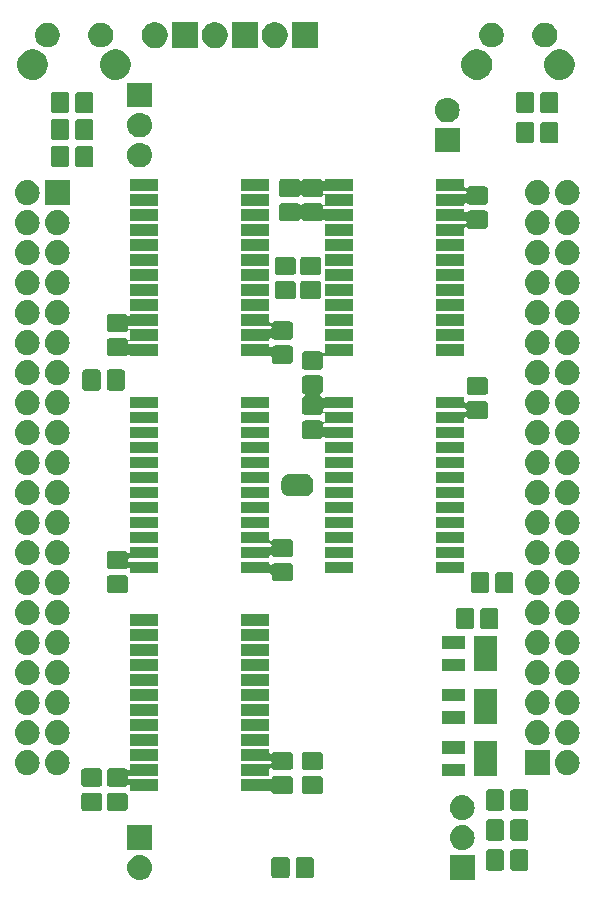
<source format=gts>
G04 #@! TF.GenerationSoftware,KiCad,Pcbnew,5.1.4-e60b266~84~ubuntu18.04.1*
G04 #@! TF.CreationDate,2019-09-22T15:45:03+01:00*
G04 #@! TF.ProjectId,6502_adapter,36353032-5f61-4646-9170-7465722e6b69,rev?*
G04 #@! TF.SameCoordinates,PX9fdfbc0PY791ddc0*
G04 #@! TF.FileFunction,Soldermask,Top*
G04 #@! TF.FilePolarity,Negative*
%FSLAX46Y46*%
G04 Gerber Fmt 4.6, Leading zero omitted, Abs format (unit mm)*
G04 Created by KiCad (PCBNEW 5.1.4-e60b266~84~ubuntu18.04.1) date 2019-09-22 15:45:03*
%MOMM*%
%LPD*%
G04 APERTURE LIST*
%ADD10C,0.100000*%
G04 APERTURE END LIST*
D10*
X42299500Y74295000D02*
G75*
G03X42299500Y74295000I-444500J0D01*
G01*
X46799500Y74295000D02*
G75*
G03X46799500Y74295000I-444500J0D01*
G01*
X48240000Y71795000D02*
G75*
G03X48240000Y71795000I-635000J0D01*
G01*
X41240000Y71795000D02*
G75*
G03X41240000Y71795000I-635000J0D01*
G01*
X4699000Y74295000D02*
G75*
G03X4699000Y74295000I-444500J0D01*
G01*
X9199000Y74295000D02*
G75*
G03X9199000Y74295000I-444500J0D01*
G01*
X10639500Y71795000D02*
G75*
G03X10639500Y71795000I-635000J0D01*
G01*
X3639500Y71795000D02*
G75*
G03X3639500Y71795000I-635000J0D01*
G01*
G36*
X40420000Y2760000D02*
G01*
X38320000Y2760000D01*
X38320000Y4860000D01*
X40420000Y4860000D01*
X40420000Y2760000D01*
X40420000Y2760000D01*
G37*
G36*
X12193707Y4852404D02*
G01*
X12270836Y4844807D01*
X12468762Y4784767D01*
X12468765Y4784766D01*
X12651170Y4687268D01*
X12811055Y4556055D01*
X12942268Y4396170D01*
X13039766Y4213765D01*
X13039767Y4213762D01*
X13099807Y4015836D01*
X13120080Y3810000D01*
X13099807Y3604164D01*
X13039767Y3406238D01*
X13039766Y3406235D01*
X12942268Y3223830D01*
X12811055Y3063945D01*
X12651170Y2932732D01*
X12468765Y2835234D01*
X12468762Y2835233D01*
X12270836Y2775193D01*
X12193707Y2767596D01*
X12116580Y2760000D01*
X12013420Y2760000D01*
X11936293Y2767596D01*
X11859164Y2775193D01*
X11661238Y2835233D01*
X11661235Y2835234D01*
X11478830Y2932732D01*
X11318945Y3063945D01*
X11187732Y3223830D01*
X11090234Y3406235D01*
X11090233Y3406238D01*
X11030193Y3604164D01*
X11009920Y3810000D01*
X11030193Y4015836D01*
X11090233Y4213762D01*
X11090234Y4213765D01*
X11187732Y4396170D01*
X11318945Y4556055D01*
X11478830Y4687268D01*
X11661235Y4784766D01*
X11661238Y4784767D01*
X11859164Y4844807D01*
X11936293Y4852404D01*
X12013420Y4860000D01*
X12116580Y4860000D01*
X12193707Y4852404D01*
X12193707Y4852404D01*
G37*
G36*
X26595529Y4704290D02*
G01*
X26645378Y4689169D01*
X26691310Y4664618D01*
X26731574Y4631574D01*
X26764618Y4591310D01*
X26789169Y4545378D01*
X26804290Y4495529D01*
X26810000Y4437556D01*
X26810000Y3182444D01*
X26804290Y3124471D01*
X26789169Y3074622D01*
X26764618Y3028690D01*
X26731574Y2988426D01*
X26691310Y2955382D01*
X26645378Y2930831D01*
X26595529Y2915710D01*
X26537556Y2910000D01*
X25532444Y2910000D01*
X25474471Y2915710D01*
X25424622Y2930831D01*
X25378690Y2955382D01*
X25338426Y2988426D01*
X25305382Y3028690D01*
X25280831Y3074622D01*
X25265710Y3124471D01*
X25260000Y3182444D01*
X25260000Y4437556D01*
X25265710Y4495529D01*
X25280831Y4545378D01*
X25305382Y4591310D01*
X25338426Y4631574D01*
X25378690Y4664618D01*
X25424622Y4689169D01*
X25474471Y4704290D01*
X25532444Y4710000D01*
X26537556Y4710000D01*
X26595529Y4704290D01*
X26595529Y4704290D01*
G37*
G36*
X24545529Y4704290D02*
G01*
X24595378Y4689169D01*
X24641310Y4664618D01*
X24681574Y4631574D01*
X24714618Y4591310D01*
X24739169Y4545378D01*
X24754290Y4495529D01*
X24760000Y4437556D01*
X24760000Y3182444D01*
X24754290Y3124471D01*
X24739169Y3074622D01*
X24714618Y3028690D01*
X24681574Y2988426D01*
X24641310Y2955382D01*
X24595378Y2930831D01*
X24545529Y2915710D01*
X24487556Y2910000D01*
X23482444Y2910000D01*
X23424471Y2915710D01*
X23374622Y2930831D01*
X23328690Y2955382D01*
X23288426Y2988426D01*
X23255382Y3028690D01*
X23230831Y3074622D01*
X23215710Y3124471D01*
X23210000Y3182444D01*
X23210000Y4437556D01*
X23215710Y4495529D01*
X23230831Y4545378D01*
X23255382Y4591310D01*
X23288426Y4631574D01*
X23328690Y4664618D01*
X23374622Y4689169D01*
X23424471Y4704290D01*
X23482444Y4710000D01*
X24487556Y4710000D01*
X24545529Y4704290D01*
X24545529Y4704290D01*
G37*
G36*
X42715529Y5339290D02*
G01*
X42765378Y5324169D01*
X42811310Y5299618D01*
X42851574Y5266574D01*
X42884618Y5226310D01*
X42909169Y5180378D01*
X42924290Y5130529D01*
X42930000Y5072556D01*
X42930000Y3817444D01*
X42924290Y3759471D01*
X42909169Y3709622D01*
X42884618Y3663690D01*
X42851574Y3623426D01*
X42811310Y3590382D01*
X42765378Y3565831D01*
X42715529Y3550710D01*
X42657556Y3545000D01*
X41652444Y3545000D01*
X41594471Y3550710D01*
X41544622Y3565831D01*
X41498690Y3590382D01*
X41458426Y3623426D01*
X41425382Y3663690D01*
X41400831Y3709622D01*
X41385710Y3759471D01*
X41380000Y3817444D01*
X41380000Y5072556D01*
X41385710Y5130529D01*
X41400831Y5180378D01*
X41425382Y5226310D01*
X41458426Y5266574D01*
X41498690Y5299618D01*
X41544622Y5324169D01*
X41594471Y5339290D01*
X41652444Y5345000D01*
X42657556Y5345000D01*
X42715529Y5339290D01*
X42715529Y5339290D01*
G37*
G36*
X44765529Y5339290D02*
G01*
X44815378Y5324169D01*
X44861310Y5299618D01*
X44901574Y5266574D01*
X44934618Y5226310D01*
X44959169Y5180378D01*
X44974290Y5130529D01*
X44980000Y5072556D01*
X44980000Y3817444D01*
X44974290Y3759471D01*
X44959169Y3709622D01*
X44934618Y3663690D01*
X44901574Y3623426D01*
X44861310Y3590382D01*
X44815378Y3565831D01*
X44765529Y3550710D01*
X44707556Y3545000D01*
X43702444Y3545000D01*
X43644471Y3550710D01*
X43594622Y3565831D01*
X43548690Y3590382D01*
X43508426Y3623426D01*
X43475382Y3663690D01*
X43450831Y3709622D01*
X43435710Y3759471D01*
X43430000Y3817444D01*
X43430000Y5072556D01*
X43435710Y5130529D01*
X43450831Y5180378D01*
X43475382Y5226310D01*
X43508426Y5266574D01*
X43548690Y5299618D01*
X43594622Y5324169D01*
X43644471Y5339290D01*
X43702444Y5345000D01*
X44707556Y5345000D01*
X44765529Y5339290D01*
X44765529Y5339290D01*
G37*
G36*
X39498707Y7392404D02*
G01*
X39575836Y7384807D01*
X39773762Y7324767D01*
X39773765Y7324766D01*
X39956170Y7227268D01*
X40116055Y7096055D01*
X40247268Y6936170D01*
X40344766Y6753765D01*
X40344767Y6753762D01*
X40404807Y6555836D01*
X40425080Y6350000D01*
X40404807Y6144164D01*
X40344767Y5946238D01*
X40344766Y5946235D01*
X40247268Y5763830D01*
X40116055Y5603945D01*
X39956170Y5472732D01*
X39773765Y5375234D01*
X39773762Y5375233D01*
X39575836Y5315193D01*
X39498707Y5307596D01*
X39421580Y5300000D01*
X39318420Y5300000D01*
X39241293Y5307596D01*
X39164164Y5315193D01*
X38966238Y5375233D01*
X38966235Y5375234D01*
X38783830Y5472732D01*
X38623945Y5603945D01*
X38492732Y5763830D01*
X38395234Y5946235D01*
X38395233Y5946238D01*
X38335193Y6144164D01*
X38314920Y6350000D01*
X38335193Y6555836D01*
X38395233Y6753762D01*
X38395234Y6753765D01*
X38492732Y6936170D01*
X38623945Y7096055D01*
X38783830Y7227268D01*
X38966235Y7324766D01*
X38966238Y7324767D01*
X39164164Y7384807D01*
X39241293Y7392404D01*
X39318420Y7400000D01*
X39421580Y7400000D01*
X39498707Y7392404D01*
X39498707Y7392404D01*
G37*
G36*
X13115000Y5300000D02*
G01*
X11015000Y5300000D01*
X11015000Y7400000D01*
X13115000Y7400000D01*
X13115000Y5300000D01*
X13115000Y5300000D01*
G37*
G36*
X44765529Y7879290D02*
G01*
X44815378Y7864169D01*
X44861310Y7839618D01*
X44901574Y7806574D01*
X44934618Y7766310D01*
X44959169Y7720378D01*
X44974290Y7670529D01*
X44980000Y7612556D01*
X44980000Y6357444D01*
X44974290Y6299471D01*
X44959169Y6249622D01*
X44934618Y6203690D01*
X44901574Y6163426D01*
X44861310Y6130382D01*
X44815378Y6105831D01*
X44765529Y6090710D01*
X44707556Y6085000D01*
X43702444Y6085000D01*
X43644471Y6090710D01*
X43594622Y6105831D01*
X43548690Y6130382D01*
X43508426Y6163426D01*
X43475382Y6203690D01*
X43450831Y6249622D01*
X43435710Y6299471D01*
X43430000Y6357444D01*
X43430000Y7612556D01*
X43435710Y7670529D01*
X43450831Y7720378D01*
X43475382Y7766310D01*
X43508426Y7806574D01*
X43548690Y7839618D01*
X43594622Y7864169D01*
X43644471Y7879290D01*
X43702444Y7885000D01*
X44707556Y7885000D01*
X44765529Y7879290D01*
X44765529Y7879290D01*
G37*
G36*
X42715529Y7879290D02*
G01*
X42765378Y7864169D01*
X42811310Y7839618D01*
X42851574Y7806574D01*
X42884618Y7766310D01*
X42909169Y7720378D01*
X42924290Y7670529D01*
X42930000Y7612556D01*
X42930000Y6357444D01*
X42924290Y6299471D01*
X42909169Y6249622D01*
X42884618Y6203690D01*
X42851574Y6163426D01*
X42811310Y6130382D01*
X42765378Y6105831D01*
X42715529Y6090710D01*
X42657556Y6085000D01*
X41652444Y6085000D01*
X41594471Y6090710D01*
X41544622Y6105831D01*
X41498690Y6130382D01*
X41458426Y6163426D01*
X41425382Y6203690D01*
X41400831Y6249622D01*
X41385710Y6299471D01*
X41380000Y6357444D01*
X41380000Y7612556D01*
X41385710Y7670529D01*
X41400831Y7720378D01*
X41425382Y7766310D01*
X41458426Y7806574D01*
X41498690Y7839618D01*
X41544622Y7864169D01*
X41594471Y7879290D01*
X41652444Y7885000D01*
X42657556Y7885000D01*
X42715529Y7879290D01*
X42715529Y7879290D01*
G37*
G36*
X39498707Y9932404D02*
G01*
X39575836Y9924807D01*
X39715119Y9882556D01*
X39773765Y9864766D01*
X39956170Y9767268D01*
X40116055Y9636055D01*
X40247268Y9476170D01*
X40344766Y9293765D01*
X40344767Y9293762D01*
X40404807Y9095836D01*
X40425080Y8890000D01*
X40404807Y8684164D01*
X40382757Y8611475D01*
X40344766Y8486235D01*
X40247268Y8303830D01*
X40116055Y8143945D01*
X39956170Y8012732D01*
X39773765Y7915234D01*
X39773762Y7915233D01*
X39575836Y7855193D01*
X39498707Y7847597D01*
X39421580Y7840000D01*
X39318420Y7840000D01*
X39241293Y7847597D01*
X39164164Y7855193D01*
X38966238Y7915233D01*
X38966235Y7915234D01*
X38783830Y8012732D01*
X38623945Y8143945D01*
X38492732Y8303830D01*
X38395234Y8486235D01*
X38357243Y8611475D01*
X38335193Y8684164D01*
X38314920Y8890000D01*
X38335193Y9095836D01*
X38395233Y9293762D01*
X38395234Y9293765D01*
X38492732Y9476170D01*
X38623945Y9636055D01*
X38783830Y9767268D01*
X38966235Y9864766D01*
X39024881Y9882556D01*
X39164164Y9924807D01*
X39241293Y9932404D01*
X39318420Y9940000D01*
X39421580Y9940000D01*
X39498707Y9932404D01*
X39498707Y9932404D01*
G37*
G36*
X8686529Y10149290D02*
G01*
X8736378Y10134169D01*
X8782310Y10109618D01*
X8822574Y10076574D01*
X8855618Y10036310D01*
X8880169Y9990378D01*
X8895290Y9940529D01*
X8901000Y9882556D01*
X8901000Y8877444D01*
X8895290Y8819471D01*
X8880169Y8769622D01*
X8855618Y8723690D01*
X8822574Y8683426D01*
X8782310Y8650382D01*
X8736378Y8625831D01*
X8686529Y8610710D01*
X8628556Y8605000D01*
X7373444Y8605000D01*
X7315471Y8610710D01*
X7265622Y8625831D01*
X7219690Y8650382D01*
X7179426Y8683426D01*
X7146382Y8723690D01*
X7121831Y8769622D01*
X7106710Y8819471D01*
X7101000Y8877444D01*
X7101000Y9882556D01*
X7106710Y9940529D01*
X7121831Y9990378D01*
X7146382Y10036310D01*
X7179426Y10076574D01*
X7219690Y10109618D01*
X7265622Y10134169D01*
X7315471Y10149290D01*
X7373444Y10155000D01*
X8628556Y10155000D01*
X8686529Y10149290D01*
X8686529Y10149290D01*
G37*
G36*
X10845529Y10149290D02*
G01*
X10895378Y10134169D01*
X10941310Y10109618D01*
X10981574Y10076574D01*
X11014618Y10036310D01*
X11039169Y9990378D01*
X11054290Y9940529D01*
X11060000Y9882556D01*
X11060000Y8877444D01*
X11054290Y8819471D01*
X11039169Y8769622D01*
X11014618Y8723690D01*
X10981574Y8683426D01*
X10941310Y8650382D01*
X10895378Y8625831D01*
X10845529Y8610710D01*
X10787556Y8605000D01*
X9532444Y8605000D01*
X9474471Y8610710D01*
X9424622Y8625831D01*
X9378690Y8650382D01*
X9338426Y8683426D01*
X9305382Y8723690D01*
X9280831Y8769622D01*
X9265710Y8819471D01*
X9260000Y8877444D01*
X9260000Y9882556D01*
X9265710Y9940529D01*
X9280831Y9990378D01*
X9305382Y10036310D01*
X9338426Y10076574D01*
X9378690Y10109618D01*
X9424622Y10134169D01*
X9474471Y10149290D01*
X9532444Y10155000D01*
X10787556Y10155000D01*
X10845529Y10149290D01*
X10845529Y10149290D01*
G37*
G36*
X44765529Y10419290D02*
G01*
X44815378Y10404169D01*
X44861310Y10379618D01*
X44901574Y10346574D01*
X44934618Y10306310D01*
X44959169Y10260378D01*
X44974290Y10210529D01*
X44980000Y10152556D01*
X44980000Y8897444D01*
X44974290Y8839471D01*
X44959169Y8789622D01*
X44934618Y8743690D01*
X44901574Y8703426D01*
X44861310Y8670382D01*
X44815378Y8645831D01*
X44765529Y8630710D01*
X44707556Y8625000D01*
X43702444Y8625000D01*
X43644471Y8630710D01*
X43594622Y8645831D01*
X43548690Y8670382D01*
X43508426Y8703426D01*
X43475382Y8743690D01*
X43450831Y8789622D01*
X43435710Y8839471D01*
X43430000Y8897444D01*
X43430000Y10152556D01*
X43435710Y10210529D01*
X43450831Y10260378D01*
X43475382Y10306310D01*
X43508426Y10346574D01*
X43548690Y10379618D01*
X43594622Y10404169D01*
X43644471Y10419290D01*
X43702444Y10425000D01*
X44707556Y10425000D01*
X44765529Y10419290D01*
X44765529Y10419290D01*
G37*
G36*
X42715529Y10419290D02*
G01*
X42765378Y10404169D01*
X42811310Y10379618D01*
X42851574Y10346574D01*
X42884618Y10306310D01*
X42909169Y10260378D01*
X42924290Y10210529D01*
X42930000Y10152556D01*
X42930000Y8897444D01*
X42924290Y8839471D01*
X42909169Y8789622D01*
X42884618Y8743690D01*
X42851574Y8703426D01*
X42811310Y8670382D01*
X42765378Y8645831D01*
X42715529Y8630710D01*
X42657556Y8625000D01*
X41652444Y8625000D01*
X41594471Y8630710D01*
X41544622Y8645831D01*
X41498690Y8670382D01*
X41458426Y8703426D01*
X41425382Y8743690D01*
X41400831Y8789622D01*
X41385710Y8839471D01*
X41380000Y8897444D01*
X41380000Y10152556D01*
X41385710Y10210529D01*
X41400831Y10260378D01*
X41425382Y10306310D01*
X41458426Y10346574D01*
X41498690Y10379618D01*
X41544622Y10404169D01*
X41594471Y10419290D01*
X41652444Y10425000D01*
X42657556Y10425000D01*
X42715529Y10419290D01*
X42715529Y10419290D01*
G37*
G36*
X24815529Y11564290D02*
G01*
X24865378Y11549169D01*
X24911310Y11524618D01*
X24951574Y11491574D01*
X24984618Y11451310D01*
X25009169Y11405378D01*
X25024290Y11355529D01*
X25030000Y11297556D01*
X25030000Y10292444D01*
X25024290Y10234471D01*
X25009169Y10184622D01*
X24984618Y10138690D01*
X24951574Y10098426D01*
X24911310Y10065382D01*
X24865378Y10040831D01*
X24815529Y10025710D01*
X24757556Y10020000D01*
X23502444Y10020000D01*
X23444471Y10025710D01*
X23394622Y10040831D01*
X23348690Y10065382D01*
X23308426Y10098426D01*
X23275382Y10138690D01*
X23250831Y10184623D01*
X23244260Y10206285D01*
X23234883Y10228924D01*
X23221270Y10249298D01*
X23203943Y10266625D01*
X23183569Y10280239D01*
X23160930Y10289617D01*
X23136897Y10294398D01*
X23124643Y10295000D01*
X20645000Y10295000D01*
X20645000Y11295000D01*
X23124643Y11295000D01*
X23149029Y11297402D01*
X23172478Y11304515D01*
X23194089Y11316066D01*
X23213031Y11331611D01*
X23228576Y11350553D01*
X23240127Y11372164D01*
X23244260Y11383717D01*
X23250327Y11403719D01*
X23255107Y11427752D01*
X23255107Y11428238D01*
X23258387Y11430930D01*
X23267411Y11441925D01*
X23267572Y11441793D01*
X23308426Y11491574D01*
X23348690Y11524618D01*
X23394622Y11549169D01*
X23444471Y11564290D01*
X23502444Y11570000D01*
X24757556Y11570000D01*
X24815529Y11564290D01*
X24815529Y11564290D01*
G37*
G36*
X27355529Y11564290D02*
G01*
X27405378Y11549169D01*
X27451310Y11524618D01*
X27491574Y11491574D01*
X27524618Y11451310D01*
X27549169Y11405378D01*
X27564290Y11355529D01*
X27570000Y11297556D01*
X27570000Y10292444D01*
X27564290Y10234471D01*
X27549169Y10184622D01*
X27524618Y10138690D01*
X27491574Y10098426D01*
X27451310Y10065382D01*
X27405378Y10040831D01*
X27355529Y10025710D01*
X27297556Y10020000D01*
X26042444Y10020000D01*
X25984471Y10025710D01*
X25934622Y10040831D01*
X25888690Y10065382D01*
X25848426Y10098426D01*
X25815382Y10138690D01*
X25790831Y10184622D01*
X25775710Y10234471D01*
X25770000Y10292444D01*
X25770000Y11297556D01*
X25775710Y11355529D01*
X25790831Y11405378D01*
X25815382Y11451310D01*
X25848426Y11491574D01*
X25888690Y11524618D01*
X25934622Y11549169D01*
X25984471Y11564290D01*
X26042444Y11570000D01*
X27297556Y11570000D01*
X27355529Y11564290D01*
X27355529Y11564290D01*
G37*
G36*
X13645000Y11565000D02*
G01*
X11184999Y11565000D01*
X11160613Y11562598D01*
X11137164Y11555485D01*
X11115553Y11543934D01*
X11096611Y11528389D01*
X11081066Y11509447D01*
X11069515Y11487836D01*
X11062402Y11464387D01*
X11060000Y11440001D01*
X11060000Y11419999D01*
X11062402Y11395613D01*
X11069515Y11372164D01*
X11081066Y11350553D01*
X11096611Y11331611D01*
X11115553Y11316066D01*
X11137164Y11304515D01*
X11160613Y11297402D01*
X11184999Y11295000D01*
X13645000Y11295000D01*
X13645000Y10295000D01*
X11245000Y10295000D01*
X11245000Y10705682D01*
X11242598Y10730068D01*
X11235485Y10753517D01*
X11223934Y10775128D01*
X11208389Y10794070D01*
X11189447Y10809615D01*
X11167836Y10821166D01*
X11144387Y10828279D01*
X11120001Y10830681D01*
X11095615Y10828279D01*
X11072166Y10821166D01*
X11050555Y10809615D01*
X11031613Y10794070D01*
X11022589Y10783075D01*
X11022428Y10783207D01*
X10981574Y10733426D01*
X10941310Y10700382D01*
X10895378Y10675831D01*
X10845529Y10660710D01*
X10787556Y10655000D01*
X9532444Y10655000D01*
X9474471Y10660710D01*
X9424622Y10675831D01*
X9378690Y10700382D01*
X9338426Y10733426D01*
X9305382Y10773690D01*
X9280831Y10819622D01*
X9265710Y10869471D01*
X9260000Y10927444D01*
X9260000Y11932556D01*
X9265710Y11990529D01*
X9280831Y12040378D01*
X9305382Y12086310D01*
X9338426Y12126574D01*
X9378690Y12159618D01*
X9424622Y12184169D01*
X9474471Y12199290D01*
X9532444Y12205000D01*
X10787556Y12205000D01*
X10845529Y12199290D01*
X10895378Y12184169D01*
X10941310Y12159618D01*
X10981574Y12126574D01*
X11021146Y12078355D01*
X11023368Y12075029D01*
X11040693Y12057700D01*
X11061066Y12044084D01*
X11083704Y12034705D01*
X11107737Y12029922D01*
X11132241Y12029920D01*
X11156275Y12034698D01*
X11178914Y12044073D01*
X11199290Y12057685D01*
X11216619Y12075010D01*
X11230235Y12095383D01*
X11239614Y12118021D01*
X11244397Y12142054D01*
X11245000Y12154318D01*
X11245000Y12565000D01*
X13645000Y12565000D01*
X13645000Y11565000D01*
X13645000Y11565000D01*
G37*
G36*
X8686529Y12199290D02*
G01*
X8736378Y12184169D01*
X8782310Y12159618D01*
X8822574Y12126574D01*
X8855618Y12086310D01*
X8880169Y12040378D01*
X8895290Y11990529D01*
X8901000Y11932556D01*
X8901000Y10927444D01*
X8895290Y10869471D01*
X8880169Y10819622D01*
X8855618Y10773690D01*
X8822574Y10733426D01*
X8782310Y10700382D01*
X8736378Y10675831D01*
X8686529Y10660710D01*
X8628556Y10655000D01*
X7373444Y10655000D01*
X7315471Y10660710D01*
X7265622Y10675831D01*
X7219690Y10700382D01*
X7179426Y10733426D01*
X7146382Y10773690D01*
X7121831Y10819622D01*
X7106710Y10869471D01*
X7101000Y10927444D01*
X7101000Y11932556D01*
X7106710Y11990529D01*
X7121831Y12040378D01*
X7146382Y12086310D01*
X7179426Y12126574D01*
X7219690Y12159618D01*
X7265622Y12184169D01*
X7315471Y12199290D01*
X7373444Y12205000D01*
X8628556Y12205000D01*
X8686529Y12199290D01*
X8686529Y12199290D01*
G37*
G36*
X42335000Y11540000D02*
G01*
X40375000Y11540000D01*
X40375000Y14490000D01*
X42335000Y14490000D01*
X42335000Y11540000D01*
X42335000Y11540000D01*
G37*
G36*
X39635000Y11540000D02*
G01*
X37675000Y11540000D01*
X37675000Y12590000D01*
X39635000Y12590000D01*
X39635000Y11540000D01*
X39635000Y11540000D01*
G37*
G36*
X23045000Y13569318D02*
G01*
X23047402Y13544932D01*
X23054515Y13521483D01*
X23066066Y13499872D01*
X23081611Y13480930D01*
X23100553Y13465385D01*
X23122164Y13453834D01*
X23145613Y13446721D01*
X23169999Y13444319D01*
X23194385Y13446721D01*
X23217834Y13453834D01*
X23239445Y13465385D01*
X23258387Y13480930D01*
X23267411Y13491925D01*
X23267572Y13491793D01*
X23308426Y13541574D01*
X23348690Y13574618D01*
X23394622Y13599169D01*
X23444471Y13614290D01*
X23502444Y13620000D01*
X24757556Y13620000D01*
X24815529Y13614290D01*
X24865378Y13599169D01*
X24911310Y13574618D01*
X24951574Y13541574D01*
X24984618Y13501310D01*
X25009169Y13455378D01*
X25024290Y13405529D01*
X25030000Y13347556D01*
X25030000Y12342444D01*
X25024290Y12284471D01*
X25009169Y12234622D01*
X24984618Y12188690D01*
X24951574Y12148426D01*
X24911310Y12115382D01*
X24865378Y12090831D01*
X24815529Y12075710D01*
X24757556Y12070000D01*
X23502444Y12070000D01*
X23444471Y12075710D01*
X23394622Y12090831D01*
X23348690Y12115382D01*
X23308426Y12148426D01*
X23268854Y12196645D01*
X23266632Y12199971D01*
X23249307Y12217300D01*
X23228934Y12230916D01*
X23206296Y12240295D01*
X23182263Y12245078D01*
X23157759Y12245080D01*
X23133725Y12240302D01*
X23111086Y12230927D01*
X23090710Y12217315D01*
X23073381Y12199990D01*
X23059765Y12179617D01*
X23050386Y12156979D01*
X23045603Y12132946D01*
X23045000Y12120682D01*
X23045000Y11565000D01*
X20645000Y11565000D01*
X20645000Y12565000D01*
X23105001Y12565000D01*
X23129387Y12567402D01*
X23152836Y12574515D01*
X23174447Y12586066D01*
X23193389Y12601611D01*
X23208934Y12620553D01*
X23220485Y12642164D01*
X23227598Y12665613D01*
X23230000Y12689999D01*
X23230000Y12710001D01*
X23227598Y12734387D01*
X23220485Y12757836D01*
X23208934Y12779447D01*
X23193389Y12798389D01*
X23174447Y12813934D01*
X23152836Y12825485D01*
X23129387Y12832598D01*
X23105001Y12835000D01*
X20645000Y12835000D01*
X20645000Y13835000D01*
X23045000Y13835000D01*
X23045000Y13569318D01*
X23045000Y13569318D01*
G37*
G36*
X46770000Y11650000D02*
G01*
X44670000Y11650000D01*
X44670000Y13750000D01*
X46770000Y13750000D01*
X46770000Y11650000D01*
X46770000Y11650000D01*
G37*
G36*
X48388707Y13742404D02*
G01*
X48465836Y13734807D01*
X48663762Y13674767D01*
X48663765Y13674766D01*
X48846170Y13577268D01*
X49006055Y13446055D01*
X49137268Y13286170D01*
X49234766Y13103765D01*
X49234767Y13103762D01*
X49294807Y12905836D01*
X49315080Y12700000D01*
X49294807Y12494164D01*
X49248783Y12342444D01*
X49234766Y12296235D01*
X49137268Y12113830D01*
X49006055Y11953945D01*
X48846170Y11822732D01*
X48663765Y11725234D01*
X48663762Y11725233D01*
X48465836Y11665193D01*
X48388707Y11657597D01*
X48311580Y11650000D01*
X48208420Y11650000D01*
X48131293Y11657597D01*
X48054164Y11665193D01*
X47856238Y11725233D01*
X47856235Y11725234D01*
X47673830Y11822732D01*
X47513945Y11953945D01*
X47382732Y12113830D01*
X47285234Y12296235D01*
X47271217Y12342444D01*
X47225193Y12494164D01*
X47204920Y12700000D01*
X47225193Y12905836D01*
X47285233Y13103762D01*
X47285234Y13103765D01*
X47382732Y13286170D01*
X47513945Y13446055D01*
X47673830Y13577268D01*
X47856235Y13674766D01*
X47856238Y13674767D01*
X48054164Y13734807D01*
X48131293Y13742404D01*
X48208420Y13750000D01*
X48311580Y13750000D01*
X48388707Y13742404D01*
X48388707Y13742404D01*
G37*
G36*
X5208707Y13742404D02*
G01*
X5285836Y13734807D01*
X5483762Y13674767D01*
X5483765Y13674766D01*
X5666170Y13577268D01*
X5826055Y13446055D01*
X5957268Y13286170D01*
X6054766Y13103765D01*
X6054767Y13103762D01*
X6114807Y12905836D01*
X6135080Y12700000D01*
X6114807Y12494164D01*
X6068783Y12342444D01*
X6054766Y12296235D01*
X5957268Y12113830D01*
X5826055Y11953945D01*
X5666170Y11822732D01*
X5483765Y11725234D01*
X5483762Y11725233D01*
X5285836Y11665193D01*
X5208707Y11657597D01*
X5131580Y11650000D01*
X5028420Y11650000D01*
X4951293Y11657597D01*
X4874164Y11665193D01*
X4676238Y11725233D01*
X4676235Y11725234D01*
X4493830Y11822732D01*
X4333945Y11953945D01*
X4202732Y12113830D01*
X4105234Y12296235D01*
X4091217Y12342444D01*
X4045193Y12494164D01*
X4024920Y12700000D01*
X4045193Y12905836D01*
X4105233Y13103762D01*
X4105234Y13103765D01*
X4202732Y13286170D01*
X4333945Y13446055D01*
X4493830Y13577268D01*
X4676235Y13674766D01*
X4676238Y13674767D01*
X4874164Y13734807D01*
X4951293Y13742404D01*
X5028420Y13750000D01*
X5131580Y13750000D01*
X5208707Y13742404D01*
X5208707Y13742404D01*
G37*
G36*
X2668707Y13742404D02*
G01*
X2745836Y13734807D01*
X2943762Y13674767D01*
X2943765Y13674766D01*
X3126170Y13577268D01*
X3286055Y13446055D01*
X3417268Y13286170D01*
X3514766Y13103765D01*
X3514767Y13103762D01*
X3574807Y12905836D01*
X3595080Y12700000D01*
X3574807Y12494164D01*
X3528783Y12342444D01*
X3514766Y12296235D01*
X3417268Y12113830D01*
X3286055Y11953945D01*
X3126170Y11822732D01*
X2943765Y11725234D01*
X2943762Y11725233D01*
X2745836Y11665193D01*
X2668707Y11657597D01*
X2591580Y11650000D01*
X2488420Y11650000D01*
X2411293Y11657597D01*
X2334164Y11665193D01*
X2136238Y11725233D01*
X2136235Y11725234D01*
X1953830Y11822732D01*
X1793945Y11953945D01*
X1662732Y12113830D01*
X1565234Y12296235D01*
X1551217Y12342444D01*
X1505193Y12494164D01*
X1484920Y12700000D01*
X1505193Y12905836D01*
X1565233Y13103762D01*
X1565234Y13103765D01*
X1662732Y13286170D01*
X1793945Y13446055D01*
X1953830Y13577268D01*
X2136235Y13674766D01*
X2136238Y13674767D01*
X2334164Y13734807D01*
X2411293Y13742404D01*
X2488420Y13750000D01*
X2591580Y13750000D01*
X2668707Y13742404D01*
X2668707Y13742404D01*
G37*
G36*
X27355529Y13614290D02*
G01*
X27405378Y13599169D01*
X27451310Y13574618D01*
X27491574Y13541574D01*
X27524618Y13501310D01*
X27549169Y13455378D01*
X27564290Y13405529D01*
X27570000Y13347556D01*
X27570000Y12342444D01*
X27564290Y12284471D01*
X27549169Y12234622D01*
X27524618Y12188690D01*
X27491574Y12148426D01*
X27451310Y12115382D01*
X27405378Y12090831D01*
X27355529Y12075710D01*
X27297556Y12070000D01*
X26042444Y12070000D01*
X25984471Y12075710D01*
X25934622Y12090831D01*
X25888690Y12115382D01*
X25848426Y12148426D01*
X25815382Y12188690D01*
X25790831Y12234622D01*
X25775710Y12284471D01*
X25770000Y12342444D01*
X25770000Y13347556D01*
X25775710Y13405529D01*
X25790831Y13455378D01*
X25815382Y13501310D01*
X25848426Y13541574D01*
X25888690Y13574618D01*
X25934622Y13599169D01*
X25984471Y13614290D01*
X26042444Y13620000D01*
X27297556Y13620000D01*
X27355529Y13614290D01*
X27355529Y13614290D01*
G37*
G36*
X13645000Y12835000D02*
G01*
X11245000Y12835000D01*
X11245000Y13835000D01*
X13645000Y13835000D01*
X13645000Y12835000D01*
X13645000Y12835000D01*
G37*
G36*
X39635000Y13440000D02*
G01*
X37675000Y13440000D01*
X37675000Y14490000D01*
X39635000Y14490000D01*
X39635000Y13440000D01*
X39635000Y13440000D01*
G37*
G36*
X13645000Y14105000D02*
G01*
X11245000Y14105000D01*
X11245000Y15105000D01*
X13645000Y15105000D01*
X13645000Y14105000D01*
X13645000Y14105000D01*
G37*
G36*
X23045000Y14105000D02*
G01*
X20645000Y14105000D01*
X20645000Y15105000D01*
X23045000Y15105000D01*
X23045000Y14105000D01*
X23045000Y14105000D01*
G37*
G36*
X45848707Y16282404D02*
G01*
X45925836Y16274807D01*
X46123762Y16214767D01*
X46123765Y16214766D01*
X46306170Y16117268D01*
X46466055Y15986055D01*
X46597268Y15826170D01*
X46694766Y15643765D01*
X46694767Y15643762D01*
X46754807Y15445836D01*
X46775080Y15240000D01*
X46754807Y15034164D01*
X46694767Y14836238D01*
X46694766Y14836235D01*
X46597268Y14653830D01*
X46466055Y14493945D01*
X46306170Y14362732D01*
X46123765Y14265234D01*
X46123762Y14265233D01*
X45925836Y14205193D01*
X45848707Y14197597D01*
X45771580Y14190000D01*
X45668420Y14190000D01*
X45591293Y14197597D01*
X45514164Y14205193D01*
X45316238Y14265233D01*
X45316235Y14265234D01*
X45133830Y14362732D01*
X44973945Y14493945D01*
X44842732Y14653830D01*
X44745234Y14836235D01*
X44745233Y14836238D01*
X44685193Y15034164D01*
X44664920Y15240000D01*
X44685193Y15445836D01*
X44745233Y15643762D01*
X44745234Y15643765D01*
X44842732Y15826170D01*
X44973945Y15986055D01*
X45133830Y16117268D01*
X45316235Y16214766D01*
X45316238Y16214767D01*
X45514164Y16274807D01*
X45591293Y16282404D01*
X45668420Y16290000D01*
X45771580Y16290000D01*
X45848707Y16282404D01*
X45848707Y16282404D01*
G37*
G36*
X48388707Y16282404D02*
G01*
X48465836Y16274807D01*
X48663762Y16214767D01*
X48663765Y16214766D01*
X48846170Y16117268D01*
X49006055Y15986055D01*
X49137268Y15826170D01*
X49234766Y15643765D01*
X49234767Y15643762D01*
X49294807Y15445836D01*
X49315080Y15240000D01*
X49294807Y15034164D01*
X49234767Y14836238D01*
X49234766Y14836235D01*
X49137268Y14653830D01*
X49006055Y14493945D01*
X48846170Y14362732D01*
X48663765Y14265234D01*
X48663762Y14265233D01*
X48465836Y14205193D01*
X48388707Y14197597D01*
X48311580Y14190000D01*
X48208420Y14190000D01*
X48131293Y14197597D01*
X48054164Y14205193D01*
X47856238Y14265233D01*
X47856235Y14265234D01*
X47673830Y14362732D01*
X47513945Y14493945D01*
X47382732Y14653830D01*
X47285234Y14836235D01*
X47285233Y14836238D01*
X47225193Y15034164D01*
X47204920Y15240000D01*
X47225193Y15445836D01*
X47285233Y15643762D01*
X47285234Y15643765D01*
X47382732Y15826170D01*
X47513945Y15986055D01*
X47673830Y16117268D01*
X47856235Y16214766D01*
X47856238Y16214767D01*
X48054164Y16274807D01*
X48131293Y16282404D01*
X48208420Y16290000D01*
X48311580Y16290000D01*
X48388707Y16282404D01*
X48388707Y16282404D01*
G37*
G36*
X5208707Y16282404D02*
G01*
X5285836Y16274807D01*
X5483762Y16214767D01*
X5483765Y16214766D01*
X5666170Y16117268D01*
X5826055Y15986055D01*
X5957268Y15826170D01*
X6054766Y15643765D01*
X6054767Y15643762D01*
X6114807Y15445836D01*
X6135080Y15240000D01*
X6114807Y15034164D01*
X6054767Y14836238D01*
X6054766Y14836235D01*
X5957268Y14653830D01*
X5826055Y14493945D01*
X5666170Y14362732D01*
X5483765Y14265234D01*
X5483762Y14265233D01*
X5285836Y14205193D01*
X5208707Y14197597D01*
X5131580Y14190000D01*
X5028420Y14190000D01*
X4951293Y14197597D01*
X4874164Y14205193D01*
X4676238Y14265233D01*
X4676235Y14265234D01*
X4493830Y14362732D01*
X4333945Y14493945D01*
X4202732Y14653830D01*
X4105234Y14836235D01*
X4105233Y14836238D01*
X4045193Y15034164D01*
X4024920Y15240000D01*
X4045193Y15445836D01*
X4105233Y15643762D01*
X4105234Y15643765D01*
X4202732Y15826170D01*
X4333945Y15986055D01*
X4493830Y16117268D01*
X4676235Y16214766D01*
X4676238Y16214767D01*
X4874164Y16274807D01*
X4951293Y16282404D01*
X5028420Y16290000D01*
X5131580Y16290000D01*
X5208707Y16282404D01*
X5208707Y16282404D01*
G37*
G36*
X2668707Y16282404D02*
G01*
X2745836Y16274807D01*
X2943762Y16214767D01*
X2943765Y16214766D01*
X3126170Y16117268D01*
X3286055Y15986055D01*
X3417268Y15826170D01*
X3514766Y15643765D01*
X3514767Y15643762D01*
X3574807Y15445836D01*
X3595080Y15240000D01*
X3574807Y15034164D01*
X3514767Y14836238D01*
X3514766Y14836235D01*
X3417268Y14653830D01*
X3286055Y14493945D01*
X3126170Y14362732D01*
X2943765Y14265234D01*
X2943762Y14265233D01*
X2745836Y14205193D01*
X2668707Y14197597D01*
X2591580Y14190000D01*
X2488420Y14190000D01*
X2411293Y14197597D01*
X2334164Y14205193D01*
X2136238Y14265233D01*
X2136235Y14265234D01*
X1953830Y14362732D01*
X1793945Y14493945D01*
X1662732Y14653830D01*
X1565234Y14836235D01*
X1565233Y14836238D01*
X1505193Y15034164D01*
X1484920Y15240000D01*
X1505193Y15445836D01*
X1565233Y15643762D01*
X1565234Y15643765D01*
X1662732Y15826170D01*
X1793945Y15986055D01*
X1953830Y16117268D01*
X2136235Y16214766D01*
X2136238Y16214767D01*
X2334164Y16274807D01*
X2411293Y16282404D01*
X2488420Y16290000D01*
X2591580Y16290000D01*
X2668707Y16282404D01*
X2668707Y16282404D01*
G37*
G36*
X23045000Y15375000D02*
G01*
X20645000Y15375000D01*
X20645000Y16375000D01*
X23045000Y16375000D01*
X23045000Y15375000D01*
X23045000Y15375000D01*
G37*
G36*
X13645000Y15375000D02*
G01*
X11245000Y15375000D01*
X11245000Y16375000D01*
X13645000Y16375000D01*
X13645000Y15375000D01*
X13645000Y15375000D01*
G37*
G36*
X39635000Y15985000D02*
G01*
X37675000Y15985000D01*
X37675000Y17035000D01*
X39635000Y17035000D01*
X39635000Y15985000D01*
X39635000Y15985000D01*
G37*
G36*
X42335000Y15985000D02*
G01*
X40375000Y15985000D01*
X40375000Y18935000D01*
X42335000Y18935000D01*
X42335000Y15985000D01*
X42335000Y15985000D01*
G37*
G36*
X23045000Y16645000D02*
G01*
X20645000Y16645000D01*
X20645000Y17645000D01*
X23045000Y17645000D01*
X23045000Y16645000D01*
X23045000Y16645000D01*
G37*
G36*
X13645000Y16645000D02*
G01*
X11245000Y16645000D01*
X11245000Y17645000D01*
X13645000Y17645000D01*
X13645000Y16645000D01*
X13645000Y16645000D01*
G37*
G36*
X5208707Y18822403D02*
G01*
X5285836Y18814807D01*
X5483762Y18754767D01*
X5483765Y18754766D01*
X5666170Y18657268D01*
X5826055Y18526055D01*
X5957268Y18366170D01*
X6054766Y18183765D01*
X6054767Y18183762D01*
X6114807Y17985836D01*
X6135080Y17780000D01*
X6114807Y17574164D01*
X6054767Y17376238D01*
X6054766Y17376235D01*
X5957268Y17193830D01*
X5826055Y17033945D01*
X5666170Y16902732D01*
X5483765Y16805234D01*
X5483762Y16805233D01*
X5285836Y16745193D01*
X5208707Y16737596D01*
X5131580Y16730000D01*
X5028420Y16730000D01*
X4951293Y16737596D01*
X4874164Y16745193D01*
X4676238Y16805233D01*
X4676235Y16805234D01*
X4493830Y16902732D01*
X4333945Y17033945D01*
X4202732Y17193830D01*
X4105234Y17376235D01*
X4105233Y17376238D01*
X4045193Y17574164D01*
X4024920Y17780000D01*
X4045193Y17985836D01*
X4105233Y18183762D01*
X4105234Y18183765D01*
X4202732Y18366170D01*
X4333945Y18526055D01*
X4493830Y18657268D01*
X4676235Y18754766D01*
X4676238Y18754767D01*
X4874164Y18814807D01*
X4951293Y18822403D01*
X5028420Y18830000D01*
X5131580Y18830000D01*
X5208707Y18822403D01*
X5208707Y18822403D01*
G37*
G36*
X48388707Y18822403D02*
G01*
X48465836Y18814807D01*
X48663762Y18754767D01*
X48663765Y18754766D01*
X48846170Y18657268D01*
X49006055Y18526055D01*
X49137268Y18366170D01*
X49234766Y18183765D01*
X49234767Y18183762D01*
X49294807Y17985836D01*
X49315080Y17780000D01*
X49294807Y17574164D01*
X49234767Y17376238D01*
X49234766Y17376235D01*
X49137268Y17193830D01*
X49006055Y17033945D01*
X48846170Y16902732D01*
X48663765Y16805234D01*
X48663762Y16805233D01*
X48465836Y16745193D01*
X48388707Y16737596D01*
X48311580Y16730000D01*
X48208420Y16730000D01*
X48131293Y16737596D01*
X48054164Y16745193D01*
X47856238Y16805233D01*
X47856235Y16805234D01*
X47673830Y16902732D01*
X47513945Y17033945D01*
X47382732Y17193830D01*
X47285234Y17376235D01*
X47285233Y17376238D01*
X47225193Y17574164D01*
X47204920Y17780000D01*
X47225193Y17985836D01*
X47285233Y18183762D01*
X47285234Y18183765D01*
X47382732Y18366170D01*
X47513945Y18526055D01*
X47673830Y18657268D01*
X47856235Y18754766D01*
X47856238Y18754767D01*
X48054164Y18814807D01*
X48131293Y18822403D01*
X48208420Y18830000D01*
X48311580Y18830000D01*
X48388707Y18822403D01*
X48388707Y18822403D01*
G37*
G36*
X45848707Y18822403D02*
G01*
X45925836Y18814807D01*
X46123762Y18754767D01*
X46123765Y18754766D01*
X46306170Y18657268D01*
X46466055Y18526055D01*
X46597268Y18366170D01*
X46694766Y18183765D01*
X46694767Y18183762D01*
X46754807Y17985836D01*
X46775080Y17780000D01*
X46754807Y17574164D01*
X46694767Y17376238D01*
X46694766Y17376235D01*
X46597268Y17193830D01*
X46466055Y17033945D01*
X46306170Y16902732D01*
X46123765Y16805234D01*
X46123762Y16805233D01*
X45925836Y16745193D01*
X45848707Y16737596D01*
X45771580Y16730000D01*
X45668420Y16730000D01*
X45591293Y16737596D01*
X45514164Y16745193D01*
X45316238Y16805233D01*
X45316235Y16805234D01*
X45133830Y16902732D01*
X44973945Y17033945D01*
X44842732Y17193830D01*
X44745234Y17376235D01*
X44745233Y17376238D01*
X44685193Y17574164D01*
X44664920Y17780000D01*
X44685193Y17985836D01*
X44745233Y18183762D01*
X44745234Y18183765D01*
X44842732Y18366170D01*
X44973945Y18526055D01*
X45133830Y18657268D01*
X45316235Y18754766D01*
X45316238Y18754767D01*
X45514164Y18814807D01*
X45591293Y18822403D01*
X45668420Y18830000D01*
X45771580Y18830000D01*
X45848707Y18822403D01*
X45848707Y18822403D01*
G37*
G36*
X2668707Y18822403D02*
G01*
X2745836Y18814807D01*
X2943762Y18754767D01*
X2943765Y18754766D01*
X3126170Y18657268D01*
X3286055Y18526055D01*
X3417268Y18366170D01*
X3514766Y18183765D01*
X3514767Y18183762D01*
X3574807Y17985836D01*
X3595080Y17780000D01*
X3574807Y17574164D01*
X3514767Y17376238D01*
X3514766Y17376235D01*
X3417268Y17193830D01*
X3286055Y17033945D01*
X3126170Y16902732D01*
X2943765Y16805234D01*
X2943762Y16805233D01*
X2745836Y16745193D01*
X2668707Y16737596D01*
X2591580Y16730000D01*
X2488420Y16730000D01*
X2411293Y16737596D01*
X2334164Y16745193D01*
X2136238Y16805233D01*
X2136235Y16805234D01*
X1953830Y16902732D01*
X1793945Y17033945D01*
X1662732Y17193830D01*
X1565234Y17376235D01*
X1565233Y17376238D01*
X1505193Y17574164D01*
X1484920Y17780000D01*
X1505193Y17985836D01*
X1565233Y18183762D01*
X1565234Y18183765D01*
X1662732Y18366170D01*
X1793945Y18526055D01*
X1953830Y18657268D01*
X2136235Y18754766D01*
X2136238Y18754767D01*
X2334164Y18814807D01*
X2411293Y18822403D01*
X2488420Y18830000D01*
X2591580Y18830000D01*
X2668707Y18822403D01*
X2668707Y18822403D01*
G37*
G36*
X39635000Y17885000D02*
G01*
X37675000Y17885000D01*
X37675000Y18935000D01*
X39635000Y18935000D01*
X39635000Y17885000D01*
X39635000Y17885000D01*
G37*
G36*
X23045000Y17915000D02*
G01*
X20645000Y17915000D01*
X20645000Y18915000D01*
X23045000Y18915000D01*
X23045000Y17915000D01*
X23045000Y17915000D01*
G37*
G36*
X13645000Y17915000D02*
G01*
X11245000Y17915000D01*
X11245000Y18915000D01*
X13645000Y18915000D01*
X13645000Y17915000D01*
X13645000Y17915000D01*
G37*
G36*
X13645000Y19185000D02*
G01*
X11245000Y19185000D01*
X11245000Y20185000D01*
X13645000Y20185000D01*
X13645000Y19185000D01*
X13645000Y19185000D01*
G37*
G36*
X23045000Y19185000D02*
G01*
X20645000Y19185000D01*
X20645000Y20185000D01*
X23045000Y20185000D01*
X23045000Y19185000D01*
X23045000Y19185000D01*
G37*
G36*
X45848707Y21362404D02*
G01*
X45925836Y21354807D01*
X46123762Y21294767D01*
X46123765Y21294766D01*
X46306170Y21197268D01*
X46466055Y21066055D01*
X46597268Y20906170D01*
X46694766Y20723765D01*
X46694767Y20723762D01*
X46754807Y20525836D01*
X46775080Y20320000D01*
X46754807Y20114164D01*
X46694767Y19916238D01*
X46694766Y19916235D01*
X46597268Y19733830D01*
X46466055Y19573945D01*
X46306170Y19442732D01*
X46123765Y19345234D01*
X46123762Y19345233D01*
X45925836Y19285193D01*
X45848707Y19277596D01*
X45771580Y19270000D01*
X45668420Y19270000D01*
X45591293Y19277596D01*
X45514164Y19285193D01*
X45316238Y19345233D01*
X45316235Y19345234D01*
X45133830Y19442732D01*
X44973945Y19573945D01*
X44842732Y19733830D01*
X44745234Y19916235D01*
X44745233Y19916238D01*
X44685193Y20114164D01*
X44664920Y20320000D01*
X44685193Y20525836D01*
X44745233Y20723762D01*
X44745234Y20723765D01*
X44842732Y20906170D01*
X44973945Y21066055D01*
X45133830Y21197268D01*
X45316235Y21294766D01*
X45316238Y21294767D01*
X45514164Y21354807D01*
X45591293Y21362404D01*
X45668420Y21370000D01*
X45771580Y21370000D01*
X45848707Y21362404D01*
X45848707Y21362404D01*
G37*
G36*
X5208707Y21362404D02*
G01*
X5285836Y21354807D01*
X5483762Y21294767D01*
X5483765Y21294766D01*
X5666170Y21197268D01*
X5826055Y21066055D01*
X5957268Y20906170D01*
X6054766Y20723765D01*
X6054767Y20723762D01*
X6114807Y20525836D01*
X6135080Y20320000D01*
X6114807Y20114164D01*
X6054767Y19916238D01*
X6054766Y19916235D01*
X5957268Y19733830D01*
X5826055Y19573945D01*
X5666170Y19442732D01*
X5483765Y19345234D01*
X5483762Y19345233D01*
X5285836Y19285193D01*
X5208707Y19277596D01*
X5131580Y19270000D01*
X5028420Y19270000D01*
X4951293Y19277596D01*
X4874164Y19285193D01*
X4676238Y19345233D01*
X4676235Y19345234D01*
X4493830Y19442732D01*
X4333945Y19573945D01*
X4202732Y19733830D01*
X4105234Y19916235D01*
X4105233Y19916238D01*
X4045193Y20114164D01*
X4024920Y20320000D01*
X4045193Y20525836D01*
X4105233Y20723762D01*
X4105234Y20723765D01*
X4202732Y20906170D01*
X4333945Y21066055D01*
X4493830Y21197268D01*
X4676235Y21294766D01*
X4676238Y21294767D01*
X4874164Y21354807D01*
X4951293Y21362404D01*
X5028420Y21370000D01*
X5131580Y21370000D01*
X5208707Y21362404D01*
X5208707Y21362404D01*
G37*
G36*
X2668707Y21362404D02*
G01*
X2745836Y21354807D01*
X2943762Y21294767D01*
X2943765Y21294766D01*
X3126170Y21197268D01*
X3286055Y21066055D01*
X3417268Y20906170D01*
X3514766Y20723765D01*
X3514767Y20723762D01*
X3574807Y20525836D01*
X3595080Y20320000D01*
X3574807Y20114164D01*
X3514767Y19916238D01*
X3514766Y19916235D01*
X3417268Y19733830D01*
X3286055Y19573945D01*
X3126170Y19442732D01*
X2943765Y19345234D01*
X2943762Y19345233D01*
X2745836Y19285193D01*
X2668707Y19277596D01*
X2591580Y19270000D01*
X2488420Y19270000D01*
X2411293Y19277596D01*
X2334164Y19285193D01*
X2136238Y19345233D01*
X2136235Y19345234D01*
X1953830Y19442732D01*
X1793945Y19573945D01*
X1662732Y19733830D01*
X1565234Y19916235D01*
X1565233Y19916238D01*
X1505193Y20114164D01*
X1484920Y20320000D01*
X1505193Y20525836D01*
X1565233Y20723762D01*
X1565234Y20723765D01*
X1662732Y20906170D01*
X1793945Y21066055D01*
X1953830Y21197268D01*
X2136235Y21294766D01*
X2136238Y21294767D01*
X2334164Y21354807D01*
X2411293Y21362404D01*
X2488420Y21370000D01*
X2591580Y21370000D01*
X2668707Y21362404D01*
X2668707Y21362404D01*
G37*
G36*
X48388707Y21362404D02*
G01*
X48465836Y21354807D01*
X48663762Y21294767D01*
X48663765Y21294766D01*
X48846170Y21197268D01*
X49006055Y21066055D01*
X49137268Y20906170D01*
X49234766Y20723765D01*
X49234767Y20723762D01*
X49294807Y20525836D01*
X49315080Y20320000D01*
X49294807Y20114164D01*
X49234767Y19916238D01*
X49234766Y19916235D01*
X49137268Y19733830D01*
X49006055Y19573945D01*
X48846170Y19442732D01*
X48663765Y19345234D01*
X48663762Y19345233D01*
X48465836Y19285193D01*
X48388707Y19277596D01*
X48311580Y19270000D01*
X48208420Y19270000D01*
X48131293Y19277596D01*
X48054164Y19285193D01*
X47856238Y19345233D01*
X47856235Y19345234D01*
X47673830Y19442732D01*
X47513945Y19573945D01*
X47382732Y19733830D01*
X47285234Y19916235D01*
X47285233Y19916238D01*
X47225193Y20114164D01*
X47204920Y20320000D01*
X47225193Y20525836D01*
X47285233Y20723762D01*
X47285234Y20723765D01*
X47382732Y20906170D01*
X47513945Y21066055D01*
X47673830Y21197268D01*
X47856235Y21294766D01*
X47856238Y21294767D01*
X48054164Y21354807D01*
X48131293Y21362404D01*
X48208420Y21370000D01*
X48311580Y21370000D01*
X48388707Y21362404D01*
X48388707Y21362404D01*
G37*
G36*
X42335000Y20435000D02*
G01*
X40375000Y20435000D01*
X40375000Y23385000D01*
X42335000Y23385000D01*
X42335000Y20435000D01*
X42335000Y20435000D01*
G37*
G36*
X39635000Y20435000D02*
G01*
X37675000Y20435000D01*
X37675000Y21485000D01*
X39635000Y21485000D01*
X39635000Y20435000D01*
X39635000Y20435000D01*
G37*
G36*
X13645000Y20455000D02*
G01*
X11245000Y20455000D01*
X11245000Y21455000D01*
X13645000Y21455000D01*
X13645000Y20455000D01*
X13645000Y20455000D01*
G37*
G36*
X23045000Y20455000D02*
G01*
X20645000Y20455000D01*
X20645000Y21455000D01*
X23045000Y21455000D01*
X23045000Y20455000D01*
X23045000Y20455000D01*
G37*
G36*
X23045000Y21725000D02*
G01*
X20645000Y21725000D01*
X20645000Y22725000D01*
X23045000Y22725000D01*
X23045000Y21725000D01*
X23045000Y21725000D01*
G37*
G36*
X13645000Y21725000D02*
G01*
X11245000Y21725000D01*
X11245000Y22725000D01*
X13645000Y22725000D01*
X13645000Y21725000D01*
X13645000Y21725000D01*
G37*
G36*
X45848707Y23902404D02*
G01*
X45925836Y23894807D01*
X46123762Y23834767D01*
X46123765Y23834766D01*
X46306170Y23737268D01*
X46466055Y23606055D01*
X46597268Y23446170D01*
X46694766Y23263765D01*
X46694767Y23263762D01*
X46754807Y23065836D01*
X46775080Y22860000D01*
X46754807Y22654164D01*
X46694767Y22456238D01*
X46694766Y22456235D01*
X46597268Y22273830D01*
X46466055Y22113945D01*
X46306170Y21982732D01*
X46123765Y21885234D01*
X46123762Y21885233D01*
X45925836Y21825193D01*
X45848707Y21817597D01*
X45771580Y21810000D01*
X45668420Y21810000D01*
X45591293Y21817596D01*
X45514164Y21825193D01*
X45316238Y21885233D01*
X45316235Y21885234D01*
X45133830Y21982732D01*
X44973945Y22113945D01*
X44842732Y22273830D01*
X44745234Y22456235D01*
X44745233Y22456238D01*
X44685193Y22654164D01*
X44664920Y22860000D01*
X44685193Y23065836D01*
X44745233Y23263762D01*
X44745234Y23263765D01*
X44842732Y23446170D01*
X44973945Y23606055D01*
X45133830Y23737268D01*
X45316235Y23834766D01*
X45316238Y23834767D01*
X45514164Y23894807D01*
X45591293Y23902404D01*
X45668420Y23910000D01*
X45771580Y23910000D01*
X45848707Y23902404D01*
X45848707Y23902404D01*
G37*
G36*
X48388707Y23902404D02*
G01*
X48465836Y23894807D01*
X48663762Y23834767D01*
X48663765Y23834766D01*
X48846170Y23737268D01*
X49006055Y23606055D01*
X49137268Y23446170D01*
X49234766Y23263765D01*
X49234767Y23263762D01*
X49294807Y23065836D01*
X49315080Y22860000D01*
X49294807Y22654164D01*
X49234767Y22456238D01*
X49234766Y22456235D01*
X49137268Y22273830D01*
X49006055Y22113945D01*
X48846170Y21982732D01*
X48663765Y21885234D01*
X48663762Y21885233D01*
X48465836Y21825193D01*
X48388707Y21817597D01*
X48311580Y21810000D01*
X48208420Y21810000D01*
X48131293Y21817596D01*
X48054164Y21825193D01*
X47856238Y21885233D01*
X47856235Y21885234D01*
X47673830Y21982732D01*
X47513945Y22113945D01*
X47382732Y22273830D01*
X47285234Y22456235D01*
X47285233Y22456238D01*
X47225193Y22654164D01*
X47204920Y22860000D01*
X47225193Y23065836D01*
X47285233Y23263762D01*
X47285234Y23263765D01*
X47382732Y23446170D01*
X47513945Y23606055D01*
X47673830Y23737268D01*
X47856235Y23834766D01*
X47856238Y23834767D01*
X48054164Y23894807D01*
X48131293Y23902404D01*
X48208420Y23910000D01*
X48311580Y23910000D01*
X48388707Y23902404D01*
X48388707Y23902404D01*
G37*
G36*
X5208707Y23902404D02*
G01*
X5285836Y23894807D01*
X5483762Y23834767D01*
X5483765Y23834766D01*
X5666170Y23737268D01*
X5826055Y23606055D01*
X5957268Y23446170D01*
X6054766Y23263765D01*
X6054767Y23263762D01*
X6114807Y23065836D01*
X6135080Y22860000D01*
X6114807Y22654164D01*
X6054767Y22456238D01*
X6054766Y22456235D01*
X5957268Y22273830D01*
X5826055Y22113945D01*
X5666170Y21982732D01*
X5483765Y21885234D01*
X5483762Y21885233D01*
X5285836Y21825193D01*
X5208707Y21817597D01*
X5131580Y21810000D01*
X5028420Y21810000D01*
X4951293Y21817596D01*
X4874164Y21825193D01*
X4676238Y21885233D01*
X4676235Y21885234D01*
X4493830Y21982732D01*
X4333945Y22113945D01*
X4202732Y22273830D01*
X4105234Y22456235D01*
X4105233Y22456238D01*
X4045193Y22654164D01*
X4024920Y22860000D01*
X4045193Y23065836D01*
X4105233Y23263762D01*
X4105234Y23263765D01*
X4202732Y23446170D01*
X4333945Y23606055D01*
X4493830Y23737268D01*
X4676235Y23834766D01*
X4676238Y23834767D01*
X4874164Y23894807D01*
X4951293Y23902404D01*
X5028420Y23910000D01*
X5131580Y23910000D01*
X5208707Y23902404D01*
X5208707Y23902404D01*
G37*
G36*
X2668707Y23902404D02*
G01*
X2745836Y23894807D01*
X2943762Y23834767D01*
X2943765Y23834766D01*
X3126170Y23737268D01*
X3286055Y23606055D01*
X3417268Y23446170D01*
X3514766Y23263765D01*
X3514767Y23263762D01*
X3574807Y23065836D01*
X3595080Y22860000D01*
X3574807Y22654164D01*
X3514767Y22456238D01*
X3514766Y22456235D01*
X3417268Y22273830D01*
X3286055Y22113945D01*
X3126170Y21982732D01*
X2943765Y21885234D01*
X2943762Y21885233D01*
X2745836Y21825193D01*
X2668707Y21817597D01*
X2591580Y21810000D01*
X2488420Y21810000D01*
X2411293Y21817596D01*
X2334164Y21825193D01*
X2136238Y21885233D01*
X2136235Y21885234D01*
X1953830Y21982732D01*
X1793945Y22113945D01*
X1662732Y22273830D01*
X1565234Y22456235D01*
X1565233Y22456238D01*
X1505193Y22654164D01*
X1484920Y22860000D01*
X1505193Y23065836D01*
X1565233Y23263762D01*
X1565234Y23263765D01*
X1662732Y23446170D01*
X1793945Y23606055D01*
X1953830Y23737268D01*
X2136235Y23834766D01*
X2136238Y23834767D01*
X2334164Y23894807D01*
X2411293Y23902404D01*
X2488420Y23910000D01*
X2591580Y23910000D01*
X2668707Y23902404D01*
X2668707Y23902404D01*
G37*
G36*
X39635000Y22335000D02*
G01*
X37675000Y22335000D01*
X37675000Y23385000D01*
X39635000Y23385000D01*
X39635000Y22335000D01*
X39635000Y22335000D01*
G37*
G36*
X13645000Y22995000D02*
G01*
X11245000Y22995000D01*
X11245000Y23995000D01*
X13645000Y23995000D01*
X13645000Y22995000D01*
X13645000Y22995000D01*
G37*
G36*
X23045000Y22995000D02*
G01*
X20645000Y22995000D01*
X20645000Y23995000D01*
X23045000Y23995000D01*
X23045000Y22995000D01*
X23045000Y22995000D01*
G37*
G36*
X42225529Y25786290D02*
G01*
X42275378Y25771169D01*
X42321310Y25746618D01*
X42361574Y25713574D01*
X42394618Y25673310D01*
X42419169Y25627378D01*
X42434290Y25577529D01*
X42440000Y25519556D01*
X42440000Y24264444D01*
X42434290Y24206471D01*
X42419169Y24156622D01*
X42394618Y24110690D01*
X42361574Y24070426D01*
X42321310Y24037382D01*
X42275378Y24012831D01*
X42225529Y23997710D01*
X42167556Y23992000D01*
X41162444Y23992000D01*
X41104471Y23997710D01*
X41054622Y24012831D01*
X41008690Y24037382D01*
X40968426Y24070426D01*
X40935382Y24110690D01*
X40910831Y24156622D01*
X40895710Y24206471D01*
X40890000Y24264444D01*
X40890000Y25519556D01*
X40895710Y25577529D01*
X40910831Y25627378D01*
X40935382Y25673310D01*
X40968426Y25713574D01*
X41008690Y25746618D01*
X41054622Y25771169D01*
X41104471Y25786290D01*
X41162444Y25792000D01*
X42167556Y25792000D01*
X42225529Y25786290D01*
X42225529Y25786290D01*
G37*
G36*
X40175529Y25786290D02*
G01*
X40225378Y25771169D01*
X40271310Y25746618D01*
X40311574Y25713574D01*
X40344618Y25673310D01*
X40369169Y25627378D01*
X40384290Y25577529D01*
X40390000Y25519556D01*
X40390000Y24264444D01*
X40384290Y24206471D01*
X40369169Y24156622D01*
X40344618Y24110690D01*
X40311574Y24070426D01*
X40271310Y24037382D01*
X40225378Y24012831D01*
X40175529Y23997710D01*
X40117556Y23992000D01*
X39112444Y23992000D01*
X39054471Y23997710D01*
X39004622Y24012831D01*
X38958690Y24037382D01*
X38918426Y24070426D01*
X38885382Y24110690D01*
X38860831Y24156622D01*
X38845710Y24206471D01*
X38840000Y24264444D01*
X38840000Y25519556D01*
X38845710Y25577529D01*
X38860831Y25627378D01*
X38885382Y25673310D01*
X38918426Y25713574D01*
X38958690Y25746618D01*
X39004622Y25771169D01*
X39054471Y25786290D01*
X39112444Y25792000D01*
X40117556Y25792000D01*
X40175529Y25786290D01*
X40175529Y25786290D01*
G37*
G36*
X13645000Y24265000D02*
G01*
X11245000Y24265000D01*
X11245000Y25265000D01*
X13645000Y25265000D01*
X13645000Y24265000D01*
X13645000Y24265000D01*
G37*
G36*
X23045000Y24265000D02*
G01*
X20645000Y24265000D01*
X20645000Y25265000D01*
X23045000Y25265000D01*
X23045000Y24265000D01*
X23045000Y24265000D01*
G37*
G36*
X48388707Y26442403D02*
G01*
X48465836Y26434807D01*
X48663762Y26374767D01*
X48663765Y26374766D01*
X48846170Y26277268D01*
X49006055Y26146055D01*
X49137268Y25986170D01*
X49234766Y25803765D01*
X49234767Y25803762D01*
X49294807Y25605836D01*
X49315080Y25400000D01*
X49294807Y25194164D01*
X49234767Y24996238D01*
X49234766Y24996235D01*
X49137268Y24813830D01*
X49006055Y24653945D01*
X48846170Y24522732D01*
X48663765Y24425234D01*
X48663762Y24425233D01*
X48465836Y24365193D01*
X48388707Y24357596D01*
X48311580Y24350000D01*
X48208420Y24350000D01*
X48131293Y24357596D01*
X48054164Y24365193D01*
X47856238Y24425233D01*
X47856235Y24425234D01*
X47673830Y24522732D01*
X47513945Y24653945D01*
X47382732Y24813830D01*
X47285234Y24996235D01*
X47285233Y24996238D01*
X47225193Y25194164D01*
X47204920Y25400000D01*
X47225193Y25605836D01*
X47285233Y25803762D01*
X47285234Y25803765D01*
X47382732Y25986170D01*
X47513945Y26146055D01*
X47673830Y26277268D01*
X47856235Y26374766D01*
X47856238Y26374767D01*
X48054164Y26434807D01*
X48131293Y26442403D01*
X48208420Y26450000D01*
X48311580Y26450000D01*
X48388707Y26442403D01*
X48388707Y26442403D01*
G37*
G36*
X5208707Y26442403D02*
G01*
X5285836Y26434807D01*
X5483762Y26374767D01*
X5483765Y26374766D01*
X5666170Y26277268D01*
X5826055Y26146055D01*
X5957268Y25986170D01*
X6054766Y25803765D01*
X6054767Y25803762D01*
X6114807Y25605836D01*
X6135080Y25400000D01*
X6114807Y25194164D01*
X6054767Y24996238D01*
X6054766Y24996235D01*
X5957268Y24813830D01*
X5826055Y24653945D01*
X5666170Y24522732D01*
X5483765Y24425234D01*
X5483762Y24425233D01*
X5285836Y24365193D01*
X5208707Y24357596D01*
X5131580Y24350000D01*
X5028420Y24350000D01*
X4951293Y24357596D01*
X4874164Y24365193D01*
X4676238Y24425233D01*
X4676235Y24425234D01*
X4493830Y24522732D01*
X4333945Y24653945D01*
X4202732Y24813830D01*
X4105234Y24996235D01*
X4105233Y24996238D01*
X4045193Y25194164D01*
X4024920Y25400000D01*
X4045193Y25605836D01*
X4105233Y25803762D01*
X4105234Y25803765D01*
X4202732Y25986170D01*
X4333945Y26146055D01*
X4493830Y26277268D01*
X4676235Y26374766D01*
X4676238Y26374767D01*
X4874164Y26434807D01*
X4951293Y26442403D01*
X5028420Y26450000D01*
X5131580Y26450000D01*
X5208707Y26442403D01*
X5208707Y26442403D01*
G37*
G36*
X45848707Y26442403D02*
G01*
X45925836Y26434807D01*
X46123762Y26374767D01*
X46123765Y26374766D01*
X46306170Y26277268D01*
X46466055Y26146055D01*
X46597268Y25986170D01*
X46694766Y25803765D01*
X46694767Y25803762D01*
X46754807Y25605836D01*
X46775080Y25400000D01*
X46754807Y25194164D01*
X46694767Y24996238D01*
X46694766Y24996235D01*
X46597268Y24813830D01*
X46466055Y24653945D01*
X46306170Y24522732D01*
X46123765Y24425234D01*
X46123762Y24425233D01*
X45925836Y24365193D01*
X45848707Y24357596D01*
X45771580Y24350000D01*
X45668420Y24350000D01*
X45591293Y24357596D01*
X45514164Y24365193D01*
X45316238Y24425233D01*
X45316235Y24425234D01*
X45133830Y24522732D01*
X44973945Y24653945D01*
X44842732Y24813830D01*
X44745234Y24996235D01*
X44745233Y24996238D01*
X44685193Y25194164D01*
X44664920Y25400000D01*
X44685193Y25605836D01*
X44745233Y25803762D01*
X44745234Y25803765D01*
X44842732Y25986170D01*
X44973945Y26146055D01*
X45133830Y26277268D01*
X45316235Y26374766D01*
X45316238Y26374767D01*
X45514164Y26434807D01*
X45591293Y26442403D01*
X45668420Y26450000D01*
X45771580Y26450000D01*
X45848707Y26442403D01*
X45848707Y26442403D01*
G37*
G36*
X2668707Y26442403D02*
G01*
X2745836Y26434807D01*
X2943762Y26374767D01*
X2943765Y26374766D01*
X3126170Y26277268D01*
X3286055Y26146055D01*
X3417268Y25986170D01*
X3514766Y25803765D01*
X3514767Y25803762D01*
X3574807Y25605836D01*
X3595080Y25400000D01*
X3574807Y25194164D01*
X3514767Y24996238D01*
X3514766Y24996235D01*
X3417268Y24813830D01*
X3286055Y24653945D01*
X3126170Y24522732D01*
X2943765Y24425234D01*
X2943762Y24425233D01*
X2745836Y24365193D01*
X2668707Y24357596D01*
X2591580Y24350000D01*
X2488420Y24350000D01*
X2411293Y24357596D01*
X2334164Y24365193D01*
X2136238Y24425233D01*
X2136235Y24425234D01*
X1953830Y24522732D01*
X1793945Y24653945D01*
X1662732Y24813830D01*
X1565234Y24996235D01*
X1565233Y24996238D01*
X1505193Y25194164D01*
X1484920Y25400000D01*
X1505193Y25605836D01*
X1565233Y25803762D01*
X1565234Y25803765D01*
X1662732Y25986170D01*
X1793945Y26146055D01*
X1953830Y26277268D01*
X2136235Y26374766D01*
X2136238Y26374767D01*
X2334164Y26434807D01*
X2411293Y26442403D01*
X2488420Y26450000D01*
X2591580Y26450000D01*
X2668707Y26442403D01*
X2668707Y26442403D01*
G37*
G36*
X45848707Y28982404D02*
G01*
X45925836Y28974807D01*
X46123762Y28914767D01*
X46123765Y28914766D01*
X46306170Y28817268D01*
X46466055Y28686055D01*
X46597268Y28526170D01*
X46694766Y28343765D01*
X46694767Y28343762D01*
X46754807Y28145836D01*
X46775080Y27940000D01*
X46754807Y27734164D01*
X46694767Y27536238D01*
X46694766Y27536235D01*
X46597268Y27353830D01*
X46466055Y27193945D01*
X46306170Y27062732D01*
X46123765Y26965234D01*
X46123762Y26965233D01*
X45925836Y26905193D01*
X45848707Y26897597D01*
X45771580Y26890000D01*
X45668420Y26890000D01*
X45591293Y26897597D01*
X45514164Y26905193D01*
X45316238Y26965233D01*
X45316235Y26965234D01*
X45133830Y27062732D01*
X44973945Y27193945D01*
X44842732Y27353830D01*
X44745234Y27536235D01*
X44745233Y27536238D01*
X44685193Y27734164D01*
X44664920Y27940000D01*
X44685193Y28145836D01*
X44745233Y28343762D01*
X44745234Y28343765D01*
X44842732Y28526170D01*
X44973945Y28686055D01*
X45133830Y28817268D01*
X45316235Y28914766D01*
X45316238Y28914767D01*
X45514164Y28974807D01*
X45591293Y28982404D01*
X45668420Y28990000D01*
X45771580Y28990000D01*
X45848707Y28982404D01*
X45848707Y28982404D01*
G37*
G36*
X48388707Y28982404D02*
G01*
X48465836Y28974807D01*
X48663762Y28914767D01*
X48663765Y28914766D01*
X48846170Y28817268D01*
X49006055Y28686055D01*
X49137268Y28526170D01*
X49234766Y28343765D01*
X49234767Y28343762D01*
X49294807Y28145836D01*
X49315080Y27940000D01*
X49294807Y27734164D01*
X49234767Y27536238D01*
X49234766Y27536235D01*
X49137268Y27353830D01*
X49006055Y27193945D01*
X48846170Y27062732D01*
X48663765Y26965234D01*
X48663762Y26965233D01*
X48465836Y26905193D01*
X48388707Y26897597D01*
X48311580Y26890000D01*
X48208420Y26890000D01*
X48131293Y26897597D01*
X48054164Y26905193D01*
X47856238Y26965233D01*
X47856235Y26965234D01*
X47673830Y27062732D01*
X47513945Y27193945D01*
X47382732Y27353830D01*
X47285234Y27536235D01*
X47285233Y27536238D01*
X47225193Y27734164D01*
X47204920Y27940000D01*
X47225193Y28145836D01*
X47285233Y28343762D01*
X47285234Y28343765D01*
X47382732Y28526170D01*
X47513945Y28686055D01*
X47673830Y28817268D01*
X47856235Y28914766D01*
X47856238Y28914767D01*
X48054164Y28974807D01*
X48131293Y28982404D01*
X48208420Y28990000D01*
X48311580Y28990000D01*
X48388707Y28982404D01*
X48388707Y28982404D01*
G37*
G36*
X5208707Y28982404D02*
G01*
X5285836Y28974807D01*
X5483762Y28914767D01*
X5483765Y28914766D01*
X5666170Y28817268D01*
X5826055Y28686055D01*
X5957268Y28526170D01*
X6054766Y28343765D01*
X6054767Y28343762D01*
X6114807Y28145836D01*
X6135080Y27940000D01*
X6114807Y27734164D01*
X6054767Y27536238D01*
X6054766Y27536235D01*
X5957268Y27353830D01*
X5826055Y27193945D01*
X5666170Y27062732D01*
X5483765Y26965234D01*
X5483762Y26965233D01*
X5285836Y26905193D01*
X5208707Y26897597D01*
X5131580Y26890000D01*
X5028420Y26890000D01*
X4951293Y26897597D01*
X4874164Y26905193D01*
X4676238Y26965233D01*
X4676235Y26965234D01*
X4493830Y27062732D01*
X4333945Y27193945D01*
X4202732Y27353830D01*
X4105234Y27536235D01*
X4105233Y27536238D01*
X4045193Y27734164D01*
X4024920Y27940000D01*
X4045193Y28145836D01*
X4105233Y28343762D01*
X4105234Y28343765D01*
X4202732Y28526170D01*
X4333945Y28686055D01*
X4493830Y28817268D01*
X4676235Y28914766D01*
X4676238Y28914767D01*
X4874164Y28974807D01*
X4951293Y28982404D01*
X5028420Y28990000D01*
X5131580Y28990000D01*
X5208707Y28982404D01*
X5208707Y28982404D01*
G37*
G36*
X2668707Y28982404D02*
G01*
X2745836Y28974807D01*
X2943762Y28914767D01*
X2943765Y28914766D01*
X3126170Y28817268D01*
X3286055Y28686055D01*
X3417268Y28526170D01*
X3514766Y28343765D01*
X3514767Y28343762D01*
X3574807Y28145836D01*
X3595080Y27940000D01*
X3574807Y27734164D01*
X3514767Y27536238D01*
X3514766Y27536235D01*
X3417268Y27353830D01*
X3286055Y27193945D01*
X3126170Y27062732D01*
X2943765Y26965234D01*
X2943762Y26965233D01*
X2745836Y26905193D01*
X2668707Y26897597D01*
X2591580Y26890000D01*
X2488420Y26890000D01*
X2411293Y26897597D01*
X2334164Y26905193D01*
X2136238Y26965233D01*
X2136235Y26965234D01*
X1953830Y27062732D01*
X1793945Y27193945D01*
X1662732Y27353830D01*
X1565234Y27536235D01*
X1565233Y27536238D01*
X1505193Y27734164D01*
X1484920Y27940000D01*
X1505193Y28145836D01*
X1565233Y28343762D01*
X1565234Y28343765D01*
X1662732Y28526170D01*
X1793945Y28686055D01*
X1953830Y28817268D01*
X2136235Y28914766D01*
X2136238Y28914767D01*
X2334164Y28974807D01*
X2411293Y28982404D01*
X2488420Y28990000D01*
X2591580Y28990000D01*
X2668707Y28982404D01*
X2668707Y28982404D01*
G37*
G36*
X10845529Y28564290D02*
G01*
X10895378Y28549169D01*
X10941310Y28524618D01*
X10981574Y28491574D01*
X11014618Y28451310D01*
X11039169Y28405378D01*
X11054290Y28355529D01*
X11060000Y28297556D01*
X11060000Y27292444D01*
X11054290Y27234471D01*
X11039169Y27184622D01*
X11014618Y27138690D01*
X10981574Y27098426D01*
X10941310Y27065382D01*
X10895378Y27040831D01*
X10845529Y27025710D01*
X10787556Y27020000D01*
X9532444Y27020000D01*
X9474471Y27025710D01*
X9424622Y27040831D01*
X9378690Y27065382D01*
X9338426Y27098426D01*
X9305382Y27138690D01*
X9280831Y27184622D01*
X9265710Y27234471D01*
X9260000Y27292444D01*
X9260000Y28297556D01*
X9265710Y28355529D01*
X9280831Y28405378D01*
X9305382Y28451310D01*
X9338426Y28491574D01*
X9378690Y28524618D01*
X9424622Y28549169D01*
X9474471Y28564290D01*
X9532444Y28570000D01*
X10787556Y28570000D01*
X10845529Y28564290D01*
X10845529Y28564290D01*
G37*
G36*
X41445529Y28834290D02*
G01*
X41495378Y28819169D01*
X41541310Y28794618D01*
X41581574Y28761574D01*
X41614618Y28721310D01*
X41639169Y28675378D01*
X41654290Y28625529D01*
X41660000Y28567556D01*
X41660000Y27312444D01*
X41654290Y27254471D01*
X41639169Y27204622D01*
X41614618Y27158690D01*
X41581574Y27118426D01*
X41541310Y27085382D01*
X41495378Y27060831D01*
X41445529Y27045710D01*
X41387556Y27040000D01*
X40382444Y27040000D01*
X40324471Y27045710D01*
X40274622Y27060831D01*
X40228690Y27085382D01*
X40188426Y27118426D01*
X40155382Y27158690D01*
X40130831Y27204622D01*
X40115710Y27254471D01*
X40110000Y27312444D01*
X40110000Y28567556D01*
X40115710Y28625529D01*
X40130831Y28675378D01*
X40155382Y28721310D01*
X40188426Y28761574D01*
X40228690Y28794618D01*
X40274622Y28819169D01*
X40324471Y28834290D01*
X40382444Y28840000D01*
X41387556Y28840000D01*
X41445529Y28834290D01*
X41445529Y28834290D01*
G37*
G36*
X43495529Y28834290D02*
G01*
X43545378Y28819169D01*
X43591310Y28794618D01*
X43631574Y28761574D01*
X43664618Y28721310D01*
X43689169Y28675378D01*
X43704290Y28625529D01*
X43710000Y28567556D01*
X43710000Y27312444D01*
X43704290Y27254471D01*
X43689169Y27204622D01*
X43664618Y27158690D01*
X43631574Y27118426D01*
X43591310Y27085382D01*
X43545378Y27060831D01*
X43495529Y27045710D01*
X43437556Y27040000D01*
X42432444Y27040000D01*
X42374471Y27045710D01*
X42324622Y27060831D01*
X42278690Y27085382D01*
X42238426Y27118426D01*
X42205382Y27158690D01*
X42180831Y27204622D01*
X42165710Y27254471D01*
X42160000Y27312444D01*
X42160000Y28567556D01*
X42165710Y28625529D01*
X42180831Y28675378D01*
X42205382Y28721310D01*
X42238426Y28761574D01*
X42278690Y28794618D01*
X42324622Y28819169D01*
X42374471Y28834290D01*
X42432444Y28840000D01*
X43437556Y28840000D01*
X43495529Y28834290D01*
X43495529Y28834290D01*
G37*
G36*
X23045000Y29544318D02*
G01*
X23047402Y29519932D01*
X23054515Y29496483D01*
X23066066Y29474872D01*
X23081611Y29455930D01*
X23100553Y29440385D01*
X23122164Y29428834D01*
X23145613Y29421721D01*
X23169999Y29419319D01*
X23194385Y29421721D01*
X23217834Y29428834D01*
X23239445Y29440385D01*
X23258387Y29455930D01*
X23267411Y29466925D01*
X23267572Y29466793D01*
X23308426Y29516574D01*
X23348690Y29549618D01*
X23394622Y29574169D01*
X23444471Y29589290D01*
X23502444Y29595000D01*
X24757556Y29595000D01*
X24815529Y29589290D01*
X24865378Y29574169D01*
X24911310Y29549618D01*
X24951574Y29516574D01*
X24984618Y29476310D01*
X25009169Y29430378D01*
X25024290Y29380529D01*
X25030000Y29322556D01*
X25030000Y28317444D01*
X25024290Y28259471D01*
X25009169Y28209622D01*
X24984618Y28163690D01*
X24951574Y28123426D01*
X24911310Y28090382D01*
X24865378Y28065831D01*
X24815529Y28050710D01*
X24757556Y28045000D01*
X23502444Y28045000D01*
X23444471Y28050710D01*
X23394622Y28065831D01*
X23348690Y28090382D01*
X23308426Y28123426D01*
X23275382Y28163690D01*
X23250831Y28209622D01*
X23235710Y28259471D01*
X23230000Y28317444D01*
X23230000Y28585001D01*
X23227598Y28609387D01*
X23220485Y28632836D01*
X23208934Y28654447D01*
X23193389Y28673389D01*
X23174447Y28688934D01*
X23152836Y28700485D01*
X23129387Y28707598D01*
X23105001Y28710000D01*
X20645000Y28710000D01*
X20645000Y29710000D01*
X23045000Y29710000D01*
X23045000Y29544318D01*
X23045000Y29544318D01*
G37*
G36*
X39555000Y28710000D02*
G01*
X37155000Y28710000D01*
X37155000Y29710000D01*
X39555000Y29710000D01*
X39555000Y28710000D01*
X39555000Y28710000D01*
G37*
G36*
X13645000Y29980000D02*
G01*
X11184999Y29980000D01*
X11160613Y29977598D01*
X11137164Y29970485D01*
X11115553Y29958934D01*
X11096611Y29943389D01*
X11081066Y29924447D01*
X11069515Y29902836D01*
X11062402Y29879387D01*
X11060000Y29855001D01*
X11060000Y29834999D01*
X11062402Y29810613D01*
X11069515Y29787164D01*
X11081066Y29765553D01*
X11096611Y29746611D01*
X11115553Y29731066D01*
X11137164Y29719515D01*
X11160613Y29712402D01*
X11184999Y29710000D01*
X13645000Y29710000D01*
X13645000Y28710000D01*
X11245000Y28710000D01*
X11245000Y29120682D01*
X11242598Y29145068D01*
X11235485Y29168517D01*
X11223934Y29190128D01*
X11208389Y29209070D01*
X11189447Y29224615D01*
X11167836Y29236166D01*
X11144387Y29243279D01*
X11120001Y29245681D01*
X11095615Y29243279D01*
X11072166Y29236166D01*
X11050555Y29224615D01*
X11031613Y29209070D01*
X11022589Y29198075D01*
X11022428Y29198207D01*
X10981574Y29148426D01*
X10941310Y29115382D01*
X10895378Y29090831D01*
X10845529Y29075710D01*
X10787556Y29070000D01*
X9532444Y29070000D01*
X9474471Y29075710D01*
X9424622Y29090831D01*
X9378690Y29115382D01*
X9338426Y29148426D01*
X9305382Y29188690D01*
X9280831Y29234622D01*
X9265710Y29284471D01*
X9260000Y29342444D01*
X9260000Y30347556D01*
X9265710Y30405529D01*
X9280831Y30455378D01*
X9305382Y30501310D01*
X9338426Y30541574D01*
X9378690Y30574618D01*
X9424622Y30599169D01*
X9474471Y30614290D01*
X9532444Y30620000D01*
X10787556Y30620000D01*
X10845529Y30614290D01*
X10895378Y30599169D01*
X10941310Y30574618D01*
X10981574Y30541574D01*
X11021146Y30493355D01*
X11023368Y30490029D01*
X11040693Y30472700D01*
X11061066Y30459084D01*
X11083704Y30449705D01*
X11107737Y30444922D01*
X11132241Y30444920D01*
X11156275Y30449698D01*
X11178914Y30459073D01*
X11199290Y30472685D01*
X11216619Y30490010D01*
X11230235Y30510383D01*
X11239614Y30533021D01*
X11244397Y30557054D01*
X11245000Y30569318D01*
X11245000Y30980000D01*
X13645000Y30980000D01*
X13645000Y29980000D01*
X13645000Y29980000D01*
G37*
G36*
X30155000Y28710000D02*
G01*
X27755000Y28710000D01*
X27755000Y29710000D01*
X30155000Y29710000D01*
X30155000Y28710000D01*
X30155000Y28710000D01*
G37*
G36*
X48363644Y31524872D02*
G01*
X48465836Y31514807D01*
X48615790Y31469319D01*
X48663765Y31454766D01*
X48846170Y31357268D01*
X49006055Y31226055D01*
X49137268Y31066170D01*
X49234766Y30883765D01*
X49234767Y30883762D01*
X49294807Y30685836D01*
X49315080Y30480000D01*
X49294807Y30274164D01*
X49242190Y30100710D01*
X49234766Y30076235D01*
X49137268Y29893830D01*
X49006055Y29733945D01*
X48846170Y29602732D01*
X48663765Y29505234D01*
X48663762Y29505233D01*
X48465836Y29445193D01*
X48417019Y29440385D01*
X48311580Y29430000D01*
X48208420Y29430000D01*
X48102981Y29440385D01*
X48054164Y29445193D01*
X47856238Y29505233D01*
X47856235Y29505234D01*
X47673830Y29602732D01*
X47513945Y29733945D01*
X47382732Y29893830D01*
X47285234Y30076235D01*
X47277810Y30100710D01*
X47225193Y30274164D01*
X47204920Y30480000D01*
X47225193Y30685836D01*
X47285233Y30883762D01*
X47285234Y30883765D01*
X47382732Y31066170D01*
X47513945Y31226055D01*
X47673830Y31357268D01*
X47856235Y31454766D01*
X47904210Y31469319D01*
X48054164Y31514807D01*
X48156356Y31524872D01*
X48208420Y31530000D01*
X48311580Y31530000D01*
X48363644Y31524872D01*
X48363644Y31524872D01*
G37*
G36*
X5183644Y31524872D02*
G01*
X5285836Y31514807D01*
X5435790Y31469319D01*
X5483765Y31454766D01*
X5666170Y31357268D01*
X5826055Y31226055D01*
X5957268Y31066170D01*
X6054766Y30883765D01*
X6054767Y30883762D01*
X6114807Y30685836D01*
X6135080Y30480000D01*
X6114807Y30274164D01*
X6062190Y30100710D01*
X6054766Y30076235D01*
X5957268Y29893830D01*
X5826055Y29733945D01*
X5666170Y29602732D01*
X5483765Y29505234D01*
X5483762Y29505233D01*
X5285836Y29445193D01*
X5237019Y29440385D01*
X5131580Y29430000D01*
X5028420Y29430000D01*
X4922981Y29440385D01*
X4874164Y29445193D01*
X4676238Y29505233D01*
X4676235Y29505234D01*
X4493830Y29602732D01*
X4333945Y29733945D01*
X4202732Y29893830D01*
X4105234Y30076235D01*
X4097810Y30100710D01*
X4045193Y30274164D01*
X4024920Y30480000D01*
X4045193Y30685836D01*
X4105233Y30883762D01*
X4105234Y30883765D01*
X4202732Y31066170D01*
X4333945Y31226055D01*
X4493830Y31357268D01*
X4676235Y31454766D01*
X4724210Y31469319D01*
X4874164Y31514807D01*
X4976356Y31524872D01*
X5028420Y31530000D01*
X5131580Y31530000D01*
X5183644Y31524872D01*
X5183644Y31524872D01*
G37*
G36*
X45823644Y31524872D02*
G01*
X45925836Y31514807D01*
X46075790Y31469319D01*
X46123765Y31454766D01*
X46306170Y31357268D01*
X46466055Y31226055D01*
X46597268Y31066170D01*
X46694766Y30883765D01*
X46694767Y30883762D01*
X46754807Y30685836D01*
X46775080Y30480000D01*
X46754807Y30274164D01*
X46702190Y30100710D01*
X46694766Y30076235D01*
X46597268Y29893830D01*
X46466055Y29733945D01*
X46306170Y29602732D01*
X46123765Y29505234D01*
X46123762Y29505233D01*
X45925836Y29445193D01*
X45877019Y29440385D01*
X45771580Y29430000D01*
X45668420Y29430000D01*
X45562981Y29440385D01*
X45514164Y29445193D01*
X45316238Y29505233D01*
X45316235Y29505234D01*
X45133830Y29602732D01*
X44973945Y29733945D01*
X44842732Y29893830D01*
X44745234Y30076235D01*
X44737810Y30100710D01*
X44685193Y30274164D01*
X44664920Y30480000D01*
X44685193Y30685836D01*
X44745233Y30883762D01*
X44745234Y30883765D01*
X44842732Y31066170D01*
X44973945Y31226055D01*
X45133830Y31357268D01*
X45316235Y31454766D01*
X45364210Y31469319D01*
X45514164Y31514807D01*
X45616356Y31524872D01*
X45668420Y31530000D01*
X45771580Y31530000D01*
X45823644Y31524872D01*
X45823644Y31524872D01*
G37*
G36*
X2643644Y31524872D02*
G01*
X2745836Y31514807D01*
X2895790Y31469319D01*
X2943765Y31454766D01*
X3126170Y31357268D01*
X3286055Y31226055D01*
X3417268Y31066170D01*
X3514766Y30883765D01*
X3514767Y30883762D01*
X3574807Y30685836D01*
X3595080Y30480000D01*
X3574807Y30274164D01*
X3522190Y30100710D01*
X3514766Y30076235D01*
X3417268Y29893830D01*
X3286055Y29733945D01*
X3126170Y29602732D01*
X2943765Y29505234D01*
X2943762Y29505233D01*
X2745836Y29445193D01*
X2697019Y29440385D01*
X2591580Y29430000D01*
X2488420Y29430000D01*
X2382981Y29440385D01*
X2334164Y29445193D01*
X2136238Y29505233D01*
X2136235Y29505234D01*
X1953830Y29602732D01*
X1793945Y29733945D01*
X1662732Y29893830D01*
X1565234Y30076235D01*
X1557810Y30100710D01*
X1505193Y30274164D01*
X1484920Y30480000D01*
X1505193Y30685836D01*
X1565233Y30883762D01*
X1565234Y30883765D01*
X1662732Y31066170D01*
X1793945Y31226055D01*
X1953830Y31357268D01*
X2136235Y31454766D01*
X2184210Y31469319D01*
X2334164Y31514807D01*
X2436356Y31524872D01*
X2488420Y31530000D01*
X2591580Y31530000D01*
X2643644Y31524872D01*
X2643644Y31524872D01*
G37*
G36*
X30155000Y29980000D02*
G01*
X27755000Y29980000D01*
X27755000Y30980000D01*
X30155000Y30980000D01*
X30155000Y29980000D01*
X30155000Y29980000D01*
G37*
G36*
X23045000Y31594318D02*
G01*
X23047402Y31569932D01*
X23054515Y31546483D01*
X23066066Y31524872D01*
X23081611Y31505930D01*
X23100553Y31490385D01*
X23122164Y31478834D01*
X23145613Y31471721D01*
X23169999Y31469319D01*
X23194385Y31471721D01*
X23217834Y31478834D01*
X23239445Y31490385D01*
X23258387Y31505930D01*
X23267411Y31516925D01*
X23267572Y31516793D01*
X23308426Y31566574D01*
X23348690Y31599618D01*
X23394622Y31624169D01*
X23444471Y31639290D01*
X23502444Y31645000D01*
X24757556Y31645000D01*
X24815529Y31639290D01*
X24865378Y31624169D01*
X24911310Y31599618D01*
X24951574Y31566574D01*
X24984618Y31526310D01*
X25009169Y31480378D01*
X25024290Y31430529D01*
X25030000Y31372556D01*
X25030000Y30367444D01*
X25024290Y30309471D01*
X25009169Y30259622D01*
X24984618Y30213690D01*
X24951574Y30173426D01*
X24911310Y30140382D01*
X24865378Y30115831D01*
X24815529Y30100710D01*
X24757556Y30095000D01*
X23502444Y30095000D01*
X23444471Y30100710D01*
X23394622Y30115831D01*
X23348690Y30140382D01*
X23308426Y30173426D01*
X23268854Y30221645D01*
X23266632Y30224971D01*
X23249307Y30242300D01*
X23228934Y30255916D01*
X23206296Y30265295D01*
X23182263Y30270078D01*
X23157759Y30270080D01*
X23133725Y30265302D01*
X23111086Y30255927D01*
X23090710Y30242315D01*
X23073381Y30224990D01*
X23059765Y30204617D01*
X23050386Y30181979D01*
X23045603Y30157946D01*
X23045000Y30145682D01*
X23045000Y29980000D01*
X20645000Y29980000D01*
X20645000Y30980000D01*
X23105001Y30980000D01*
X23129387Y30982402D01*
X23152836Y30989515D01*
X23174447Y31001066D01*
X23193389Y31016611D01*
X23208934Y31035553D01*
X23220485Y31057164D01*
X23227598Y31080613D01*
X23230000Y31104999D01*
X23230000Y31125001D01*
X23227598Y31149387D01*
X23220485Y31172836D01*
X23208934Y31194447D01*
X23193389Y31213389D01*
X23174447Y31228934D01*
X23152836Y31240485D01*
X23129387Y31247598D01*
X23105001Y31250000D01*
X20645000Y31250000D01*
X20645000Y32250000D01*
X23045000Y32250000D01*
X23045000Y31594318D01*
X23045000Y31594318D01*
G37*
G36*
X39555000Y29980000D02*
G01*
X37155000Y29980000D01*
X37155000Y30980000D01*
X39555000Y30980000D01*
X39555000Y29980000D01*
X39555000Y29980000D01*
G37*
G36*
X39555000Y31250000D02*
G01*
X37155000Y31250000D01*
X37155000Y32250000D01*
X39555000Y32250000D01*
X39555000Y31250000D01*
X39555000Y31250000D01*
G37*
G36*
X13645000Y31250000D02*
G01*
X11245000Y31250000D01*
X11245000Y32250000D01*
X13645000Y32250000D01*
X13645000Y31250000D01*
X13645000Y31250000D01*
G37*
G36*
X30155000Y31250000D02*
G01*
X27755000Y31250000D01*
X27755000Y32250000D01*
X30155000Y32250000D01*
X30155000Y31250000D01*
X30155000Y31250000D01*
G37*
G36*
X48388707Y34062404D02*
G01*
X48465836Y34054807D01*
X48663762Y33994767D01*
X48663765Y33994766D01*
X48846170Y33897268D01*
X49006055Y33766055D01*
X49137268Y33606170D01*
X49234766Y33423765D01*
X49234767Y33423762D01*
X49294807Y33225836D01*
X49315080Y33020000D01*
X49294807Y32814164D01*
X49234767Y32616238D01*
X49234766Y32616235D01*
X49137268Y32433830D01*
X49006055Y32273945D01*
X48846170Y32142732D01*
X48663765Y32045234D01*
X48663762Y32045233D01*
X48465836Y31985193D01*
X48388707Y31977597D01*
X48311580Y31970000D01*
X48208420Y31970000D01*
X48131293Y31977597D01*
X48054164Y31985193D01*
X47856238Y32045233D01*
X47856235Y32045234D01*
X47673830Y32142732D01*
X47513945Y32273945D01*
X47382732Y32433830D01*
X47285234Y32616235D01*
X47285233Y32616238D01*
X47225193Y32814164D01*
X47204920Y33020000D01*
X47225193Y33225836D01*
X47285233Y33423762D01*
X47285234Y33423765D01*
X47382732Y33606170D01*
X47513945Y33766055D01*
X47673830Y33897268D01*
X47856235Y33994766D01*
X47856238Y33994767D01*
X48054164Y34054807D01*
X48131293Y34062404D01*
X48208420Y34070000D01*
X48311580Y34070000D01*
X48388707Y34062404D01*
X48388707Y34062404D01*
G37*
G36*
X2668707Y34062404D02*
G01*
X2745836Y34054807D01*
X2943762Y33994767D01*
X2943765Y33994766D01*
X3126170Y33897268D01*
X3286055Y33766055D01*
X3417268Y33606170D01*
X3514766Y33423765D01*
X3514767Y33423762D01*
X3574807Y33225836D01*
X3595080Y33020000D01*
X3574807Y32814164D01*
X3514767Y32616238D01*
X3514766Y32616235D01*
X3417268Y32433830D01*
X3286055Y32273945D01*
X3126170Y32142732D01*
X2943765Y32045234D01*
X2943762Y32045233D01*
X2745836Y31985193D01*
X2668707Y31977597D01*
X2591580Y31970000D01*
X2488420Y31970000D01*
X2411293Y31977597D01*
X2334164Y31985193D01*
X2136238Y32045233D01*
X2136235Y32045234D01*
X1953830Y32142732D01*
X1793945Y32273945D01*
X1662732Y32433830D01*
X1565234Y32616235D01*
X1565233Y32616238D01*
X1505193Y32814164D01*
X1484920Y33020000D01*
X1505193Y33225836D01*
X1565233Y33423762D01*
X1565234Y33423765D01*
X1662732Y33606170D01*
X1793945Y33766055D01*
X1953830Y33897268D01*
X2136235Y33994766D01*
X2136238Y33994767D01*
X2334164Y34054807D01*
X2411293Y34062404D01*
X2488420Y34070000D01*
X2591580Y34070000D01*
X2668707Y34062404D01*
X2668707Y34062404D01*
G37*
G36*
X5208707Y34062404D02*
G01*
X5285836Y34054807D01*
X5483762Y33994767D01*
X5483765Y33994766D01*
X5666170Y33897268D01*
X5826055Y33766055D01*
X5957268Y33606170D01*
X6054766Y33423765D01*
X6054767Y33423762D01*
X6114807Y33225836D01*
X6135080Y33020000D01*
X6114807Y32814164D01*
X6054767Y32616238D01*
X6054766Y32616235D01*
X5957268Y32433830D01*
X5826055Y32273945D01*
X5666170Y32142732D01*
X5483765Y32045234D01*
X5483762Y32045233D01*
X5285836Y31985193D01*
X5208707Y31977597D01*
X5131580Y31970000D01*
X5028420Y31970000D01*
X4951293Y31977597D01*
X4874164Y31985193D01*
X4676238Y32045233D01*
X4676235Y32045234D01*
X4493830Y32142732D01*
X4333945Y32273945D01*
X4202732Y32433830D01*
X4105234Y32616235D01*
X4105233Y32616238D01*
X4045193Y32814164D01*
X4024920Y33020000D01*
X4045193Y33225836D01*
X4105233Y33423762D01*
X4105234Y33423765D01*
X4202732Y33606170D01*
X4333945Y33766055D01*
X4493830Y33897268D01*
X4676235Y33994766D01*
X4676238Y33994767D01*
X4874164Y34054807D01*
X4951293Y34062404D01*
X5028420Y34070000D01*
X5131580Y34070000D01*
X5208707Y34062404D01*
X5208707Y34062404D01*
G37*
G36*
X45848707Y34062404D02*
G01*
X45925836Y34054807D01*
X46123762Y33994767D01*
X46123765Y33994766D01*
X46306170Y33897268D01*
X46466055Y33766055D01*
X46597268Y33606170D01*
X46694766Y33423765D01*
X46694767Y33423762D01*
X46754807Y33225836D01*
X46775080Y33020000D01*
X46754807Y32814164D01*
X46694767Y32616238D01*
X46694766Y32616235D01*
X46597268Y32433830D01*
X46466055Y32273945D01*
X46306170Y32142732D01*
X46123765Y32045234D01*
X46123762Y32045233D01*
X45925836Y31985193D01*
X45848707Y31977597D01*
X45771580Y31970000D01*
X45668420Y31970000D01*
X45591293Y31977597D01*
X45514164Y31985193D01*
X45316238Y32045233D01*
X45316235Y32045234D01*
X45133830Y32142732D01*
X44973945Y32273945D01*
X44842732Y32433830D01*
X44745234Y32616235D01*
X44745233Y32616238D01*
X44685193Y32814164D01*
X44664920Y33020000D01*
X44685193Y33225836D01*
X44745233Y33423762D01*
X44745234Y33423765D01*
X44842732Y33606170D01*
X44973945Y33766055D01*
X45133830Y33897268D01*
X45316235Y33994766D01*
X45316238Y33994767D01*
X45514164Y34054807D01*
X45591293Y34062404D01*
X45668420Y34070000D01*
X45771580Y34070000D01*
X45848707Y34062404D01*
X45848707Y34062404D01*
G37*
G36*
X23045000Y32520000D02*
G01*
X20645000Y32520000D01*
X20645000Y33520000D01*
X23045000Y33520000D01*
X23045000Y32520000D01*
X23045000Y32520000D01*
G37*
G36*
X39555000Y32520000D02*
G01*
X37155000Y32520000D01*
X37155000Y33520000D01*
X39555000Y33520000D01*
X39555000Y32520000D01*
X39555000Y32520000D01*
G37*
G36*
X13645000Y32520000D02*
G01*
X11245000Y32520000D01*
X11245000Y33520000D01*
X13645000Y33520000D01*
X13645000Y32520000D01*
X13645000Y32520000D01*
G37*
G36*
X30155000Y32520000D02*
G01*
X27755000Y32520000D01*
X27755000Y33520000D01*
X30155000Y33520000D01*
X30155000Y32520000D01*
X30155000Y32520000D01*
G37*
G36*
X30155000Y33790000D02*
G01*
X27755000Y33790000D01*
X27755000Y34790000D01*
X30155000Y34790000D01*
X30155000Y33790000D01*
X30155000Y33790000D01*
G37*
G36*
X23045000Y33790000D02*
G01*
X20645000Y33790000D01*
X20645000Y34790000D01*
X23045000Y34790000D01*
X23045000Y33790000D01*
X23045000Y33790000D01*
G37*
G36*
X13645000Y33790000D02*
G01*
X11245000Y33790000D01*
X11245000Y34790000D01*
X13645000Y34790000D01*
X13645000Y33790000D01*
X13645000Y33790000D01*
G37*
G36*
X39555000Y33790000D02*
G01*
X37155000Y33790000D01*
X37155000Y34790000D01*
X39555000Y34790000D01*
X39555000Y33790000D01*
X39555000Y33790000D01*
G37*
G36*
X48388707Y36602403D02*
G01*
X48465836Y36594807D01*
X48648627Y36539358D01*
X48663765Y36534766D01*
X48846170Y36437268D01*
X49006055Y36306055D01*
X49137268Y36146170D01*
X49234766Y35963765D01*
X49234767Y35963762D01*
X49294807Y35765836D01*
X49315080Y35560000D01*
X49294807Y35354164D01*
X49263484Y35250906D01*
X49234766Y35156235D01*
X49137268Y34973830D01*
X49006055Y34813945D01*
X48846170Y34682732D01*
X48663765Y34585234D01*
X48663762Y34585233D01*
X48465836Y34525193D01*
X48388707Y34517597D01*
X48311580Y34510000D01*
X48208420Y34510000D01*
X48131293Y34517596D01*
X48054164Y34525193D01*
X47856238Y34585233D01*
X47856235Y34585234D01*
X47673830Y34682732D01*
X47513945Y34813945D01*
X47382732Y34973830D01*
X47285234Y35156235D01*
X47256516Y35250906D01*
X47225193Y35354164D01*
X47204920Y35560000D01*
X47225193Y35765836D01*
X47285233Y35963762D01*
X47285234Y35963765D01*
X47382732Y36146170D01*
X47513945Y36306055D01*
X47673830Y36437268D01*
X47856235Y36534766D01*
X47871373Y36539358D01*
X48054164Y36594807D01*
X48131293Y36602403D01*
X48208420Y36610000D01*
X48311580Y36610000D01*
X48388707Y36602403D01*
X48388707Y36602403D01*
G37*
G36*
X45848707Y36602403D02*
G01*
X45925836Y36594807D01*
X46108627Y36539358D01*
X46123765Y36534766D01*
X46306170Y36437268D01*
X46466055Y36306055D01*
X46597268Y36146170D01*
X46694766Y35963765D01*
X46694767Y35963762D01*
X46754807Y35765836D01*
X46775080Y35560000D01*
X46754807Y35354164D01*
X46723484Y35250906D01*
X46694766Y35156235D01*
X46597268Y34973830D01*
X46466055Y34813945D01*
X46306170Y34682732D01*
X46123765Y34585234D01*
X46123762Y34585233D01*
X45925836Y34525193D01*
X45848707Y34517597D01*
X45771580Y34510000D01*
X45668420Y34510000D01*
X45591293Y34517596D01*
X45514164Y34525193D01*
X45316238Y34585233D01*
X45316235Y34585234D01*
X45133830Y34682732D01*
X44973945Y34813945D01*
X44842732Y34973830D01*
X44745234Y35156235D01*
X44716516Y35250906D01*
X44685193Y35354164D01*
X44664920Y35560000D01*
X44685193Y35765836D01*
X44745233Y35963762D01*
X44745234Y35963765D01*
X44842732Y36146170D01*
X44973945Y36306055D01*
X45133830Y36437268D01*
X45316235Y36534766D01*
X45331373Y36539358D01*
X45514164Y36594807D01*
X45591293Y36602403D01*
X45668420Y36610000D01*
X45771580Y36610000D01*
X45848707Y36602403D01*
X45848707Y36602403D01*
G37*
G36*
X2668707Y36602403D02*
G01*
X2745836Y36594807D01*
X2928627Y36539358D01*
X2943765Y36534766D01*
X3126170Y36437268D01*
X3286055Y36306055D01*
X3417268Y36146170D01*
X3514766Y35963765D01*
X3514767Y35963762D01*
X3574807Y35765836D01*
X3595080Y35560000D01*
X3574807Y35354164D01*
X3543484Y35250906D01*
X3514766Y35156235D01*
X3417268Y34973830D01*
X3286055Y34813945D01*
X3126170Y34682732D01*
X2943765Y34585234D01*
X2943762Y34585233D01*
X2745836Y34525193D01*
X2668707Y34517597D01*
X2591580Y34510000D01*
X2488420Y34510000D01*
X2411293Y34517596D01*
X2334164Y34525193D01*
X2136238Y34585233D01*
X2136235Y34585234D01*
X1953830Y34682732D01*
X1793945Y34813945D01*
X1662732Y34973830D01*
X1565234Y35156235D01*
X1536516Y35250906D01*
X1505193Y35354164D01*
X1484920Y35560000D01*
X1505193Y35765836D01*
X1565233Y35963762D01*
X1565234Y35963765D01*
X1662732Y36146170D01*
X1793945Y36306055D01*
X1953830Y36437268D01*
X2136235Y36534766D01*
X2151373Y36539358D01*
X2334164Y36594807D01*
X2411293Y36602403D01*
X2488420Y36610000D01*
X2591580Y36610000D01*
X2668707Y36602403D01*
X2668707Y36602403D01*
G37*
G36*
X5208707Y36602403D02*
G01*
X5285836Y36594807D01*
X5468627Y36539358D01*
X5483765Y36534766D01*
X5666170Y36437268D01*
X5826055Y36306055D01*
X5957268Y36146170D01*
X6054766Y35963765D01*
X6054767Y35963762D01*
X6114807Y35765836D01*
X6135080Y35560000D01*
X6114807Y35354164D01*
X6083484Y35250906D01*
X6054766Y35156235D01*
X5957268Y34973830D01*
X5826055Y34813945D01*
X5666170Y34682732D01*
X5483765Y34585234D01*
X5483762Y34585233D01*
X5285836Y34525193D01*
X5208707Y34517597D01*
X5131580Y34510000D01*
X5028420Y34510000D01*
X4951293Y34517596D01*
X4874164Y34525193D01*
X4676238Y34585233D01*
X4676235Y34585234D01*
X4493830Y34682732D01*
X4333945Y34813945D01*
X4202732Y34973830D01*
X4105234Y35156235D01*
X4076516Y35250906D01*
X4045193Y35354164D01*
X4024920Y35560000D01*
X4045193Y35765836D01*
X4105233Y35963762D01*
X4105234Y35963765D01*
X4202732Y36146170D01*
X4333945Y36306055D01*
X4493830Y36437268D01*
X4676235Y36534766D01*
X4691373Y36539358D01*
X4874164Y36594807D01*
X4951293Y36602403D01*
X5028420Y36610000D01*
X5131580Y36610000D01*
X5208707Y36602403D01*
X5208707Y36602403D01*
G37*
G36*
X13645000Y35060000D02*
G01*
X11245000Y35060000D01*
X11245000Y36060000D01*
X13645000Y36060000D01*
X13645000Y35060000D01*
X13645000Y35060000D01*
G37*
G36*
X39555000Y35060000D02*
G01*
X37155000Y35060000D01*
X37155000Y36060000D01*
X39555000Y36060000D01*
X39555000Y35060000D01*
X39555000Y35060000D01*
G37*
G36*
X30155000Y35060000D02*
G01*
X27755000Y35060000D01*
X27755000Y36060000D01*
X30155000Y36060000D01*
X30155000Y35060000D01*
X30155000Y35060000D01*
G37*
G36*
X23045000Y35060000D02*
G01*
X20645000Y35060000D01*
X20645000Y36060000D01*
X23045000Y36060000D01*
X23045000Y35060000D01*
X23045000Y35060000D01*
G37*
G36*
X25289205Y37142107D02*
G01*
X25326908Y37130670D01*
X25341078Y37123096D01*
X25363717Y37113720D01*
X25387751Y37108940D01*
X25412255Y37108940D01*
X25436288Y37113721D01*
X25458922Y37123096D01*
X25473092Y37130670D01*
X25510795Y37142107D01*
X25556140Y37146573D01*
X26043860Y37146573D01*
X26062197Y37144767D01*
X26074449Y37144165D01*
X26092869Y37144165D01*
X26144358Y37139094D01*
X26228439Y37122369D01*
X26244403Y37117526D01*
X26272048Y37109141D01*
X26272054Y37109139D01*
X26277960Y37107347D01*
X26357158Y37074543D01*
X26402791Y37050152D01*
X26474076Y37002521D01*
X26478847Y36998605D01*
X26478849Y36998604D01*
X26509303Y36973611D01*
X26509309Y36973605D01*
X26514072Y36969696D01*
X26574696Y36909072D01*
X26578605Y36904309D01*
X26578611Y36904303D01*
X26603604Y36873849D01*
X26607521Y36869076D01*
X26655152Y36797791D01*
X26679543Y36752158D01*
X26712347Y36672960D01*
X26714139Y36667054D01*
X26714141Y36667048D01*
X26722526Y36639403D01*
X26727369Y36623439D01*
X26744094Y36539358D01*
X26749165Y36487869D01*
X26749165Y36469449D01*
X26749767Y36457197D01*
X26751573Y36438860D01*
X26751573Y35951140D01*
X26749767Y35932803D01*
X26749165Y35920551D01*
X26749165Y35902131D01*
X26744094Y35850642D01*
X26727369Y35766561D01*
X26725576Y35760651D01*
X26714141Y35722952D01*
X26714139Y35722946D01*
X26712347Y35717040D01*
X26679543Y35637842D01*
X26655152Y35592209D01*
X26607521Y35520924D01*
X26603605Y35516153D01*
X26603604Y35516151D01*
X26578611Y35485697D01*
X26578605Y35485691D01*
X26574696Y35480928D01*
X26514072Y35420304D01*
X26509309Y35416395D01*
X26509303Y35416389D01*
X26478849Y35391396D01*
X26474076Y35387479D01*
X26402791Y35339848D01*
X26357158Y35315457D01*
X26277960Y35282653D01*
X26272054Y35280861D01*
X26272048Y35280859D01*
X26244403Y35272474D01*
X26228439Y35267631D01*
X26144358Y35250906D01*
X26092869Y35245835D01*
X26074449Y35245835D01*
X26062197Y35245233D01*
X26043860Y35243427D01*
X25556140Y35243427D01*
X25510795Y35247893D01*
X25473092Y35259330D01*
X25458922Y35266904D01*
X25436283Y35276280D01*
X25412249Y35281060D01*
X25387745Y35281060D01*
X25363712Y35276279D01*
X25341078Y35266904D01*
X25326908Y35259330D01*
X25289205Y35247893D01*
X25243860Y35243427D01*
X24756140Y35243427D01*
X24737803Y35245233D01*
X24725551Y35245835D01*
X24707131Y35245835D01*
X24655642Y35250906D01*
X24571561Y35267631D01*
X24555597Y35272474D01*
X24527952Y35280859D01*
X24527946Y35280861D01*
X24522040Y35282653D01*
X24442842Y35315457D01*
X24397209Y35339848D01*
X24325924Y35387479D01*
X24321151Y35391396D01*
X24290697Y35416389D01*
X24290691Y35416395D01*
X24285928Y35420304D01*
X24225304Y35480928D01*
X24221395Y35485691D01*
X24221389Y35485697D01*
X24196396Y35516151D01*
X24196395Y35516153D01*
X24192479Y35520924D01*
X24144848Y35592209D01*
X24120457Y35637842D01*
X24087653Y35717040D01*
X24085861Y35722946D01*
X24085859Y35722952D01*
X24074424Y35760651D01*
X24072631Y35766561D01*
X24055906Y35850642D01*
X24050835Y35902131D01*
X24050835Y35920551D01*
X24050233Y35932803D01*
X24048427Y35951140D01*
X24048427Y36438860D01*
X24050233Y36457197D01*
X24050835Y36469449D01*
X24050835Y36487869D01*
X24055906Y36539358D01*
X24072631Y36623439D01*
X24077474Y36639403D01*
X24085859Y36667048D01*
X24085861Y36667054D01*
X24087653Y36672960D01*
X24120457Y36752158D01*
X24144848Y36797791D01*
X24192479Y36869076D01*
X24196396Y36873849D01*
X24221389Y36904303D01*
X24221395Y36904309D01*
X24225304Y36909072D01*
X24285928Y36969696D01*
X24290691Y36973605D01*
X24290697Y36973611D01*
X24321151Y36998604D01*
X24321153Y36998605D01*
X24325924Y37002521D01*
X24397209Y37050152D01*
X24442842Y37074543D01*
X24522040Y37107347D01*
X24527946Y37109139D01*
X24527952Y37109141D01*
X24555597Y37117526D01*
X24571561Y37122369D01*
X24655642Y37139094D01*
X24707131Y37144165D01*
X24725551Y37144165D01*
X24737803Y37144767D01*
X24756140Y37146573D01*
X25243860Y37146573D01*
X25289205Y37142107D01*
X25289205Y37142107D01*
G37*
G36*
X23045000Y36330000D02*
G01*
X20645000Y36330000D01*
X20645000Y37330000D01*
X23045000Y37330000D01*
X23045000Y36330000D01*
X23045000Y36330000D01*
G37*
G36*
X39555000Y36330000D02*
G01*
X37155000Y36330000D01*
X37155000Y37330000D01*
X39555000Y37330000D01*
X39555000Y36330000D01*
X39555000Y36330000D01*
G37*
G36*
X13645000Y36330000D02*
G01*
X11245000Y36330000D01*
X11245000Y37330000D01*
X13645000Y37330000D01*
X13645000Y36330000D01*
X13645000Y36330000D01*
G37*
G36*
X30155000Y36330000D02*
G01*
X27755000Y36330000D01*
X27755000Y37330000D01*
X30155000Y37330000D01*
X30155000Y36330000D01*
X30155000Y36330000D01*
G37*
G36*
X2668707Y39142404D02*
G01*
X2745836Y39134807D01*
X2943762Y39074767D01*
X2943765Y39074766D01*
X3126170Y38977268D01*
X3286055Y38846055D01*
X3417268Y38686170D01*
X3514766Y38503765D01*
X3514767Y38503762D01*
X3574807Y38305836D01*
X3595080Y38100000D01*
X3574807Y37894164D01*
X3514767Y37696238D01*
X3514766Y37696235D01*
X3417268Y37513830D01*
X3286055Y37353945D01*
X3126170Y37222732D01*
X2943765Y37125234D01*
X2943762Y37125233D01*
X2745836Y37065193D01*
X2668707Y37057597D01*
X2591580Y37050000D01*
X2488420Y37050000D01*
X2411293Y37057597D01*
X2334164Y37065193D01*
X2136238Y37125233D01*
X2136235Y37125234D01*
X1953830Y37222732D01*
X1793945Y37353945D01*
X1662732Y37513830D01*
X1565234Y37696235D01*
X1565233Y37696238D01*
X1505193Y37894164D01*
X1484920Y38100000D01*
X1505193Y38305836D01*
X1565233Y38503762D01*
X1565234Y38503765D01*
X1662732Y38686170D01*
X1793945Y38846055D01*
X1953830Y38977268D01*
X2136235Y39074766D01*
X2136238Y39074767D01*
X2334164Y39134807D01*
X2411293Y39142404D01*
X2488420Y39150000D01*
X2591580Y39150000D01*
X2668707Y39142404D01*
X2668707Y39142404D01*
G37*
G36*
X48388707Y39142404D02*
G01*
X48465836Y39134807D01*
X48663762Y39074767D01*
X48663765Y39074766D01*
X48846170Y38977268D01*
X49006055Y38846055D01*
X49137268Y38686170D01*
X49234766Y38503765D01*
X49234767Y38503762D01*
X49294807Y38305836D01*
X49315080Y38100000D01*
X49294807Y37894164D01*
X49234767Y37696238D01*
X49234766Y37696235D01*
X49137268Y37513830D01*
X49006055Y37353945D01*
X48846170Y37222732D01*
X48663765Y37125234D01*
X48663762Y37125233D01*
X48465836Y37065193D01*
X48388707Y37057597D01*
X48311580Y37050000D01*
X48208420Y37050000D01*
X48131293Y37057597D01*
X48054164Y37065193D01*
X47856238Y37125233D01*
X47856235Y37125234D01*
X47673830Y37222732D01*
X47513945Y37353945D01*
X47382732Y37513830D01*
X47285234Y37696235D01*
X47285233Y37696238D01*
X47225193Y37894164D01*
X47204920Y38100000D01*
X47225193Y38305836D01*
X47285233Y38503762D01*
X47285234Y38503765D01*
X47382732Y38686170D01*
X47513945Y38846055D01*
X47673830Y38977268D01*
X47856235Y39074766D01*
X47856238Y39074767D01*
X48054164Y39134807D01*
X48131293Y39142403D01*
X48208420Y39150000D01*
X48311580Y39150000D01*
X48388707Y39142404D01*
X48388707Y39142404D01*
G37*
G36*
X45848707Y39142404D02*
G01*
X45925836Y39134807D01*
X46123762Y39074767D01*
X46123765Y39074766D01*
X46306170Y38977268D01*
X46466055Y38846055D01*
X46597268Y38686170D01*
X46694766Y38503765D01*
X46694767Y38503762D01*
X46754807Y38305836D01*
X46775080Y38100000D01*
X46754807Y37894164D01*
X46694767Y37696238D01*
X46694766Y37696235D01*
X46597268Y37513830D01*
X46466055Y37353945D01*
X46306170Y37222732D01*
X46123765Y37125234D01*
X46123762Y37125233D01*
X45925836Y37065193D01*
X45848707Y37057597D01*
X45771580Y37050000D01*
X45668420Y37050000D01*
X45591293Y37057597D01*
X45514164Y37065193D01*
X45316238Y37125233D01*
X45316235Y37125234D01*
X45133830Y37222732D01*
X44973945Y37353945D01*
X44842732Y37513830D01*
X44745234Y37696235D01*
X44745233Y37696238D01*
X44685193Y37894164D01*
X44664920Y38100000D01*
X44685193Y38305836D01*
X44745233Y38503762D01*
X44745234Y38503765D01*
X44842732Y38686170D01*
X44973945Y38846055D01*
X45133830Y38977268D01*
X45316235Y39074766D01*
X45316238Y39074767D01*
X45514164Y39134807D01*
X45591293Y39142403D01*
X45668420Y39150000D01*
X45771580Y39150000D01*
X45848707Y39142404D01*
X45848707Y39142404D01*
G37*
G36*
X5208707Y39142404D02*
G01*
X5285836Y39134807D01*
X5483762Y39074767D01*
X5483765Y39074766D01*
X5666170Y38977268D01*
X5826055Y38846055D01*
X5957268Y38686170D01*
X6054766Y38503765D01*
X6054767Y38503762D01*
X6114807Y38305836D01*
X6135080Y38100000D01*
X6114807Y37894164D01*
X6054767Y37696238D01*
X6054766Y37696235D01*
X5957268Y37513830D01*
X5826055Y37353945D01*
X5666170Y37222732D01*
X5483765Y37125234D01*
X5483762Y37125233D01*
X5285836Y37065193D01*
X5208707Y37057597D01*
X5131580Y37050000D01*
X5028420Y37050000D01*
X4951293Y37057597D01*
X4874164Y37065193D01*
X4676238Y37125233D01*
X4676235Y37125234D01*
X4493830Y37222732D01*
X4333945Y37353945D01*
X4202732Y37513830D01*
X4105234Y37696235D01*
X4105233Y37696238D01*
X4045193Y37894164D01*
X4024920Y38100000D01*
X4045193Y38305836D01*
X4105233Y38503762D01*
X4105234Y38503765D01*
X4202732Y38686170D01*
X4333945Y38846055D01*
X4493830Y38977268D01*
X4676235Y39074766D01*
X4676238Y39074767D01*
X4874164Y39134807D01*
X4951293Y39142404D01*
X5028420Y39150000D01*
X5131580Y39150000D01*
X5208707Y39142404D01*
X5208707Y39142404D01*
G37*
G36*
X13645000Y37600000D02*
G01*
X11245000Y37600000D01*
X11245000Y38600000D01*
X13645000Y38600000D01*
X13645000Y37600000D01*
X13645000Y37600000D01*
G37*
G36*
X23045000Y37600000D02*
G01*
X20645000Y37600000D01*
X20645000Y38600000D01*
X23045000Y38600000D01*
X23045000Y37600000D01*
X23045000Y37600000D01*
G37*
G36*
X30155000Y37600000D02*
G01*
X27755000Y37600000D01*
X27755000Y38600000D01*
X30155000Y38600000D01*
X30155000Y37600000D01*
X30155000Y37600000D01*
G37*
G36*
X39555000Y37600000D02*
G01*
X37155000Y37600000D01*
X37155000Y38600000D01*
X39555000Y38600000D01*
X39555000Y37600000D01*
X39555000Y37600000D01*
G37*
G36*
X30155000Y38870000D02*
G01*
X27755000Y38870000D01*
X27755000Y39870000D01*
X30155000Y39870000D01*
X30155000Y38870000D01*
X30155000Y38870000D01*
G37*
G36*
X23045000Y38870000D02*
G01*
X20645000Y38870000D01*
X20645000Y39870000D01*
X23045000Y39870000D01*
X23045000Y38870000D01*
X23045000Y38870000D01*
G37*
G36*
X39555000Y38870000D02*
G01*
X37155000Y38870000D01*
X37155000Y39870000D01*
X39555000Y39870000D01*
X39555000Y38870000D01*
X39555000Y38870000D01*
G37*
G36*
X13645000Y38870000D02*
G01*
X11245000Y38870000D01*
X11245000Y39870000D01*
X13645000Y39870000D01*
X13645000Y38870000D01*
X13645000Y38870000D01*
G37*
G36*
X2668707Y41682403D02*
G01*
X2745836Y41674807D01*
X2943762Y41614767D01*
X2943765Y41614766D01*
X3126170Y41517268D01*
X3286055Y41386055D01*
X3417268Y41226170D01*
X3514766Y41043765D01*
X3514767Y41043762D01*
X3574807Y40845836D01*
X3595080Y40640000D01*
X3574807Y40434164D01*
X3515364Y40238207D01*
X3514766Y40236235D01*
X3417268Y40053830D01*
X3286055Y39893945D01*
X3126170Y39762732D01*
X2943765Y39665234D01*
X2943762Y39665233D01*
X2745836Y39605193D01*
X2668707Y39597596D01*
X2591580Y39590000D01*
X2488420Y39590000D01*
X2411293Y39597596D01*
X2334164Y39605193D01*
X2136238Y39665233D01*
X2136235Y39665234D01*
X1953830Y39762732D01*
X1793945Y39893945D01*
X1662732Y40053830D01*
X1565234Y40236235D01*
X1564636Y40238207D01*
X1505193Y40434164D01*
X1484920Y40640000D01*
X1505193Y40845836D01*
X1565233Y41043762D01*
X1565234Y41043765D01*
X1662732Y41226170D01*
X1793945Y41386055D01*
X1953830Y41517268D01*
X2136235Y41614766D01*
X2136238Y41614767D01*
X2334164Y41674807D01*
X2411293Y41682403D01*
X2488420Y41690000D01*
X2591580Y41690000D01*
X2668707Y41682403D01*
X2668707Y41682403D01*
G37*
G36*
X5208707Y41682403D02*
G01*
X5285836Y41674807D01*
X5483762Y41614767D01*
X5483765Y41614766D01*
X5666170Y41517268D01*
X5826055Y41386055D01*
X5957268Y41226170D01*
X6054766Y41043765D01*
X6054767Y41043762D01*
X6114807Y40845836D01*
X6135080Y40640000D01*
X6114807Y40434164D01*
X6055364Y40238207D01*
X6054766Y40236235D01*
X5957268Y40053830D01*
X5826055Y39893945D01*
X5666170Y39762732D01*
X5483765Y39665234D01*
X5483762Y39665233D01*
X5285836Y39605193D01*
X5208707Y39597596D01*
X5131580Y39590000D01*
X5028420Y39590000D01*
X4951293Y39597596D01*
X4874164Y39605193D01*
X4676238Y39665233D01*
X4676235Y39665234D01*
X4493830Y39762732D01*
X4333945Y39893945D01*
X4202732Y40053830D01*
X4105234Y40236235D01*
X4104636Y40238207D01*
X4045193Y40434164D01*
X4024920Y40640000D01*
X4045193Y40845836D01*
X4105233Y41043762D01*
X4105234Y41043765D01*
X4202732Y41226170D01*
X4333945Y41386055D01*
X4493830Y41517268D01*
X4676235Y41614766D01*
X4676238Y41614767D01*
X4874164Y41674807D01*
X4951293Y41682403D01*
X5028420Y41690000D01*
X5131580Y41690000D01*
X5208707Y41682403D01*
X5208707Y41682403D01*
G37*
G36*
X45848707Y41682403D02*
G01*
X45925836Y41674807D01*
X46123762Y41614767D01*
X46123765Y41614766D01*
X46306170Y41517268D01*
X46466055Y41386055D01*
X46597268Y41226170D01*
X46694766Y41043765D01*
X46694767Y41043762D01*
X46754807Y40845836D01*
X46775080Y40640000D01*
X46754807Y40434164D01*
X46695364Y40238207D01*
X46694766Y40236235D01*
X46597268Y40053830D01*
X46466055Y39893945D01*
X46306170Y39762732D01*
X46123765Y39665234D01*
X46123762Y39665233D01*
X45925836Y39605193D01*
X45848707Y39597597D01*
X45771580Y39590000D01*
X45668420Y39590000D01*
X45591293Y39597596D01*
X45514164Y39605193D01*
X45316238Y39665233D01*
X45316235Y39665234D01*
X45133830Y39762732D01*
X44973945Y39893945D01*
X44842732Y40053830D01*
X44745234Y40236235D01*
X44744636Y40238207D01*
X44685193Y40434164D01*
X44664920Y40640000D01*
X44685193Y40845836D01*
X44745233Y41043762D01*
X44745234Y41043765D01*
X44842732Y41226170D01*
X44973945Y41386055D01*
X45133830Y41517268D01*
X45316235Y41614766D01*
X45316238Y41614767D01*
X45514164Y41674807D01*
X45591293Y41682404D01*
X45668420Y41690000D01*
X45771580Y41690000D01*
X45848707Y41682403D01*
X45848707Y41682403D01*
G37*
G36*
X48388707Y41682403D02*
G01*
X48465836Y41674807D01*
X48663762Y41614767D01*
X48663765Y41614766D01*
X48846170Y41517268D01*
X49006055Y41386055D01*
X49137268Y41226170D01*
X49234766Y41043765D01*
X49234767Y41043762D01*
X49294807Y40845836D01*
X49315080Y40640000D01*
X49294807Y40434164D01*
X49235364Y40238207D01*
X49234766Y40236235D01*
X49137268Y40053830D01*
X49006055Y39893945D01*
X48846170Y39762732D01*
X48663765Y39665234D01*
X48663762Y39665233D01*
X48465836Y39605193D01*
X48388707Y39597597D01*
X48311580Y39590000D01*
X48208420Y39590000D01*
X48131293Y39597596D01*
X48054164Y39605193D01*
X47856238Y39665233D01*
X47856235Y39665234D01*
X47673830Y39762732D01*
X47513945Y39893945D01*
X47382732Y40053830D01*
X47285234Y40236235D01*
X47284636Y40238207D01*
X47225193Y40434164D01*
X47204920Y40640000D01*
X47225193Y40845836D01*
X47285233Y41043762D01*
X47285234Y41043765D01*
X47382732Y41226170D01*
X47513945Y41386055D01*
X47673830Y41517268D01*
X47856235Y41614766D01*
X47856238Y41614767D01*
X48054164Y41674807D01*
X48131293Y41682404D01*
X48208420Y41690000D01*
X48311580Y41690000D01*
X48388707Y41682403D01*
X48388707Y41682403D01*
G37*
G36*
X27355529Y45464290D02*
G01*
X27405378Y45449169D01*
X27451310Y45424618D01*
X27491574Y45391574D01*
X27524618Y45351310D01*
X27549169Y45305378D01*
X27564290Y45255529D01*
X27570000Y45197556D01*
X27570000Y44192444D01*
X27564290Y44134471D01*
X27549169Y44084622D01*
X27524618Y44038690D01*
X27491574Y43998426D01*
X27451310Y43965382D01*
X27405378Y43940831D01*
X27384892Y43934617D01*
X27362253Y43925240D01*
X27341879Y43911626D01*
X27324552Y43894299D01*
X27310938Y43873925D01*
X27301561Y43851286D01*
X27296780Y43827253D01*
X27296780Y43802749D01*
X27301560Y43778715D01*
X27310937Y43756076D01*
X27324551Y43735702D01*
X27341878Y43718375D01*
X27362252Y43704761D01*
X27384892Y43695383D01*
X27405378Y43689169D01*
X27451310Y43664618D01*
X27491574Y43631574D01*
X27531146Y43583355D01*
X27533368Y43580029D01*
X27550693Y43562700D01*
X27571066Y43549084D01*
X27593704Y43539705D01*
X27617737Y43534922D01*
X27642241Y43534920D01*
X27666275Y43539698D01*
X27688914Y43549073D01*
X27709290Y43562685D01*
X27726619Y43580010D01*
X27740235Y43600383D01*
X27749614Y43623021D01*
X27754397Y43647054D01*
X27755000Y43659318D01*
X27755000Y43680000D01*
X30155000Y43680000D01*
X30155000Y42680000D01*
X27694999Y42680000D01*
X27670613Y42677598D01*
X27647164Y42670485D01*
X27625553Y42658934D01*
X27606611Y42643389D01*
X27591066Y42624447D01*
X27579515Y42602836D01*
X27572402Y42579387D01*
X27570000Y42555001D01*
X27570000Y42534999D01*
X27572402Y42510613D01*
X27579515Y42487164D01*
X27591066Y42465553D01*
X27606611Y42446611D01*
X27625553Y42431066D01*
X27647164Y42419515D01*
X27670613Y42412402D01*
X27694999Y42410000D01*
X30155000Y42410000D01*
X30155000Y41410000D01*
X27694999Y41410000D01*
X27670613Y41407598D01*
X27647164Y41400485D01*
X27625553Y41388934D01*
X27606611Y41373389D01*
X27591066Y41354447D01*
X27579515Y41332836D01*
X27572402Y41309387D01*
X27570000Y41285001D01*
X27570000Y41264999D01*
X27572402Y41240613D01*
X27579515Y41217164D01*
X27591066Y41195553D01*
X27606611Y41176611D01*
X27625553Y41161066D01*
X27647164Y41149515D01*
X27670613Y41142402D01*
X27694999Y41140000D01*
X30155000Y41140000D01*
X30155000Y40140000D01*
X27755000Y40140000D01*
X27755000Y40160682D01*
X27752598Y40185068D01*
X27745485Y40208517D01*
X27733934Y40230128D01*
X27718389Y40249070D01*
X27699447Y40264615D01*
X27677836Y40276166D01*
X27654387Y40283279D01*
X27630001Y40285681D01*
X27605615Y40283279D01*
X27582166Y40276166D01*
X27560555Y40264615D01*
X27541613Y40249070D01*
X27532589Y40238075D01*
X27532428Y40238207D01*
X27491574Y40188426D01*
X27451310Y40155382D01*
X27405378Y40130831D01*
X27355529Y40115710D01*
X27297556Y40110000D01*
X26042444Y40110000D01*
X25984471Y40115710D01*
X25934622Y40130831D01*
X25888690Y40155382D01*
X25848426Y40188426D01*
X25815382Y40228690D01*
X25790831Y40274622D01*
X25775710Y40324471D01*
X25770000Y40382444D01*
X25770000Y41387556D01*
X25775710Y41445529D01*
X25790831Y41495378D01*
X25815382Y41541310D01*
X25848426Y41581574D01*
X25888690Y41614618D01*
X25934622Y41639169D01*
X25984471Y41654290D01*
X26042444Y41660000D01*
X27297556Y41660000D01*
X27355529Y41654290D01*
X27405378Y41639169D01*
X27451310Y41614618D01*
X27491574Y41581574D01*
X27531146Y41533355D01*
X27533368Y41530029D01*
X27550693Y41512700D01*
X27571066Y41499084D01*
X27593704Y41489705D01*
X27617737Y41484922D01*
X27642241Y41484920D01*
X27666275Y41489698D01*
X27688914Y41499073D01*
X27709290Y41512685D01*
X27726619Y41530010D01*
X27740235Y41550383D01*
X27749614Y41573021D01*
X27754397Y41597054D01*
X27755000Y41609318D01*
X27755000Y42210682D01*
X27752598Y42235068D01*
X27745485Y42258517D01*
X27733934Y42280128D01*
X27718389Y42299070D01*
X27699447Y42314615D01*
X27677836Y42326166D01*
X27654387Y42333279D01*
X27630001Y42335681D01*
X27605615Y42333279D01*
X27582166Y42326166D01*
X27560555Y42314615D01*
X27541613Y42299070D01*
X27532589Y42288075D01*
X27532428Y42288207D01*
X27491574Y42238426D01*
X27451310Y42205382D01*
X27405378Y42180831D01*
X27355529Y42165710D01*
X27297556Y42160000D01*
X26042444Y42160000D01*
X25984471Y42165710D01*
X25934622Y42180831D01*
X25888690Y42205382D01*
X25848426Y42238426D01*
X25815382Y42278690D01*
X25790831Y42324622D01*
X25775710Y42374471D01*
X25770000Y42432444D01*
X25770000Y43437556D01*
X25775710Y43495529D01*
X25790831Y43545378D01*
X25815382Y43591310D01*
X25848426Y43631574D01*
X25888690Y43664618D01*
X25934622Y43689169D01*
X25955108Y43695383D01*
X25977747Y43704760D01*
X25998121Y43718374D01*
X26015448Y43735701D01*
X26029062Y43756075D01*
X26038439Y43778714D01*
X26043220Y43802747D01*
X26043220Y43827251D01*
X26038440Y43851285D01*
X26029063Y43873924D01*
X26015449Y43894298D01*
X25998122Y43911625D01*
X25977748Y43925239D01*
X25955108Y43934617D01*
X25934622Y43940831D01*
X25888690Y43965382D01*
X25848426Y43998426D01*
X25815382Y44038690D01*
X25790831Y44084622D01*
X25775710Y44134471D01*
X25770000Y44192444D01*
X25770000Y45197556D01*
X25775710Y45255529D01*
X25790831Y45305378D01*
X25815382Y45351310D01*
X25848426Y45391574D01*
X25888690Y45424618D01*
X25934622Y45449169D01*
X25984471Y45464290D01*
X26042444Y45470000D01*
X27297556Y45470000D01*
X27355529Y45464290D01*
X27355529Y45464290D01*
G37*
G36*
X39555000Y40140000D02*
G01*
X37155000Y40140000D01*
X37155000Y41140000D01*
X39555000Y41140000D01*
X39555000Y40140000D01*
X39555000Y40140000D01*
G37*
G36*
X13645000Y40140000D02*
G01*
X11245000Y40140000D01*
X11245000Y41140000D01*
X13645000Y41140000D01*
X13645000Y40140000D01*
X13645000Y40140000D01*
G37*
G36*
X23045000Y40140000D02*
G01*
X20645000Y40140000D01*
X20645000Y41140000D01*
X23045000Y41140000D01*
X23045000Y40140000D01*
X23045000Y40140000D01*
G37*
G36*
X13645000Y41410000D02*
G01*
X11245000Y41410000D01*
X11245000Y42410000D01*
X13645000Y42410000D01*
X13645000Y41410000D01*
X13645000Y41410000D01*
G37*
G36*
X23045000Y41410000D02*
G01*
X20645000Y41410000D01*
X20645000Y42410000D01*
X23045000Y42410000D01*
X23045000Y41410000D01*
X23045000Y41410000D01*
G37*
G36*
X39555000Y43269318D02*
G01*
X39557402Y43244932D01*
X39564515Y43221483D01*
X39576066Y43199872D01*
X39591611Y43180930D01*
X39610553Y43165385D01*
X39632164Y43153834D01*
X39655613Y43146721D01*
X39679999Y43144319D01*
X39704385Y43146721D01*
X39727834Y43153834D01*
X39749445Y43165385D01*
X39768387Y43180930D01*
X39777411Y43191925D01*
X39777572Y43191793D01*
X39818426Y43241574D01*
X39858690Y43274618D01*
X39904622Y43299169D01*
X39954471Y43314290D01*
X40012444Y43320000D01*
X41267556Y43320000D01*
X41325529Y43314290D01*
X41375378Y43299169D01*
X41421310Y43274618D01*
X41461574Y43241574D01*
X41494618Y43201310D01*
X41519169Y43155378D01*
X41534290Y43105529D01*
X41540000Y43047556D01*
X41540000Y42042444D01*
X41534290Y41984471D01*
X41519169Y41934622D01*
X41494618Y41888690D01*
X41461574Y41848426D01*
X41421310Y41815382D01*
X41375378Y41790831D01*
X41325529Y41775710D01*
X41267556Y41770000D01*
X40012444Y41770000D01*
X39954471Y41775710D01*
X39904622Y41790831D01*
X39858690Y41815382D01*
X39818426Y41848426D01*
X39778854Y41896645D01*
X39776632Y41899971D01*
X39759307Y41917300D01*
X39738934Y41930916D01*
X39716296Y41940295D01*
X39692263Y41945078D01*
X39667759Y41945080D01*
X39643725Y41940302D01*
X39621086Y41930927D01*
X39600710Y41917315D01*
X39583381Y41899990D01*
X39569765Y41879617D01*
X39560386Y41856979D01*
X39555603Y41832946D01*
X39555000Y41820682D01*
X39555000Y41410000D01*
X37155000Y41410000D01*
X37155000Y42410000D01*
X39615001Y42410000D01*
X39639387Y42412402D01*
X39662836Y42419515D01*
X39684447Y42431066D01*
X39703389Y42446611D01*
X39718934Y42465553D01*
X39730485Y42487164D01*
X39737598Y42510613D01*
X39740000Y42534999D01*
X39740000Y42555001D01*
X39737598Y42579387D01*
X39730485Y42602836D01*
X39718934Y42624447D01*
X39703389Y42643389D01*
X39684447Y42658934D01*
X39662836Y42670485D01*
X39639387Y42677598D01*
X39615001Y42680000D01*
X37155000Y42680000D01*
X37155000Y43680000D01*
X39555000Y43680000D01*
X39555000Y43269318D01*
X39555000Y43269318D01*
G37*
G36*
X45848707Y44222404D02*
G01*
X45925836Y44214807D01*
X46123762Y44154767D01*
X46123765Y44154766D01*
X46306170Y44057268D01*
X46466055Y43926055D01*
X46597268Y43766170D01*
X46694766Y43583765D01*
X46694767Y43583762D01*
X46754807Y43385836D01*
X46775080Y43180000D01*
X46754807Y42974164D01*
X46694767Y42776238D01*
X46694766Y42776235D01*
X46597268Y42593830D01*
X46466055Y42433945D01*
X46306170Y42302732D01*
X46123765Y42205234D01*
X46123762Y42205233D01*
X45925836Y42145193D01*
X45848707Y42137597D01*
X45771580Y42130000D01*
X45668420Y42130000D01*
X45591293Y42137597D01*
X45514164Y42145193D01*
X45316238Y42205233D01*
X45316235Y42205234D01*
X45133830Y42302732D01*
X44973945Y42433945D01*
X44842732Y42593830D01*
X44745234Y42776235D01*
X44745233Y42776238D01*
X44685193Y42974164D01*
X44664920Y43180000D01*
X44685193Y43385836D01*
X44745233Y43583762D01*
X44745234Y43583765D01*
X44842732Y43766170D01*
X44973945Y43926055D01*
X45133830Y44057268D01*
X45316235Y44154766D01*
X45316238Y44154767D01*
X45514164Y44214807D01*
X45591293Y44222404D01*
X45668420Y44230000D01*
X45771580Y44230000D01*
X45848707Y44222404D01*
X45848707Y44222404D01*
G37*
G36*
X5208707Y44222404D02*
G01*
X5285836Y44214807D01*
X5483762Y44154767D01*
X5483765Y44154766D01*
X5666170Y44057268D01*
X5826055Y43926055D01*
X5957268Y43766170D01*
X6054766Y43583765D01*
X6054767Y43583762D01*
X6114807Y43385836D01*
X6135080Y43180000D01*
X6114807Y42974164D01*
X6054767Y42776238D01*
X6054766Y42776235D01*
X5957268Y42593830D01*
X5826055Y42433945D01*
X5666170Y42302732D01*
X5483765Y42205234D01*
X5483762Y42205233D01*
X5285836Y42145193D01*
X5208707Y42137597D01*
X5131580Y42130000D01*
X5028420Y42130000D01*
X4951293Y42137597D01*
X4874164Y42145193D01*
X4676238Y42205233D01*
X4676235Y42205234D01*
X4493830Y42302732D01*
X4333945Y42433945D01*
X4202732Y42593830D01*
X4105234Y42776235D01*
X4105233Y42776238D01*
X4045193Y42974164D01*
X4024920Y43180000D01*
X4045193Y43385836D01*
X4105233Y43583762D01*
X4105234Y43583765D01*
X4202732Y43766170D01*
X4333945Y43926055D01*
X4493830Y44057268D01*
X4676235Y44154766D01*
X4676238Y44154767D01*
X4874164Y44214807D01*
X4951293Y44222404D01*
X5028420Y44230000D01*
X5131580Y44230000D01*
X5208707Y44222404D01*
X5208707Y44222404D01*
G37*
G36*
X2668707Y44222404D02*
G01*
X2745836Y44214807D01*
X2943762Y44154767D01*
X2943765Y44154766D01*
X3126170Y44057268D01*
X3286055Y43926055D01*
X3417268Y43766170D01*
X3514766Y43583765D01*
X3514767Y43583762D01*
X3574807Y43385836D01*
X3595080Y43180000D01*
X3574807Y42974164D01*
X3514767Y42776238D01*
X3514766Y42776235D01*
X3417268Y42593830D01*
X3286055Y42433945D01*
X3126170Y42302732D01*
X2943765Y42205234D01*
X2943762Y42205233D01*
X2745836Y42145193D01*
X2668707Y42137597D01*
X2591580Y42130000D01*
X2488420Y42130000D01*
X2411293Y42137597D01*
X2334164Y42145193D01*
X2136238Y42205233D01*
X2136235Y42205234D01*
X1953830Y42302732D01*
X1793945Y42433945D01*
X1662732Y42593830D01*
X1565234Y42776235D01*
X1565233Y42776238D01*
X1505193Y42974164D01*
X1484920Y43180000D01*
X1505193Y43385836D01*
X1565233Y43583762D01*
X1565234Y43583765D01*
X1662732Y43766170D01*
X1793945Y43926055D01*
X1953830Y44057268D01*
X2136235Y44154766D01*
X2136238Y44154767D01*
X2334164Y44214807D01*
X2411293Y44222404D01*
X2488420Y44230000D01*
X2591580Y44230000D01*
X2668707Y44222404D01*
X2668707Y44222404D01*
G37*
G36*
X48388707Y44222404D02*
G01*
X48465836Y44214807D01*
X48663762Y44154767D01*
X48663765Y44154766D01*
X48846170Y44057268D01*
X49006055Y43926055D01*
X49137268Y43766170D01*
X49234766Y43583765D01*
X49234767Y43583762D01*
X49294807Y43385836D01*
X49315080Y43180000D01*
X49294807Y42974164D01*
X49234767Y42776238D01*
X49234766Y42776235D01*
X49137268Y42593830D01*
X49006055Y42433945D01*
X48846170Y42302732D01*
X48663765Y42205234D01*
X48663762Y42205233D01*
X48465836Y42145193D01*
X48388707Y42137597D01*
X48311580Y42130000D01*
X48208420Y42130000D01*
X48131293Y42137597D01*
X48054164Y42145193D01*
X47856238Y42205233D01*
X47856235Y42205234D01*
X47673830Y42302732D01*
X47513945Y42433945D01*
X47382732Y42593830D01*
X47285234Y42776235D01*
X47285233Y42776238D01*
X47225193Y42974164D01*
X47204920Y43180000D01*
X47225193Y43385836D01*
X47285233Y43583762D01*
X47285234Y43583765D01*
X47382732Y43766170D01*
X47513945Y43926055D01*
X47673830Y44057268D01*
X47856235Y44154766D01*
X47856238Y44154767D01*
X48054164Y44214807D01*
X48131293Y44222404D01*
X48208420Y44230000D01*
X48311580Y44230000D01*
X48388707Y44222404D01*
X48388707Y44222404D01*
G37*
G36*
X23045000Y42680000D02*
G01*
X20645000Y42680000D01*
X20645000Y43680000D01*
X23045000Y43680000D01*
X23045000Y42680000D01*
X23045000Y42680000D01*
G37*
G36*
X13645000Y42680000D02*
G01*
X11245000Y42680000D01*
X11245000Y43680000D01*
X13645000Y43680000D01*
X13645000Y42680000D01*
X13645000Y42680000D01*
G37*
G36*
X41325529Y45364290D02*
G01*
X41375378Y45349169D01*
X41421310Y45324618D01*
X41461574Y45291574D01*
X41494618Y45251310D01*
X41519169Y45205378D01*
X41534290Y45155529D01*
X41540000Y45097556D01*
X41540000Y44092444D01*
X41534290Y44034471D01*
X41519169Y43984622D01*
X41494618Y43938690D01*
X41461574Y43898426D01*
X41421310Y43865382D01*
X41375378Y43840831D01*
X41325529Y43825710D01*
X41267556Y43820000D01*
X40012444Y43820000D01*
X39954471Y43825710D01*
X39904622Y43840831D01*
X39858690Y43865382D01*
X39818426Y43898426D01*
X39785382Y43938690D01*
X39760831Y43984622D01*
X39745710Y44034471D01*
X39740000Y44092444D01*
X39740000Y45097556D01*
X39745710Y45155529D01*
X39760831Y45205378D01*
X39785382Y45251310D01*
X39818426Y45291574D01*
X39858690Y45324618D01*
X39904622Y45349169D01*
X39954471Y45364290D01*
X40012444Y45370000D01*
X41267556Y45370000D01*
X41325529Y45364290D01*
X41325529Y45364290D01*
G37*
G36*
X10593529Y45979290D02*
G01*
X10643378Y45964169D01*
X10689310Y45939618D01*
X10729574Y45906574D01*
X10762618Y45866310D01*
X10787169Y45820378D01*
X10802290Y45770529D01*
X10808000Y45712556D01*
X10808000Y44457444D01*
X10802290Y44399471D01*
X10787169Y44349622D01*
X10762618Y44303690D01*
X10729574Y44263426D01*
X10689310Y44230382D01*
X10643378Y44205831D01*
X10593529Y44190710D01*
X10535556Y44185000D01*
X9530444Y44185000D01*
X9472471Y44190710D01*
X9422622Y44205831D01*
X9376690Y44230382D01*
X9336426Y44263426D01*
X9303382Y44303690D01*
X9278831Y44349622D01*
X9263710Y44399471D01*
X9258000Y44457444D01*
X9258000Y45712556D01*
X9263710Y45770529D01*
X9278831Y45820378D01*
X9303382Y45866310D01*
X9336426Y45906574D01*
X9376690Y45939618D01*
X9422622Y45964169D01*
X9472471Y45979290D01*
X9530444Y45985000D01*
X10535556Y45985000D01*
X10593529Y45979290D01*
X10593529Y45979290D01*
G37*
G36*
X8543529Y45979290D02*
G01*
X8593378Y45964169D01*
X8639310Y45939618D01*
X8679574Y45906574D01*
X8712618Y45866310D01*
X8737169Y45820378D01*
X8752290Y45770529D01*
X8758000Y45712556D01*
X8758000Y44457444D01*
X8752290Y44399471D01*
X8737169Y44349622D01*
X8712618Y44303690D01*
X8679574Y44263426D01*
X8639310Y44230382D01*
X8593378Y44205831D01*
X8543529Y44190710D01*
X8485556Y44185000D01*
X7480444Y44185000D01*
X7422471Y44190710D01*
X7372622Y44205831D01*
X7326690Y44230382D01*
X7286426Y44263426D01*
X7253382Y44303690D01*
X7228831Y44349622D01*
X7213710Y44399471D01*
X7208000Y44457444D01*
X7208000Y45712556D01*
X7213710Y45770529D01*
X7228831Y45820378D01*
X7253382Y45866310D01*
X7286426Y45906574D01*
X7326690Y45939618D01*
X7372622Y45964169D01*
X7422471Y45979290D01*
X7480444Y45985000D01*
X8485556Y45985000D01*
X8543529Y45979290D01*
X8543529Y45979290D01*
G37*
G36*
X2668707Y46762403D02*
G01*
X2745836Y46754807D01*
X2943762Y46694767D01*
X2943765Y46694766D01*
X3126170Y46597268D01*
X3286055Y46466055D01*
X3417268Y46306170D01*
X3514766Y46123765D01*
X3514767Y46123762D01*
X3574807Y45925836D01*
X3595080Y45720000D01*
X3574807Y45514164D01*
X3544184Y45413213D01*
X3514766Y45316235D01*
X3417268Y45133830D01*
X3286055Y44973945D01*
X3126170Y44842732D01*
X2943765Y44745234D01*
X2943762Y44745233D01*
X2745836Y44685193D01*
X2668707Y44677596D01*
X2591580Y44670000D01*
X2488420Y44670000D01*
X2411293Y44677596D01*
X2334164Y44685193D01*
X2136238Y44745233D01*
X2136235Y44745234D01*
X1953830Y44842732D01*
X1793945Y44973945D01*
X1662732Y45133830D01*
X1565234Y45316235D01*
X1535816Y45413213D01*
X1505193Y45514164D01*
X1484920Y45720000D01*
X1505193Y45925836D01*
X1565233Y46123762D01*
X1565234Y46123765D01*
X1662732Y46306170D01*
X1793945Y46466055D01*
X1953830Y46597268D01*
X2136235Y46694766D01*
X2136238Y46694767D01*
X2334164Y46754807D01*
X2411293Y46762403D01*
X2488420Y46770000D01*
X2591580Y46770000D01*
X2668707Y46762403D01*
X2668707Y46762403D01*
G37*
G36*
X48388707Y46762403D02*
G01*
X48465836Y46754807D01*
X48663762Y46694767D01*
X48663765Y46694766D01*
X48846170Y46597268D01*
X49006055Y46466055D01*
X49137268Y46306170D01*
X49234766Y46123765D01*
X49234767Y46123762D01*
X49294807Y45925836D01*
X49315080Y45720000D01*
X49294807Y45514164D01*
X49264184Y45413213D01*
X49234766Y45316235D01*
X49137268Y45133830D01*
X49006055Y44973945D01*
X48846170Y44842732D01*
X48663765Y44745234D01*
X48663762Y44745233D01*
X48465836Y44685193D01*
X48388707Y44677596D01*
X48311580Y44670000D01*
X48208420Y44670000D01*
X48131293Y44677596D01*
X48054164Y44685193D01*
X47856238Y44745233D01*
X47856235Y44745234D01*
X47673830Y44842732D01*
X47513945Y44973945D01*
X47382732Y45133830D01*
X47285234Y45316235D01*
X47255816Y45413213D01*
X47225193Y45514164D01*
X47204920Y45720000D01*
X47225193Y45925836D01*
X47285233Y46123762D01*
X47285234Y46123765D01*
X47382732Y46306170D01*
X47513945Y46466055D01*
X47673830Y46597268D01*
X47856235Y46694766D01*
X47856238Y46694767D01*
X48054164Y46754807D01*
X48131293Y46762403D01*
X48208420Y46770000D01*
X48311580Y46770000D01*
X48388707Y46762403D01*
X48388707Y46762403D01*
G37*
G36*
X45848707Y46762403D02*
G01*
X45925836Y46754807D01*
X46123762Y46694767D01*
X46123765Y46694766D01*
X46306170Y46597268D01*
X46466055Y46466055D01*
X46597268Y46306170D01*
X46694766Y46123765D01*
X46694767Y46123762D01*
X46754807Y45925836D01*
X46775080Y45720000D01*
X46754807Y45514164D01*
X46724184Y45413213D01*
X46694766Y45316235D01*
X46597268Y45133830D01*
X46466055Y44973945D01*
X46306170Y44842732D01*
X46123765Y44745234D01*
X46123762Y44745233D01*
X45925836Y44685193D01*
X45848707Y44677596D01*
X45771580Y44670000D01*
X45668420Y44670000D01*
X45591293Y44677596D01*
X45514164Y44685193D01*
X45316238Y44745233D01*
X45316235Y44745234D01*
X45133830Y44842732D01*
X44973945Y44973945D01*
X44842732Y45133830D01*
X44745234Y45316235D01*
X44715816Y45413213D01*
X44685193Y45514164D01*
X44664920Y45720000D01*
X44685193Y45925836D01*
X44745233Y46123762D01*
X44745234Y46123765D01*
X44842732Y46306170D01*
X44973945Y46466055D01*
X45133830Y46597268D01*
X45316235Y46694766D01*
X45316238Y46694767D01*
X45514164Y46754807D01*
X45591293Y46762403D01*
X45668420Y46770000D01*
X45771580Y46770000D01*
X45848707Y46762403D01*
X45848707Y46762403D01*
G37*
G36*
X5208707Y46762403D02*
G01*
X5285836Y46754807D01*
X5483762Y46694767D01*
X5483765Y46694766D01*
X5666170Y46597268D01*
X5826055Y46466055D01*
X5957268Y46306170D01*
X6054766Y46123765D01*
X6054767Y46123762D01*
X6114807Y45925836D01*
X6135080Y45720000D01*
X6114807Y45514164D01*
X6084184Y45413213D01*
X6054766Y45316235D01*
X5957268Y45133830D01*
X5826055Y44973945D01*
X5666170Y44842732D01*
X5483765Y44745234D01*
X5483762Y44745233D01*
X5285836Y44685193D01*
X5208707Y44677596D01*
X5131580Y44670000D01*
X5028420Y44670000D01*
X4951293Y44677596D01*
X4874164Y44685193D01*
X4676238Y44745233D01*
X4676235Y44745234D01*
X4493830Y44842732D01*
X4333945Y44973945D01*
X4202732Y45133830D01*
X4105234Y45316235D01*
X4075816Y45413213D01*
X4045193Y45514164D01*
X4024920Y45720000D01*
X4045193Y45925836D01*
X4105233Y46123762D01*
X4105234Y46123765D01*
X4202732Y46306170D01*
X4333945Y46466055D01*
X4493830Y46597268D01*
X4676235Y46694766D01*
X4676238Y46694767D01*
X4874164Y46754807D01*
X4951293Y46762403D01*
X5028420Y46770000D01*
X5131580Y46770000D01*
X5208707Y46762403D01*
X5208707Y46762403D01*
G37*
G36*
X30155000Y47125000D02*
G01*
X27694999Y47125000D01*
X27670613Y47122598D01*
X27647164Y47115485D01*
X27625553Y47103934D01*
X27606611Y47088389D01*
X27591066Y47069447D01*
X27579515Y47047836D01*
X27572402Y47024387D01*
X27570000Y47000001D01*
X27570000Y46242444D01*
X27564290Y46184471D01*
X27549169Y46134622D01*
X27524618Y46088690D01*
X27491574Y46048426D01*
X27451310Y46015382D01*
X27405378Y45990831D01*
X27355529Y45975710D01*
X27297556Y45970000D01*
X26042444Y45970000D01*
X25984471Y45975710D01*
X25934622Y45990831D01*
X25888690Y46015382D01*
X25848426Y46048426D01*
X25815382Y46088690D01*
X25790831Y46134622D01*
X25775710Y46184471D01*
X25770000Y46242444D01*
X25770000Y47247556D01*
X25775710Y47305529D01*
X25790831Y47355378D01*
X25815382Y47401310D01*
X25848426Y47441574D01*
X25888690Y47474618D01*
X25934622Y47499169D01*
X25984471Y47514290D01*
X26042444Y47520000D01*
X27297556Y47520000D01*
X27355529Y47514290D01*
X27405378Y47499169D01*
X27451310Y47474618D01*
X27491574Y47441574D01*
X27531146Y47393355D01*
X27533368Y47390029D01*
X27550693Y47372700D01*
X27571066Y47359084D01*
X27593704Y47349705D01*
X27617737Y47344922D01*
X27642241Y47344920D01*
X27666275Y47349698D01*
X27688914Y47359073D01*
X27709290Y47372685D01*
X27726619Y47390010D01*
X27740235Y47410383D01*
X27749614Y47433021D01*
X27754397Y47457054D01*
X27755000Y47469318D01*
X27755000Y48125000D01*
X30155000Y48125000D01*
X30155000Y47125000D01*
X30155000Y47125000D01*
G37*
G36*
X23045000Y47959318D02*
G01*
X23047402Y47934932D01*
X23054515Y47911483D01*
X23066066Y47889872D01*
X23081611Y47870930D01*
X23100553Y47855385D01*
X23122164Y47843834D01*
X23145613Y47836721D01*
X23169999Y47834319D01*
X23194385Y47836721D01*
X23217834Y47843834D01*
X23239445Y47855385D01*
X23258387Y47870930D01*
X23267411Y47881925D01*
X23267572Y47881793D01*
X23308426Y47931574D01*
X23348690Y47964618D01*
X23394622Y47989169D01*
X23444471Y48004290D01*
X23502444Y48010000D01*
X24757556Y48010000D01*
X24815529Y48004290D01*
X24865378Y47989169D01*
X24911310Y47964618D01*
X24951574Y47931574D01*
X24984618Y47891310D01*
X25009169Y47845378D01*
X25024290Y47795529D01*
X25030000Y47737556D01*
X25030000Y46732444D01*
X25024290Y46674471D01*
X25009169Y46624622D01*
X24984618Y46578690D01*
X24951574Y46538426D01*
X24911310Y46505382D01*
X24865378Y46480831D01*
X24815529Y46465710D01*
X24757556Y46460000D01*
X23502444Y46460000D01*
X23444471Y46465710D01*
X23394622Y46480831D01*
X23348690Y46505382D01*
X23308426Y46538426D01*
X23275382Y46578690D01*
X23250831Y46624622D01*
X23235710Y46674471D01*
X23230000Y46732444D01*
X23230000Y47000001D01*
X23227598Y47024387D01*
X23220485Y47047836D01*
X23208934Y47069447D01*
X23193389Y47088389D01*
X23174447Y47103934D01*
X23152836Y47115485D01*
X23129387Y47122598D01*
X23105001Y47125000D01*
X20645000Y47125000D01*
X20645000Y48125000D01*
X23045000Y48125000D01*
X23045000Y47959318D01*
X23045000Y47959318D01*
G37*
G36*
X10845529Y50689290D02*
G01*
X10895378Y50674169D01*
X10941310Y50649618D01*
X10981574Y50616574D01*
X11021146Y50568355D01*
X11023368Y50565029D01*
X11040693Y50547700D01*
X11061066Y50534084D01*
X11083704Y50524705D01*
X11107737Y50519922D01*
X11132241Y50519920D01*
X11156275Y50524698D01*
X11178914Y50534073D01*
X11199290Y50547685D01*
X11216619Y50565010D01*
X11230235Y50585383D01*
X11239614Y50608021D01*
X11244397Y50632054D01*
X11245000Y50644318D01*
X11245000Y50665000D01*
X13645000Y50665000D01*
X13645000Y49665000D01*
X11184999Y49665000D01*
X11160613Y49662598D01*
X11137164Y49655485D01*
X11115553Y49643934D01*
X11096611Y49628389D01*
X11081066Y49609447D01*
X11069515Y49587836D01*
X11062402Y49564387D01*
X11060000Y49540001D01*
X11060000Y49519999D01*
X11062402Y49495613D01*
X11069515Y49472164D01*
X11081066Y49450553D01*
X11096611Y49431611D01*
X11115553Y49416066D01*
X11137164Y49404515D01*
X11160613Y49397402D01*
X11184999Y49395000D01*
X13645000Y49395000D01*
X13645000Y48395000D01*
X11184999Y48395000D01*
X11160613Y48392598D01*
X11137164Y48385485D01*
X11115553Y48373934D01*
X11096611Y48358389D01*
X11081066Y48339447D01*
X11069515Y48317836D01*
X11062402Y48294387D01*
X11060000Y48270001D01*
X11060000Y48249999D01*
X11062402Y48225613D01*
X11069515Y48202164D01*
X11081066Y48180553D01*
X11096611Y48161611D01*
X11115553Y48146066D01*
X11137164Y48134515D01*
X11160613Y48127402D01*
X11184999Y48125000D01*
X13645000Y48125000D01*
X13645000Y47125000D01*
X11245000Y47125000D01*
X11245000Y47145682D01*
X11242598Y47170068D01*
X11235485Y47193517D01*
X11223934Y47215128D01*
X11208389Y47234070D01*
X11189447Y47249615D01*
X11167836Y47261166D01*
X11144387Y47268279D01*
X11120001Y47270681D01*
X11095615Y47268279D01*
X11072166Y47261166D01*
X11050555Y47249615D01*
X11031613Y47234070D01*
X11022589Y47223075D01*
X11022428Y47223207D01*
X10981574Y47173426D01*
X10941310Y47140382D01*
X10895378Y47115831D01*
X10845529Y47100710D01*
X10787556Y47095000D01*
X9532444Y47095000D01*
X9474471Y47100710D01*
X9424622Y47115831D01*
X9378690Y47140382D01*
X9338426Y47173426D01*
X9305382Y47213690D01*
X9280831Y47259622D01*
X9265710Y47309471D01*
X9260000Y47367444D01*
X9260000Y48372556D01*
X9265710Y48430529D01*
X9280831Y48480378D01*
X9305382Y48526310D01*
X9338426Y48566574D01*
X9378690Y48599618D01*
X9424622Y48624169D01*
X9474471Y48639290D01*
X9532444Y48645000D01*
X10787556Y48645000D01*
X10845529Y48639290D01*
X10895378Y48624169D01*
X10941310Y48599618D01*
X10981574Y48566574D01*
X11021146Y48518355D01*
X11023368Y48515029D01*
X11040693Y48497700D01*
X11061066Y48484084D01*
X11083704Y48474705D01*
X11107737Y48469922D01*
X11132241Y48469920D01*
X11156275Y48474698D01*
X11178914Y48484073D01*
X11199290Y48497685D01*
X11216619Y48515010D01*
X11230235Y48535383D01*
X11239614Y48558021D01*
X11244397Y48582054D01*
X11245000Y48594318D01*
X11245000Y49195682D01*
X11242598Y49220068D01*
X11235485Y49243517D01*
X11223934Y49265128D01*
X11208389Y49284070D01*
X11189447Y49299615D01*
X11167836Y49311166D01*
X11144387Y49318279D01*
X11120001Y49320681D01*
X11095615Y49318279D01*
X11072166Y49311166D01*
X11050555Y49299615D01*
X11031613Y49284070D01*
X11022589Y49273075D01*
X11022428Y49273207D01*
X10981574Y49223426D01*
X10941310Y49190382D01*
X10895378Y49165831D01*
X10845529Y49150710D01*
X10787556Y49145000D01*
X9532444Y49145000D01*
X9474471Y49150710D01*
X9424622Y49165831D01*
X9378690Y49190382D01*
X9338426Y49223426D01*
X9305382Y49263690D01*
X9280831Y49309622D01*
X9265710Y49359471D01*
X9260000Y49417444D01*
X9260000Y50422556D01*
X9265710Y50480529D01*
X9280831Y50530378D01*
X9305382Y50576310D01*
X9338426Y50616574D01*
X9378690Y50649618D01*
X9424622Y50674169D01*
X9474471Y50689290D01*
X9532444Y50695000D01*
X10787556Y50695000D01*
X10845529Y50689290D01*
X10845529Y50689290D01*
G37*
G36*
X39555000Y47125000D02*
G01*
X37155000Y47125000D01*
X37155000Y48125000D01*
X39555000Y48125000D01*
X39555000Y47125000D01*
X39555000Y47125000D01*
G37*
G36*
X48388707Y49302403D02*
G01*
X48465836Y49294807D01*
X48663762Y49234767D01*
X48663765Y49234766D01*
X48846170Y49137268D01*
X49006055Y49006055D01*
X49137268Y48846170D01*
X49234766Y48663765D01*
X49234767Y48663762D01*
X49294807Y48465836D01*
X49315080Y48260000D01*
X49294807Y48054164D01*
X49266036Y47959318D01*
X49234766Y47856235D01*
X49137268Y47673830D01*
X49006055Y47513945D01*
X48846170Y47382732D01*
X48663765Y47285234D01*
X48663762Y47285233D01*
X48465836Y47225193D01*
X48388707Y47217597D01*
X48311580Y47210000D01*
X48208420Y47210000D01*
X48131293Y47217597D01*
X48054164Y47225193D01*
X47856238Y47285233D01*
X47856235Y47285234D01*
X47673830Y47382732D01*
X47513945Y47513945D01*
X47382732Y47673830D01*
X47285234Y47856235D01*
X47253964Y47959318D01*
X47225193Y48054164D01*
X47204920Y48260000D01*
X47225193Y48465836D01*
X47285233Y48663762D01*
X47285234Y48663765D01*
X47382732Y48846170D01*
X47513945Y49006055D01*
X47673830Y49137268D01*
X47856235Y49234766D01*
X47856238Y49234767D01*
X48054164Y49294807D01*
X48131293Y49302403D01*
X48208420Y49310000D01*
X48311580Y49310000D01*
X48388707Y49302403D01*
X48388707Y49302403D01*
G37*
G36*
X45848707Y49302403D02*
G01*
X45925836Y49294807D01*
X46123762Y49234767D01*
X46123765Y49234766D01*
X46306170Y49137268D01*
X46466055Y49006055D01*
X46597268Y48846170D01*
X46694766Y48663765D01*
X46694767Y48663762D01*
X46754807Y48465836D01*
X46775080Y48260000D01*
X46754807Y48054164D01*
X46726036Y47959318D01*
X46694766Y47856235D01*
X46597268Y47673830D01*
X46466055Y47513945D01*
X46306170Y47382732D01*
X46123765Y47285234D01*
X46123762Y47285233D01*
X45925836Y47225193D01*
X45848707Y47217597D01*
X45771580Y47210000D01*
X45668420Y47210000D01*
X45591293Y47217597D01*
X45514164Y47225193D01*
X45316238Y47285233D01*
X45316235Y47285234D01*
X45133830Y47382732D01*
X44973945Y47513945D01*
X44842732Y47673830D01*
X44745234Y47856235D01*
X44713964Y47959318D01*
X44685193Y48054164D01*
X44664920Y48260000D01*
X44685193Y48465836D01*
X44745233Y48663762D01*
X44745234Y48663765D01*
X44842732Y48846170D01*
X44973945Y49006055D01*
X45133830Y49137268D01*
X45316235Y49234766D01*
X45316238Y49234767D01*
X45514164Y49294807D01*
X45591293Y49302403D01*
X45668420Y49310000D01*
X45771580Y49310000D01*
X45848707Y49302403D01*
X45848707Y49302403D01*
G37*
G36*
X2668707Y49302403D02*
G01*
X2745836Y49294807D01*
X2943762Y49234767D01*
X2943765Y49234766D01*
X3126170Y49137268D01*
X3286055Y49006055D01*
X3417268Y48846170D01*
X3514766Y48663765D01*
X3514767Y48663762D01*
X3574807Y48465836D01*
X3595080Y48260000D01*
X3574807Y48054164D01*
X3546036Y47959318D01*
X3514766Y47856235D01*
X3417268Y47673830D01*
X3286055Y47513945D01*
X3126170Y47382732D01*
X2943765Y47285234D01*
X2943762Y47285233D01*
X2745836Y47225193D01*
X2668707Y47217597D01*
X2591580Y47210000D01*
X2488420Y47210000D01*
X2411293Y47217597D01*
X2334164Y47225193D01*
X2136238Y47285233D01*
X2136235Y47285234D01*
X1953830Y47382732D01*
X1793945Y47513945D01*
X1662732Y47673830D01*
X1565234Y47856235D01*
X1533964Y47959318D01*
X1505193Y48054164D01*
X1484920Y48260000D01*
X1505193Y48465836D01*
X1565233Y48663762D01*
X1565234Y48663765D01*
X1662732Y48846170D01*
X1793945Y49006055D01*
X1953830Y49137268D01*
X2136235Y49234766D01*
X2136238Y49234767D01*
X2334164Y49294807D01*
X2411293Y49302403D01*
X2488420Y49310000D01*
X2591580Y49310000D01*
X2668707Y49302403D01*
X2668707Y49302403D01*
G37*
G36*
X5208707Y49302403D02*
G01*
X5285836Y49294807D01*
X5483762Y49234767D01*
X5483765Y49234766D01*
X5666170Y49137268D01*
X5826055Y49006055D01*
X5957268Y48846170D01*
X6054766Y48663765D01*
X6054767Y48663762D01*
X6114807Y48465836D01*
X6135080Y48260000D01*
X6114807Y48054164D01*
X6086036Y47959318D01*
X6054766Y47856235D01*
X5957268Y47673830D01*
X5826055Y47513945D01*
X5666170Y47382732D01*
X5483765Y47285234D01*
X5483762Y47285233D01*
X5285836Y47225193D01*
X5208707Y47217597D01*
X5131580Y47210000D01*
X5028420Y47210000D01*
X4951293Y47217597D01*
X4874164Y47225193D01*
X4676238Y47285233D01*
X4676235Y47285234D01*
X4493830Y47382732D01*
X4333945Y47513945D01*
X4202732Y47673830D01*
X4105234Y47856235D01*
X4073964Y47959318D01*
X4045193Y48054164D01*
X4024920Y48260000D01*
X4045193Y48465836D01*
X4105233Y48663762D01*
X4105234Y48663765D01*
X4202732Y48846170D01*
X4333945Y49006055D01*
X4493830Y49137268D01*
X4676235Y49234766D01*
X4676238Y49234767D01*
X4874164Y49294807D01*
X4951293Y49302403D01*
X5028420Y49310000D01*
X5131580Y49310000D01*
X5208707Y49302403D01*
X5208707Y49302403D01*
G37*
G36*
X30155000Y48395000D02*
G01*
X27755000Y48395000D01*
X27755000Y49395000D01*
X30155000Y49395000D01*
X30155000Y48395000D01*
X30155000Y48395000D01*
G37*
G36*
X23045000Y50009318D02*
G01*
X23047402Y49984932D01*
X23054515Y49961483D01*
X23066066Y49939872D01*
X23081611Y49920930D01*
X23100553Y49905385D01*
X23122164Y49893834D01*
X23145613Y49886721D01*
X23169999Y49884319D01*
X23194385Y49886721D01*
X23217834Y49893834D01*
X23239445Y49905385D01*
X23258387Y49920930D01*
X23267411Y49931925D01*
X23267572Y49931793D01*
X23308426Y49981574D01*
X23348690Y50014618D01*
X23394622Y50039169D01*
X23444471Y50054290D01*
X23502444Y50060000D01*
X24757556Y50060000D01*
X24815529Y50054290D01*
X24865378Y50039169D01*
X24911310Y50014618D01*
X24951574Y49981574D01*
X24984618Y49941310D01*
X25009169Y49895378D01*
X25024290Y49845529D01*
X25030000Y49787556D01*
X25030000Y48782444D01*
X25024290Y48724471D01*
X25009169Y48674622D01*
X24984618Y48628690D01*
X24951574Y48588426D01*
X24911310Y48555382D01*
X24865378Y48530831D01*
X24815529Y48515710D01*
X24757556Y48510000D01*
X23502444Y48510000D01*
X23444471Y48515710D01*
X23394622Y48530831D01*
X23348690Y48555382D01*
X23308426Y48588426D01*
X23268854Y48636645D01*
X23266632Y48639971D01*
X23249307Y48657300D01*
X23228934Y48670916D01*
X23206296Y48680295D01*
X23182263Y48685078D01*
X23157759Y48685080D01*
X23133725Y48680302D01*
X23111086Y48670927D01*
X23090710Y48657315D01*
X23073381Y48639990D01*
X23059765Y48619617D01*
X23050386Y48596979D01*
X23045603Y48572946D01*
X23045000Y48560682D01*
X23045000Y48395000D01*
X20645000Y48395000D01*
X20645000Y49395000D01*
X23105001Y49395000D01*
X23129387Y49397402D01*
X23152836Y49404515D01*
X23174447Y49416066D01*
X23193389Y49431611D01*
X23208934Y49450553D01*
X23220485Y49472164D01*
X23227598Y49495613D01*
X23230000Y49519999D01*
X23230000Y49540001D01*
X23227598Y49564387D01*
X23220485Y49587836D01*
X23208934Y49609447D01*
X23193389Y49628389D01*
X23174447Y49643934D01*
X23152836Y49655485D01*
X23129387Y49662598D01*
X23105001Y49665000D01*
X20645000Y49665000D01*
X20645000Y50665000D01*
X23045000Y50665000D01*
X23045000Y50009318D01*
X23045000Y50009318D01*
G37*
G36*
X39555000Y48395000D02*
G01*
X37155000Y48395000D01*
X37155000Y49395000D01*
X39555000Y49395000D01*
X39555000Y48395000D01*
X39555000Y48395000D01*
G37*
G36*
X30155000Y49665000D02*
G01*
X27755000Y49665000D01*
X27755000Y50665000D01*
X30155000Y50665000D01*
X30155000Y49665000D01*
X30155000Y49665000D01*
G37*
G36*
X39555000Y49665000D02*
G01*
X37155000Y49665000D01*
X37155000Y50665000D01*
X39555000Y50665000D01*
X39555000Y49665000D01*
X39555000Y49665000D01*
G37*
G36*
X45848707Y51842403D02*
G01*
X45925836Y51834807D01*
X46123762Y51774767D01*
X46123765Y51774766D01*
X46306170Y51677268D01*
X46466055Y51546055D01*
X46597268Y51386170D01*
X46694766Y51203765D01*
X46694767Y51203762D01*
X46754807Y51005836D01*
X46775080Y50800000D01*
X46754807Y50594164D01*
X46720336Y50480529D01*
X46694766Y50396235D01*
X46597268Y50213830D01*
X46466055Y50053945D01*
X46306170Y49922732D01*
X46123765Y49825234D01*
X46123762Y49825233D01*
X45925836Y49765193D01*
X45848707Y49757596D01*
X45771580Y49750000D01*
X45668420Y49750000D01*
X45591293Y49757596D01*
X45514164Y49765193D01*
X45316238Y49825233D01*
X45316235Y49825234D01*
X45133830Y49922732D01*
X44973945Y50053945D01*
X44842732Y50213830D01*
X44745234Y50396235D01*
X44719664Y50480529D01*
X44685193Y50594164D01*
X44664920Y50800000D01*
X44685193Y51005836D01*
X44745233Y51203762D01*
X44745234Y51203765D01*
X44842732Y51386170D01*
X44973945Y51546055D01*
X45133830Y51677268D01*
X45316235Y51774766D01*
X45316238Y51774767D01*
X45514164Y51834807D01*
X45591293Y51842403D01*
X45668420Y51850000D01*
X45771580Y51850000D01*
X45848707Y51842403D01*
X45848707Y51842403D01*
G37*
G36*
X2668707Y51842403D02*
G01*
X2745836Y51834807D01*
X2943762Y51774767D01*
X2943765Y51774766D01*
X3126170Y51677268D01*
X3286055Y51546055D01*
X3417268Y51386170D01*
X3514766Y51203765D01*
X3514767Y51203762D01*
X3574807Y51005836D01*
X3595080Y50800000D01*
X3574807Y50594164D01*
X3540336Y50480529D01*
X3514766Y50396235D01*
X3417268Y50213830D01*
X3286055Y50053945D01*
X3126170Y49922732D01*
X2943765Y49825234D01*
X2943762Y49825233D01*
X2745836Y49765193D01*
X2668707Y49757596D01*
X2591580Y49750000D01*
X2488420Y49750000D01*
X2411293Y49757596D01*
X2334164Y49765193D01*
X2136238Y49825233D01*
X2136235Y49825234D01*
X1953830Y49922732D01*
X1793945Y50053945D01*
X1662732Y50213830D01*
X1565234Y50396235D01*
X1539664Y50480529D01*
X1505193Y50594164D01*
X1484920Y50800000D01*
X1505193Y51005836D01*
X1565233Y51203762D01*
X1565234Y51203765D01*
X1662732Y51386170D01*
X1793945Y51546055D01*
X1953830Y51677268D01*
X2136235Y51774766D01*
X2136238Y51774767D01*
X2334164Y51834807D01*
X2411293Y51842403D01*
X2488420Y51850000D01*
X2591580Y51850000D01*
X2668707Y51842403D01*
X2668707Y51842403D01*
G37*
G36*
X5208707Y51842403D02*
G01*
X5285836Y51834807D01*
X5483762Y51774767D01*
X5483765Y51774766D01*
X5666170Y51677268D01*
X5826055Y51546055D01*
X5957268Y51386170D01*
X6054766Y51203765D01*
X6054767Y51203762D01*
X6114807Y51005836D01*
X6135080Y50800000D01*
X6114807Y50594164D01*
X6080336Y50480529D01*
X6054766Y50396235D01*
X5957268Y50213830D01*
X5826055Y50053945D01*
X5666170Y49922732D01*
X5483765Y49825234D01*
X5483762Y49825233D01*
X5285836Y49765193D01*
X5208707Y49757596D01*
X5131580Y49750000D01*
X5028420Y49750000D01*
X4951293Y49757596D01*
X4874164Y49765193D01*
X4676238Y49825233D01*
X4676235Y49825234D01*
X4493830Y49922732D01*
X4333945Y50053945D01*
X4202732Y50213830D01*
X4105234Y50396235D01*
X4079664Y50480529D01*
X4045193Y50594164D01*
X4024920Y50800000D01*
X4045193Y51005836D01*
X4105233Y51203762D01*
X4105234Y51203765D01*
X4202732Y51386170D01*
X4333945Y51546055D01*
X4493830Y51677268D01*
X4676235Y51774766D01*
X4676238Y51774767D01*
X4874164Y51834807D01*
X4951293Y51842403D01*
X5028420Y51850000D01*
X5131580Y51850000D01*
X5208707Y51842403D01*
X5208707Y51842403D01*
G37*
G36*
X48388707Y51842403D02*
G01*
X48465836Y51834807D01*
X48663762Y51774767D01*
X48663765Y51774766D01*
X48846170Y51677268D01*
X49006055Y51546055D01*
X49137268Y51386170D01*
X49234766Y51203765D01*
X49234767Y51203762D01*
X49294807Y51005836D01*
X49315080Y50800000D01*
X49294807Y50594164D01*
X49260336Y50480529D01*
X49234766Y50396235D01*
X49137268Y50213830D01*
X49006055Y50053945D01*
X48846170Y49922732D01*
X48663765Y49825234D01*
X48663762Y49825233D01*
X48465836Y49765193D01*
X48388707Y49757596D01*
X48311580Y49750000D01*
X48208420Y49750000D01*
X48131293Y49757596D01*
X48054164Y49765193D01*
X47856238Y49825233D01*
X47856235Y49825234D01*
X47673830Y49922732D01*
X47513945Y50053945D01*
X47382732Y50213830D01*
X47285234Y50396235D01*
X47259664Y50480529D01*
X47225193Y50594164D01*
X47204920Y50800000D01*
X47225193Y51005836D01*
X47285233Y51203762D01*
X47285234Y51203765D01*
X47382732Y51386170D01*
X47513945Y51546055D01*
X47673830Y51677268D01*
X47856235Y51774766D01*
X47856238Y51774767D01*
X48054164Y51834807D01*
X48131293Y51842403D01*
X48208420Y51850000D01*
X48311580Y51850000D01*
X48388707Y51842403D01*
X48388707Y51842403D01*
G37*
G36*
X23045000Y50935000D02*
G01*
X20645000Y50935000D01*
X20645000Y51935000D01*
X23045000Y51935000D01*
X23045000Y50935000D01*
X23045000Y50935000D01*
G37*
G36*
X39555000Y50935000D02*
G01*
X37155000Y50935000D01*
X37155000Y51935000D01*
X39555000Y51935000D01*
X39555000Y50935000D01*
X39555000Y50935000D01*
G37*
G36*
X30155000Y50935000D02*
G01*
X27755000Y50935000D01*
X27755000Y51935000D01*
X30155000Y51935000D01*
X30155000Y50935000D01*
X30155000Y50935000D01*
G37*
G36*
X13645000Y50935000D02*
G01*
X11245000Y50935000D01*
X11245000Y51935000D01*
X13645000Y51935000D01*
X13645000Y50935000D01*
X13645000Y50935000D01*
G37*
G36*
X25069529Y53474290D02*
G01*
X25119378Y53459169D01*
X25165310Y53434618D01*
X25205574Y53401574D01*
X25238618Y53361310D01*
X25263169Y53315378D01*
X25278290Y53265529D01*
X25284000Y53207556D01*
X25284000Y52202444D01*
X25278290Y52144471D01*
X25263169Y52094622D01*
X25238618Y52048690D01*
X25205574Y52008426D01*
X25165310Y51975382D01*
X25119378Y51950831D01*
X25069529Y51935710D01*
X25011556Y51930000D01*
X23756444Y51930000D01*
X23698471Y51935710D01*
X23648622Y51950831D01*
X23602690Y51975382D01*
X23562426Y52008426D01*
X23529382Y52048690D01*
X23504831Y52094622D01*
X23489710Y52144471D01*
X23484000Y52202444D01*
X23484000Y53207556D01*
X23489710Y53265529D01*
X23504831Y53315378D01*
X23529382Y53361310D01*
X23562426Y53401574D01*
X23602690Y53434618D01*
X23648622Y53459169D01*
X23698471Y53474290D01*
X23756444Y53480000D01*
X25011556Y53480000D01*
X25069529Y53474290D01*
X25069529Y53474290D01*
G37*
G36*
X27228529Y53474290D02*
G01*
X27278378Y53459169D01*
X27324310Y53434618D01*
X27364574Y53401574D01*
X27397618Y53361310D01*
X27422169Y53315378D01*
X27437290Y53265529D01*
X27443000Y53207556D01*
X27443000Y52202444D01*
X27437290Y52144471D01*
X27422169Y52094622D01*
X27397618Y52048690D01*
X27364574Y52008426D01*
X27324310Y51975382D01*
X27278378Y51950831D01*
X27228529Y51935710D01*
X27170556Y51930000D01*
X25915444Y51930000D01*
X25857471Y51935710D01*
X25807622Y51950831D01*
X25761690Y51975382D01*
X25721426Y52008426D01*
X25688382Y52048690D01*
X25663831Y52094622D01*
X25648710Y52144471D01*
X25643000Y52202444D01*
X25643000Y53207556D01*
X25648710Y53265529D01*
X25663831Y53315378D01*
X25688382Y53361310D01*
X25721426Y53401574D01*
X25761690Y53434618D01*
X25807622Y53459169D01*
X25857471Y53474290D01*
X25915444Y53480000D01*
X27170556Y53480000D01*
X27228529Y53474290D01*
X27228529Y53474290D01*
G37*
G36*
X23045000Y52205000D02*
G01*
X20645000Y52205000D01*
X20645000Y53205000D01*
X23045000Y53205000D01*
X23045000Y52205000D01*
X23045000Y52205000D01*
G37*
G36*
X39555000Y52205000D02*
G01*
X37155000Y52205000D01*
X37155000Y53205000D01*
X39555000Y53205000D01*
X39555000Y52205000D01*
X39555000Y52205000D01*
G37*
G36*
X30155000Y52205000D02*
G01*
X27755000Y52205000D01*
X27755000Y53205000D01*
X30155000Y53205000D01*
X30155000Y52205000D01*
X30155000Y52205000D01*
G37*
G36*
X13645000Y52205000D02*
G01*
X11245000Y52205000D01*
X11245000Y53205000D01*
X13645000Y53205000D01*
X13645000Y52205000D01*
X13645000Y52205000D01*
G37*
G36*
X48388707Y54382403D02*
G01*
X48465836Y54374807D01*
X48663762Y54314767D01*
X48663765Y54314766D01*
X48846170Y54217268D01*
X49006055Y54086055D01*
X49137268Y53926170D01*
X49234766Y53743765D01*
X49234767Y53743762D01*
X49294807Y53545836D01*
X49315080Y53340000D01*
X49294807Y53134164D01*
X49234767Y52936238D01*
X49234766Y52936235D01*
X49137268Y52753830D01*
X49006055Y52593945D01*
X48846170Y52462732D01*
X48663765Y52365234D01*
X48663762Y52365233D01*
X48465836Y52305193D01*
X48388707Y52297597D01*
X48311580Y52290000D01*
X48208420Y52290000D01*
X48131293Y52297597D01*
X48054164Y52305193D01*
X47856238Y52365233D01*
X47856235Y52365234D01*
X47673830Y52462732D01*
X47513945Y52593945D01*
X47382732Y52753830D01*
X47285234Y52936235D01*
X47285233Y52936238D01*
X47225193Y53134164D01*
X47204920Y53340000D01*
X47225193Y53545836D01*
X47285233Y53743762D01*
X47285234Y53743765D01*
X47382732Y53926170D01*
X47513945Y54086055D01*
X47673830Y54217268D01*
X47856235Y54314766D01*
X47856238Y54314767D01*
X48054164Y54374807D01*
X48131293Y54382403D01*
X48208420Y54390000D01*
X48311580Y54390000D01*
X48388707Y54382403D01*
X48388707Y54382403D01*
G37*
G36*
X45848707Y54382403D02*
G01*
X45925836Y54374807D01*
X46123762Y54314767D01*
X46123765Y54314766D01*
X46306170Y54217268D01*
X46466055Y54086055D01*
X46597268Y53926170D01*
X46694766Y53743765D01*
X46694767Y53743762D01*
X46754807Y53545836D01*
X46775080Y53340000D01*
X46754807Y53134164D01*
X46694767Y52936238D01*
X46694766Y52936235D01*
X46597268Y52753830D01*
X46466055Y52593945D01*
X46306170Y52462732D01*
X46123765Y52365234D01*
X46123762Y52365233D01*
X45925836Y52305193D01*
X45848707Y52297597D01*
X45771580Y52290000D01*
X45668420Y52290000D01*
X45591293Y52297597D01*
X45514164Y52305193D01*
X45316238Y52365233D01*
X45316235Y52365234D01*
X45133830Y52462732D01*
X44973945Y52593945D01*
X44842732Y52753830D01*
X44745234Y52936235D01*
X44745233Y52936238D01*
X44685193Y53134164D01*
X44664920Y53340000D01*
X44685193Y53545836D01*
X44745233Y53743762D01*
X44745234Y53743765D01*
X44842732Y53926170D01*
X44973945Y54086055D01*
X45133830Y54217268D01*
X45316235Y54314766D01*
X45316238Y54314767D01*
X45514164Y54374807D01*
X45591293Y54382403D01*
X45668420Y54390000D01*
X45771580Y54390000D01*
X45848707Y54382403D01*
X45848707Y54382403D01*
G37*
G36*
X5208707Y54382403D02*
G01*
X5285836Y54374807D01*
X5483762Y54314767D01*
X5483765Y54314766D01*
X5666170Y54217268D01*
X5826055Y54086055D01*
X5957268Y53926170D01*
X6054766Y53743765D01*
X6054767Y53743762D01*
X6114807Y53545836D01*
X6135080Y53340000D01*
X6114807Y53134164D01*
X6054767Y52936238D01*
X6054766Y52936235D01*
X5957268Y52753830D01*
X5826055Y52593945D01*
X5666170Y52462732D01*
X5483765Y52365234D01*
X5483762Y52365233D01*
X5285836Y52305193D01*
X5208707Y52297597D01*
X5131580Y52290000D01*
X5028420Y52290000D01*
X4951293Y52297597D01*
X4874164Y52305193D01*
X4676238Y52365233D01*
X4676235Y52365234D01*
X4493830Y52462732D01*
X4333945Y52593945D01*
X4202732Y52753830D01*
X4105234Y52936235D01*
X4105233Y52936238D01*
X4045193Y53134164D01*
X4024920Y53340000D01*
X4045193Y53545836D01*
X4105233Y53743762D01*
X4105234Y53743765D01*
X4202732Y53926170D01*
X4333945Y54086055D01*
X4493830Y54217268D01*
X4676235Y54314766D01*
X4676238Y54314767D01*
X4874164Y54374807D01*
X4951293Y54382403D01*
X5028420Y54390000D01*
X5131580Y54390000D01*
X5208707Y54382403D01*
X5208707Y54382403D01*
G37*
G36*
X2668707Y54382403D02*
G01*
X2745836Y54374807D01*
X2943762Y54314767D01*
X2943765Y54314766D01*
X3126170Y54217268D01*
X3286055Y54086055D01*
X3417268Y53926170D01*
X3514766Y53743765D01*
X3514767Y53743762D01*
X3574807Y53545836D01*
X3595080Y53340000D01*
X3574807Y53134164D01*
X3514767Y52936238D01*
X3514766Y52936235D01*
X3417268Y52753830D01*
X3286055Y52593945D01*
X3126170Y52462732D01*
X2943765Y52365234D01*
X2943762Y52365233D01*
X2745836Y52305193D01*
X2668707Y52297597D01*
X2591580Y52290000D01*
X2488420Y52290000D01*
X2411293Y52297597D01*
X2334164Y52305193D01*
X2136238Y52365233D01*
X2136235Y52365234D01*
X1953830Y52462732D01*
X1793945Y52593945D01*
X1662732Y52753830D01*
X1565234Y52936235D01*
X1565233Y52936238D01*
X1505193Y53134164D01*
X1484920Y53340000D01*
X1505193Y53545836D01*
X1565233Y53743762D01*
X1565234Y53743765D01*
X1662732Y53926170D01*
X1793945Y54086055D01*
X1953830Y54217268D01*
X2136235Y54314766D01*
X2136238Y54314767D01*
X2334164Y54374807D01*
X2411293Y54382403D01*
X2488420Y54390000D01*
X2591580Y54390000D01*
X2668707Y54382403D01*
X2668707Y54382403D01*
G37*
G36*
X30155000Y53475000D02*
G01*
X27755000Y53475000D01*
X27755000Y54475000D01*
X30155000Y54475000D01*
X30155000Y53475000D01*
X30155000Y53475000D01*
G37*
G36*
X13645000Y53475000D02*
G01*
X11245000Y53475000D01*
X11245000Y54475000D01*
X13645000Y54475000D01*
X13645000Y53475000D01*
X13645000Y53475000D01*
G37*
G36*
X39555000Y53475000D02*
G01*
X37155000Y53475000D01*
X37155000Y54475000D01*
X39555000Y54475000D01*
X39555000Y53475000D01*
X39555000Y53475000D01*
G37*
G36*
X23045000Y53475000D02*
G01*
X20645000Y53475000D01*
X20645000Y54475000D01*
X23045000Y54475000D01*
X23045000Y53475000D01*
X23045000Y53475000D01*
G37*
G36*
X27228529Y55524290D02*
G01*
X27278378Y55509169D01*
X27324310Y55484618D01*
X27364574Y55451574D01*
X27397618Y55411310D01*
X27422169Y55365378D01*
X27437290Y55315529D01*
X27443000Y55257556D01*
X27443000Y54252444D01*
X27437290Y54194471D01*
X27422169Y54144622D01*
X27397618Y54098690D01*
X27364574Y54058426D01*
X27324310Y54025382D01*
X27278378Y54000831D01*
X27228529Y53985710D01*
X27170556Y53980000D01*
X25915444Y53980000D01*
X25857471Y53985710D01*
X25807622Y54000831D01*
X25761690Y54025382D01*
X25721426Y54058426D01*
X25688382Y54098690D01*
X25663831Y54144622D01*
X25648710Y54194471D01*
X25643000Y54252444D01*
X25643000Y55257556D01*
X25648710Y55315529D01*
X25663831Y55365378D01*
X25688382Y55411310D01*
X25721426Y55451574D01*
X25761690Y55484618D01*
X25807622Y55509169D01*
X25857471Y55524290D01*
X25915444Y55530000D01*
X27170556Y55530000D01*
X27228529Y55524290D01*
X27228529Y55524290D01*
G37*
G36*
X25069529Y55524290D02*
G01*
X25119378Y55509169D01*
X25165310Y55484618D01*
X25205574Y55451574D01*
X25238618Y55411310D01*
X25263169Y55365378D01*
X25278290Y55315529D01*
X25284000Y55257556D01*
X25284000Y54252444D01*
X25278290Y54194471D01*
X25263169Y54144622D01*
X25238618Y54098690D01*
X25205574Y54058426D01*
X25165310Y54025382D01*
X25119378Y54000831D01*
X25069529Y53985710D01*
X25011556Y53980000D01*
X23756444Y53980000D01*
X23698471Y53985710D01*
X23648622Y54000831D01*
X23602690Y54025382D01*
X23562426Y54058426D01*
X23529382Y54098690D01*
X23504831Y54144622D01*
X23489710Y54194471D01*
X23484000Y54252444D01*
X23484000Y55257556D01*
X23489710Y55315529D01*
X23504831Y55365378D01*
X23529382Y55411310D01*
X23562426Y55451574D01*
X23602690Y55484618D01*
X23648622Y55509169D01*
X23698471Y55524290D01*
X23756444Y55530000D01*
X25011556Y55530000D01*
X25069529Y55524290D01*
X25069529Y55524290D01*
G37*
G36*
X39555000Y54745000D02*
G01*
X37155000Y54745000D01*
X37155000Y55745000D01*
X39555000Y55745000D01*
X39555000Y54745000D01*
X39555000Y54745000D01*
G37*
G36*
X23045000Y54745000D02*
G01*
X20645000Y54745000D01*
X20645000Y55745000D01*
X23045000Y55745000D01*
X23045000Y54745000D01*
X23045000Y54745000D01*
G37*
G36*
X30155000Y54745000D02*
G01*
X27755000Y54745000D01*
X27755000Y55745000D01*
X30155000Y55745000D01*
X30155000Y54745000D01*
X30155000Y54745000D01*
G37*
G36*
X13645000Y54745000D02*
G01*
X11245000Y54745000D01*
X11245000Y55745000D01*
X13645000Y55745000D01*
X13645000Y54745000D01*
X13645000Y54745000D01*
G37*
G36*
X45848707Y56922404D02*
G01*
X45925836Y56914807D01*
X46123762Y56854767D01*
X46123765Y56854766D01*
X46306170Y56757268D01*
X46466055Y56626055D01*
X46597268Y56466170D01*
X46694766Y56283765D01*
X46694767Y56283762D01*
X46754807Y56085836D01*
X46775080Y55880000D01*
X46754807Y55674164D01*
X46711075Y55530000D01*
X46694766Y55476235D01*
X46597268Y55293830D01*
X46466055Y55133945D01*
X46306170Y55002732D01*
X46123765Y54905234D01*
X46123762Y54905233D01*
X45925836Y54845193D01*
X45848707Y54837596D01*
X45771580Y54830000D01*
X45668420Y54830000D01*
X45591293Y54837596D01*
X45514164Y54845193D01*
X45316238Y54905233D01*
X45316235Y54905234D01*
X45133830Y55002732D01*
X44973945Y55133945D01*
X44842732Y55293830D01*
X44745234Y55476235D01*
X44728925Y55530000D01*
X44685193Y55674164D01*
X44664920Y55880000D01*
X44685193Y56085836D01*
X44745233Y56283762D01*
X44745234Y56283765D01*
X44842732Y56466170D01*
X44973945Y56626055D01*
X45133830Y56757268D01*
X45316235Y56854766D01*
X45316238Y56854767D01*
X45514164Y56914807D01*
X45591293Y56922404D01*
X45668420Y56930000D01*
X45771580Y56930000D01*
X45848707Y56922404D01*
X45848707Y56922404D01*
G37*
G36*
X48388707Y56922404D02*
G01*
X48465836Y56914807D01*
X48663762Y56854767D01*
X48663765Y56854766D01*
X48846170Y56757268D01*
X49006055Y56626055D01*
X49137268Y56466170D01*
X49234766Y56283765D01*
X49234767Y56283762D01*
X49294807Y56085836D01*
X49315080Y55880000D01*
X49294807Y55674164D01*
X49251075Y55530000D01*
X49234766Y55476235D01*
X49137268Y55293830D01*
X49006055Y55133945D01*
X48846170Y55002732D01*
X48663765Y54905234D01*
X48663762Y54905233D01*
X48465836Y54845193D01*
X48388707Y54837596D01*
X48311580Y54830000D01*
X48208420Y54830000D01*
X48131293Y54837596D01*
X48054164Y54845193D01*
X47856238Y54905233D01*
X47856235Y54905234D01*
X47673830Y55002732D01*
X47513945Y55133945D01*
X47382732Y55293830D01*
X47285234Y55476235D01*
X47268925Y55530000D01*
X47225193Y55674164D01*
X47204920Y55880000D01*
X47225193Y56085836D01*
X47285233Y56283762D01*
X47285234Y56283765D01*
X47382732Y56466170D01*
X47513945Y56626055D01*
X47673830Y56757268D01*
X47856235Y56854766D01*
X47856238Y56854767D01*
X48054164Y56914807D01*
X48131293Y56922404D01*
X48208420Y56930000D01*
X48311580Y56930000D01*
X48388707Y56922404D01*
X48388707Y56922404D01*
G37*
G36*
X5208707Y56922404D02*
G01*
X5285836Y56914807D01*
X5483762Y56854767D01*
X5483765Y56854766D01*
X5666170Y56757268D01*
X5826055Y56626055D01*
X5957268Y56466170D01*
X6054766Y56283765D01*
X6054767Y56283762D01*
X6114807Y56085836D01*
X6135080Y55880000D01*
X6114807Y55674164D01*
X6071075Y55530000D01*
X6054766Y55476235D01*
X5957268Y55293830D01*
X5826055Y55133945D01*
X5666170Y55002732D01*
X5483765Y54905234D01*
X5483762Y54905233D01*
X5285836Y54845193D01*
X5208707Y54837596D01*
X5131580Y54830000D01*
X5028420Y54830000D01*
X4951293Y54837596D01*
X4874164Y54845193D01*
X4676238Y54905233D01*
X4676235Y54905234D01*
X4493830Y55002732D01*
X4333945Y55133945D01*
X4202732Y55293830D01*
X4105234Y55476235D01*
X4088925Y55530000D01*
X4045193Y55674164D01*
X4024920Y55880000D01*
X4045193Y56085836D01*
X4105233Y56283762D01*
X4105234Y56283765D01*
X4202732Y56466170D01*
X4333945Y56626055D01*
X4493830Y56757268D01*
X4676235Y56854766D01*
X4676238Y56854767D01*
X4874164Y56914807D01*
X4951293Y56922404D01*
X5028420Y56930000D01*
X5131580Y56930000D01*
X5208707Y56922404D01*
X5208707Y56922404D01*
G37*
G36*
X2668707Y56922404D02*
G01*
X2745836Y56914807D01*
X2943762Y56854767D01*
X2943765Y56854766D01*
X3126170Y56757268D01*
X3286055Y56626055D01*
X3417268Y56466170D01*
X3514766Y56283765D01*
X3514767Y56283762D01*
X3574807Y56085836D01*
X3595080Y55880000D01*
X3574807Y55674164D01*
X3531075Y55530000D01*
X3514766Y55476235D01*
X3417268Y55293830D01*
X3286055Y55133945D01*
X3126170Y55002732D01*
X2943765Y54905234D01*
X2943762Y54905233D01*
X2745836Y54845193D01*
X2668707Y54837596D01*
X2591580Y54830000D01*
X2488420Y54830000D01*
X2411293Y54837596D01*
X2334164Y54845193D01*
X2136238Y54905233D01*
X2136235Y54905234D01*
X1953830Y55002732D01*
X1793945Y55133945D01*
X1662732Y55293830D01*
X1565234Y55476235D01*
X1548925Y55530000D01*
X1505193Y55674164D01*
X1484920Y55880000D01*
X1505193Y56085836D01*
X1565233Y56283762D01*
X1565234Y56283765D01*
X1662732Y56466170D01*
X1793945Y56626055D01*
X1953830Y56757268D01*
X2136235Y56854766D01*
X2136238Y56854767D01*
X2334164Y56914807D01*
X2411293Y56922404D01*
X2488420Y56930000D01*
X2591580Y56930000D01*
X2668707Y56922404D01*
X2668707Y56922404D01*
G37*
G36*
X23045000Y56015000D02*
G01*
X20645000Y56015000D01*
X20645000Y57015000D01*
X23045000Y57015000D01*
X23045000Y56015000D01*
X23045000Y56015000D01*
G37*
G36*
X30155000Y56015000D02*
G01*
X27755000Y56015000D01*
X27755000Y57015000D01*
X30155000Y57015000D01*
X30155000Y56015000D01*
X30155000Y56015000D01*
G37*
G36*
X39555000Y56015000D02*
G01*
X37155000Y56015000D01*
X37155000Y57015000D01*
X39555000Y57015000D01*
X39555000Y56015000D01*
X39555000Y56015000D01*
G37*
G36*
X13645000Y56015000D02*
G01*
X11245000Y56015000D01*
X11245000Y57015000D01*
X13645000Y57015000D01*
X13645000Y56015000D01*
X13645000Y56015000D01*
G37*
G36*
X39555000Y59389318D02*
G01*
X39557402Y59364932D01*
X39564515Y59341483D01*
X39576066Y59319872D01*
X39591611Y59300930D01*
X39610553Y59285385D01*
X39632164Y59273834D01*
X39655613Y59266721D01*
X39679999Y59264319D01*
X39704385Y59266721D01*
X39727834Y59273834D01*
X39749445Y59285385D01*
X39768387Y59300930D01*
X39777411Y59311925D01*
X39777572Y59311793D01*
X39818426Y59361574D01*
X39858690Y59394618D01*
X39904622Y59419169D01*
X39954471Y59434290D01*
X40012444Y59440000D01*
X41267556Y59440000D01*
X41325529Y59434290D01*
X41375378Y59419169D01*
X41421310Y59394618D01*
X41461574Y59361574D01*
X41494618Y59321310D01*
X41519169Y59275378D01*
X41534290Y59225529D01*
X41540000Y59167556D01*
X41540000Y58162444D01*
X41534290Y58104471D01*
X41519169Y58054622D01*
X41494618Y58008690D01*
X41461574Y57968426D01*
X41421310Y57935382D01*
X41375378Y57910831D01*
X41325529Y57895710D01*
X41267556Y57890000D01*
X40012444Y57890000D01*
X39954471Y57895710D01*
X39904622Y57910831D01*
X39858690Y57935382D01*
X39818426Y57968426D01*
X39778854Y58016645D01*
X39776632Y58019971D01*
X39759307Y58037300D01*
X39738934Y58050916D01*
X39716296Y58060295D01*
X39692263Y58065078D01*
X39667759Y58065080D01*
X39643725Y58060302D01*
X39621086Y58050927D01*
X39600710Y58037315D01*
X39583381Y58019990D01*
X39569765Y57999617D01*
X39560386Y57976979D01*
X39555603Y57952946D01*
X39555000Y57940682D01*
X39555000Y57285000D01*
X37155000Y57285000D01*
X37155000Y58285000D01*
X39615001Y58285000D01*
X39639387Y58287402D01*
X39662836Y58294515D01*
X39684447Y58306066D01*
X39703389Y58321611D01*
X39718934Y58340553D01*
X39730485Y58362164D01*
X39737598Y58385613D01*
X39740000Y58409999D01*
X39740000Y58430001D01*
X39737598Y58454387D01*
X39730485Y58477836D01*
X39718934Y58499447D01*
X39703389Y58518389D01*
X39684447Y58533934D01*
X39662836Y58545485D01*
X39639387Y58552598D01*
X39615001Y58555000D01*
X37155000Y58555000D01*
X37155000Y59555000D01*
X39555000Y59555000D01*
X39555000Y59389318D01*
X39555000Y59389318D01*
G37*
G36*
X30155000Y57285000D02*
G01*
X27755000Y57285000D01*
X27755000Y58285000D01*
X30155000Y58285000D01*
X30155000Y57285000D01*
X30155000Y57285000D01*
G37*
G36*
X13645000Y57285000D02*
G01*
X11245000Y57285000D01*
X11245000Y58285000D01*
X13645000Y58285000D01*
X13645000Y57285000D01*
X13645000Y57285000D01*
G37*
G36*
X23045000Y57285000D02*
G01*
X20645000Y57285000D01*
X20645000Y58285000D01*
X23045000Y58285000D01*
X23045000Y57285000D01*
X23045000Y57285000D01*
G37*
G36*
X45848707Y59462404D02*
G01*
X45925836Y59454807D01*
X46123762Y59394767D01*
X46123765Y59394766D01*
X46306170Y59297268D01*
X46466055Y59166055D01*
X46597268Y59006170D01*
X46694766Y58823765D01*
X46694767Y58823762D01*
X46754807Y58625836D01*
X46775080Y58420000D01*
X46754807Y58214164D01*
X46701156Y58037300D01*
X46694766Y58016235D01*
X46597268Y57833830D01*
X46466055Y57673945D01*
X46306170Y57542732D01*
X46123765Y57445234D01*
X46123762Y57445233D01*
X45925836Y57385193D01*
X45848707Y57377596D01*
X45771580Y57370000D01*
X45668420Y57370000D01*
X45591293Y57377596D01*
X45514164Y57385193D01*
X45316238Y57445233D01*
X45316235Y57445234D01*
X45133830Y57542732D01*
X44973945Y57673945D01*
X44842732Y57833830D01*
X44745234Y58016235D01*
X44738844Y58037300D01*
X44685193Y58214164D01*
X44664920Y58420000D01*
X44685193Y58625836D01*
X44745233Y58823762D01*
X44745234Y58823765D01*
X44842732Y59006170D01*
X44973945Y59166055D01*
X45133830Y59297268D01*
X45316235Y59394766D01*
X45316238Y59394767D01*
X45514164Y59454807D01*
X45591293Y59462404D01*
X45668420Y59470000D01*
X45771580Y59470000D01*
X45848707Y59462404D01*
X45848707Y59462404D01*
G37*
G36*
X48388707Y59462404D02*
G01*
X48465836Y59454807D01*
X48663762Y59394767D01*
X48663765Y59394766D01*
X48846170Y59297268D01*
X49006055Y59166055D01*
X49137268Y59006170D01*
X49234766Y58823765D01*
X49234767Y58823762D01*
X49294807Y58625836D01*
X49315080Y58420000D01*
X49294807Y58214164D01*
X49241156Y58037300D01*
X49234766Y58016235D01*
X49137268Y57833830D01*
X49006055Y57673945D01*
X48846170Y57542732D01*
X48663765Y57445234D01*
X48663762Y57445233D01*
X48465836Y57385193D01*
X48388707Y57377596D01*
X48311580Y57370000D01*
X48208420Y57370000D01*
X48131293Y57377596D01*
X48054164Y57385193D01*
X47856238Y57445233D01*
X47856235Y57445234D01*
X47673830Y57542732D01*
X47513945Y57673945D01*
X47382732Y57833830D01*
X47285234Y58016235D01*
X47278844Y58037300D01*
X47225193Y58214164D01*
X47204920Y58420000D01*
X47225193Y58625836D01*
X47285233Y58823762D01*
X47285234Y58823765D01*
X47382732Y59006170D01*
X47513945Y59166055D01*
X47673830Y59297268D01*
X47856235Y59394766D01*
X47856238Y59394767D01*
X48054164Y59454807D01*
X48131293Y59462404D01*
X48208420Y59470000D01*
X48311580Y59470000D01*
X48388707Y59462404D01*
X48388707Y59462404D01*
G37*
G36*
X2668707Y59462404D02*
G01*
X2745836Y59454807D01*
X2943762Y59394767D01*
X2943765Y59394766D01*
X3126170Y59297268D01*
X3286055Y59166055D01*
X3417268Y59006170D01*
X3514766Y58823765D01*
X3514767Y58823762D01*
X3574807Y58625836D01*
X3595080Y58420000D01*
X3574807Y58214164D01*
X3521156Y58037300D01*
X3514766Y58016235D01*
X3417268Y57833830D01*
X3286055Y57673945D01*
X3126170Y57542732D01*
X2943765Y57445234D01*
X2943762Y57445233D01*
X2745836Y57385193D01*
X2668707Y57377596D01*
X2591580Y57370000D01*
X2488420Y57370000D01*
X2411293Y57377596D01*
X2334164Y57385193D01*
X2136238Y57445233D01*
X2136235Y57445234D01*
X1953830Y57542732D01*
X1793945Y57673945D01*
X1662732Y57833830D01*
X1565234Y58016235D01*
X1558844Y58037300D01*
X1505193Y58214164D01*
X1484920Y58420000D01*
X1505193Y58625836D01*
X1565233Y58823762D01*
X1565234Y58823765D01*
X1662732Y59006170D01*
X1793945Y59166055D01*
X1953830Y59297268D01*
X2136235Y59394766D01*
X2136238Y59394767D01*
X2334164Y59454807D01*
X2411293Y59462404D01*
X2488420Y59470000D01*
X2591580Y59470000D01*
X2668707Y59462404D01*
X2668707Y59462404D01*
G37*
G36*
X5208707Y59462404D02*
G01*
X5285836Y59454807D01*
X5483762Y59394767D01*
X5483765Y59394766D01*
X5666170Y59297268D01*
X5826055Y59166055D01*
X5957268Y59006170D01*
X6054766Y58823765D01*
X6054767Y58823762D01*
X6114807Y58625836D01*
X6135080Y58420000D01*
X6114807Y58214164D01*
X6061156Y58037300D01*
X6054766Y58016235D01*
X5957268Y57833830D01*
X5826055Y57673945D01*
X5666170Y57542732D01*
X5483765Y57445234D01*
X5483762Y57445233D01*
X5285836Y57385193D01*
X5208707Y57377596D01*
X5131580Y57370000D01*
X5028420Y57370000D01*
X4951293Y57377596D01*
X4874164Y57385193D01*
X4676238Y57445233D01*
X4676235Y57445234D01*
X4493830Y57542732D01*
X4333945Y57673945D01*
X4202732Y57833830D01*
X4105234Y58016235D01*
X4098844Y58037300D01*
X4045193Y58214164D01*
X4024920Y58420000D01*
X4045193Y58625836D01*
X4105233Y58823762D01*
X4105234Y58823765D01*
X4202732Y59006170D01*
X4333945Y59166055D01*
X4493830Y59297268D01*
X4676235Y59394766D01*
X4676238Y59394767D01*
X4874164Y59454807D01*
X4951293Y59462404D01*
X5028420Y59470000D01*
X5131580Y59470000D01*
X5208707Y59462404D01*
X5208707Y59462404D01*
G37*
G36*
X25450529Y62119290D02*
G01*
X25500378Y62104169D01*
X25546310Y62079618D01*
X25586574Y62046574D01*
X25620875Y62004778D01*
X25638202Y61987451D01*
X25658576Y61973837D01*
X25681215Y61964460D01*
X25705248Y61959680D01*
X25729753Y61959680D01*
X25753786Y61964461D01*
X25776425Y61973838D01*
X25796799Y61987452D01*
X25814125Y62004778D01*
X25848426Y62046574D01*
X25888690Y62079618D01*
X25934622Y62104169D01*
X25984471Y62119290D01*
X26042444Y62125000D01*
X27297556Y62125000D01*
X27355529Y62119290D01*
X27405378Y62104169D01*
X27451310Y62079618D01*
X27491574Y62046574D01*
X27531146Y61998355D01*
X27533368Y61995029D01*
X27550693Y61977700D01*
X27571066Y61964084D01*
X27593704Y61954705D01*
X27617737Y61949922D01*
X27642241Y61949920D01*
X27666275Y61954698D01*
X27688914Y61964073D01*
X27709290Y61977685D01*
X27726619Y61995010D01*
X27740235Y62015383D01*
X27749614Y62038021D01*
X27754397Y62062054D01*
X27755000Y62074318D01*
X27755000Y62095000D01*
X30155000Y62095000D01*
X30155000Y61095000D01*
X27694999Y61095000D01*
X27670613Y61092598D01*
X27647164Y61085485D01*
X27625553Y61073934D01*
X27606611Y61058389D01*
X27591066Y61039447D01*
X27579515Y61017836D01*
X27572402Y60994387D01*
X27570000Y60970001D01*
X27570000Y60949999D01*
X27572402Y60925613D01*
X27579515Y60902164D01*
X27591066Y60880553D01*
X27606611Y60861611D01*
X27625553Y60846066D01*
X27647164Y60834515D01*
X27670613Y60827402D01*
X27694999Y60825000D01*
X30155000Y60825000D01*
X30155000Y59825000D01*
X27694999Y59825000D01*
X27670613Y59822598D01*
X27647164Y59815485D01*
X27625553Y59803934D01*
X27606611Y59788389D01*
X27591066Y59769447D01*
X27579515Y59747836D01*
X27572402Y59724387D01*
X27570000Y59700001D01*
X27570000Y59679999D01*
X27572402Y59655613D01*
X27579515Y59632164D01*
X27591066Y59610553D01*
X27606611Y59591611D01*
X27625553Y59576066D01*
X27647164Y59564515D01*
X27670613Y59557402D01*
X27694999Y59555000D01*
X30155000Y59555000D01*
X30155000Y58555000D01*
X27755000Y58555000D01*
X27755000Y58575682D01*
X27752598Y58600068D01*
X27745485Y58623517D01*
X27733934Y58645128D01*
X27718389Y58664070D01*
X27699447Y58679615D01*
X27677836Y58691166D01*
X27654387Y58698279D01*
X27630001Y58700681D01*
X27605615Y58698279D01*
X27582166Y58691166D01*
X27560555Y58679615D01*
X27541613Y58664070D01*
X27532589Y58653075D01*
X27532428Y58653207D01*
X27491574Y58603426D01*
X27451310Y58570382D01*
X27405378Y58545831D01*
X27355529Y58530710D01*
X27297556Y58525000D01*
X26042444Y58525000D01*
X25984471Y58530710D01*
X25934622Y58545831D01*
X25888690Y58570382D01*
X25848426Y58603426D01*
X25814125Y58645222D01*
X25796798Y58662549D01*
X25776424Y58676163D01*
X25753785Y58685540D01*
X25729752Y58690320D01*
X25705247Y58690320D01*
X25681214Y58685539D01*
X25658575Y58676162D01*
X25638201Y58662548D01*
X25620875Y58645222D01*
X25586574Y58603426D01*
X25546310Y58570382D01*
X25500378Y58545831D01*
X25450529Y58530710D01*
X25392556Y58525000D01*
X24137444Y58525000D01*
X24079471Y58530710D01*
X24029622Y58545831D01*
X23983690Y58570382D01*
X23943426Y58603426D01*
X23910382Y58643690D01*
X23885831Y58689622D01*
X23870710Y58739471D01*
X23865000Y58797444D01*
X23865000Y59802556D01*
X23870710Y59860529D01*
X23885831Y59910378D01*
X23910382Y59956310D01*
X23943426Y59996574D01*
X23983690Y60029618D01*
X24029622Y60054169D01*
X24079471Y60069290D01*
X24137444Y60075000D01*
X25392556Y60075000D01*
X25450529Y60069290D01*
X25500378Y60054169D01*
X25546310Y60029618D01*
X25586574Y59996574D01*
X25620875Y59954778D01*
X25638202Y59937451D01*
X25658576Y59923837D01*
X25681215Y59914460D01*
X25705248Y59909680D01*
X25729753Y59909680D01*
X25753786Y59914461D01*
X25776425Y59923838D01*
X25796799Y59937452D01*
X25814125Y59954778D01*
X25848426Y59996574D01*
X25888690Y60029618D01*
X25934622Y60054169D01*
X25984471Y60069290D01*
X26042444Y60075000D01*
X27297556Y60075000D01*
X27355529Y60069290D01*
X27405378Y60054169D01*
X27451310Y60029618D01*
X27491574Y59996574D01*
X27531146Y59948355D01*
X27533368Y59945029D01*
X27550693Y59927700D01*
X27571066Y59914084D01*
X27593704Y59904705D01*
X27617737Y59899922D01*
X27642241Y59899920D01*
X27666275Y59904698D01*
X27688914Y59914073D01*
X27709290Y59927685D01*
X27726619Y59945010D01*
X27740235Y59965383D01*
X27749614Y59988021D01*
X27754397Y60012054D01*
X27755000Y60024318D01*
X27755000Y60625682D01*
X27752598Y60650068D01*
X27745485Y60673517D01*
X27733934Y60695128D01*
X27718389Y60714070D01*
X27699447Y60729615D01*
X27677836Y60741166D01*
X27654387Y60748279D01*
X27630001Y60750681D01*
X27605615Y60748279D01*
X27582166Y60741166D01*
X27560555Y60729615D01*
X27541613Y60714070D01*
X27532589Y60703075D01*
X27532428Y60703207D01*
X27491574Y60653426D01*
X27451310Y60620382D01*
X27405378Y60595831D01*
X27355529Y60580710D01*
X27297556Y60575000D01*
X26042444Y60575000D01*
X25984471Y60580710D01*
X25934622Y60595831D01*
X25888690Y60620382D01*
X25848426Y60653426D01*
X25814125Y60695222D01*
X25796798Y60712549D01*
X25776424Y60726163D01*
X25753785Y60735540D01*
X25729752Y60740320D01*
X25705247Y60740320D01*
X25681214Y60735539D01*
X25658575Y60726162D01*
X25638201Y60712548D01*
X25620875Y60695222D01*
X25586574Y60653426D01*
X25546310Y60620382D01*
X25500378Y60595831D01*
X25450529Y60580710D01*
X25392556Y60575000D01*
X24137444Y60575000D01*
X24079471Y60580710D01*
X24029622Y60595831D01*
X23983690Y60620382D01*
X23943426Y60653426D01*
X23910382Y60693690D01*
X23885831Y60739622D01*
X23870710Y60789471D01*
X23865000Y60847444D01*
X23865000Y61852556D01*
X23870710Y61910529D01*
X23885831Y61960378D01*
X23910382Y62006310D01*
X23943426Y62046574D01*
X23983690Y62079618D01*
X24029622Y62104169D01*
X24079471Y62119290D01*
X24137444Y62125000D01*
X25392556Y62125000D01*
X25450529Y62119290D01*
X25450529Y62119290D01*
G37*
G36*
X23045000Y58555000D02*
G01*
X20645000Y58555000D01*
X20645000Y59555000D01*
X23045000Y59555000D01*
X23045000Y58555000D01*
X23045000Y58555000D01*
G37*
G36*
X13645000Y58555000D02*
G01*
X11245000Y58555000D01*
X11245000Y59555000D01*
X13645000Y59555000D01*
X13645000Y58555000D01*
X13645000Y58555000D01*
G37*
G36*
X23045000Y59825000D02*
G01*
X20645000Y59825000D01*
X20645000Y60825000D01*
X23045000Y60825000D01*
X23045000Y59825000D01*
X23045000Y59825000D01*
G37*
G36*
X39555000Y61439318D02*
G01*
X39557402Y61414932D01*
X39564515Y61391483D01*
X39576066Y61369872D01*
X39591611Y61350930D01*
X39610553Y61335385D01*
X39632164Y61323834D01*
X39655613Y61316721D01*
X39679999Y61314319D01*
X39704385Y61316721D01*
X39727834Y61323834D01*
X39749445Y61335385D01*
X39768387Y61350930D01*
X39777411Y61361925D01*
X39777572Y61361793D01*
X39818426Y61411574D01*
X39858690Y61444618D01*
X39904622Y61469169D01*
X39954471Y61484290D01*
X40012444Y61490000D01*
X41267556Y61490000D01*
X41325529Y61484290D01*
X41375378Y61469169D01*
X41421310Y61444618D01*
X41461574Y61411574D01*
X41494618Y61371310D01*
X41519169Y61325378D01*
X41534290Y61275529D01*
X41540000Y61217556D01*
X41540000Y60212444D01*
X41534290Y60154471D01*
X41519169Y60104622D01*
X41494618Y60058690D01*
X41461574Y60018426D01*
X41421310Y59985382D01*
X41375378Y59960831D01*
X41325529Y59945710D01*
X41267556Y59940000D01*
X40012444Y59940000D01*
X39954471Y59945710D01*
X39904622Y59960831D01*
X39858690Y59985382D01*
X39818426Y60018426D01*
X39778854Y60066645D01*
X39776632Y60069971D01*
X39759307Y60087300D01*
X39738934Y60100916D01*
X39716296Y60110295D01*
X39692263Y60115078D01*
X39667759Y60115080D01*
X39643725Y60110302D01*
X39621086Y60100927D01*
X39600710Y60087315D01*
X39583381Y60069990D01*
X39569765Y60049617D01*
X39560386Y60026979D01*
X39555603Y60002946D01*
X39555000Y59990682D01*
X39555000Y59825000D01*
X37155000Y59825000D01*
X37155000Y60825000D01*
X39615001Y60825000D01*
X39639387Y60827402D01*
X39662836Y60834515D01*
X39684447Y60846066D01*
X39703389Y60861611D01*
X39718934Y60880553D01*
X39730485Y60902164D01*
X39737598Y60925613D01*
X39740000Y60949999D01*
X39740000Y60970001D01*
X39737598Y60994387D01*
X39730485Y61017836D01*
X39718934Y61039447D01*
X39703389Y61058389D01*
X39684447Y61073934D01*
X39662836Y61085485D01*
X39639387Y61092598D01*
X39615001Y61095000D01*
X37155000Y61095000D01*
X37155000Y62095000D01*
X39555000Y62095000D01*
X39555000Y61439318D01*
X39555000Y61439318D01*
G37*
G36*
X13645000Y59825000D02*
G01*
X11245000Y59825000D01*
X11245000Y60825000D01*
X13645000Y60825000D01*
X13645000Y59825000D01*
X13645000Y59825000D01*
G37*
G36*
X45848707Y62002404D02*
G01*
X45925836Y61994807D01*
X46123762Y61934767D01*
X46123765Y61934766D01*
X46306170Y61837268D01*
X46466055Y61706055D01*
X46597268Y61546170D01*
X46694766Y61363765D01*
X46694767Y61363762D01*
X46754807Y61165836D01*
X46775080Y60960000D01*
X46754807Y60754164D01*
X46702190Y60580710D01*
X46694766Y60556235D01*
X46597268Y60373830D01*
X46466055Y60213945D01*
X46306170Y60082732D01*
X46123765Y59985234D01*
X46123762Y59985233D01*
X45925836Y59925193D01*
X45848707Y59917596D01*
X45771580Y59910000D01*
X45668420Y59910000D01*
X45591293Y59917596D01*
X45514164Y59925193D01*
X45316238Y59985233D01*
X45316235Y59985234D01*
X45133830Y60082732D01*
X44973945Y60213945D01*
X44842732Y60373830D01*
X44745234Y60556235D01*
X44737810Y60580710D01*
X44685193Y60754164D01*
X44664920Y60960000D01*
X44685193Y61165836D01*
X44745233Y61363762D01*
X44745234Y61363765D01*
X44842732Y61546170D01*
X44973945Y61706055D01*
X45133830Y61837268D01*
X45316235Y61934766D01*
X45316238Y61934767D01*
X45514164Y61994807D01*
X45591293Y62002404D01*
X45668420Y62010000D01*
X45771580Y62010000D01*
X45848707Y62002404D01*
X45848707Y62002404D01*
G37*
G36*
X48388707Y62002404D02*
G01*
X48465836Y61994807D01*
X48663762Y61934767D01*
X48663765Y61934766D01*
X48846170Y61837268D01*
X49006055Y61706055D01*
X49137268Y61546170D01*
X49234766Y61363765D01*
X49234767Y61363762D01*
X49294807Y61165836D01*
X49315080Y60960000D01*
X49294807Y60754164D01*
X49242190Y60580710D01*
X49234766Y60556235D01*
X49137268Y60373830D01*
X49006055Y60213945D01*
X48846170Y60082732D01*
X48663765Y59985234D01*
X48663762Y59985233D01*
X48465836Y59925193D01*
X48388707Y59917596D01*
X48311580Y59910000D01*
X48208420Y59910000D01*
X48131293Y59917596D01*
X48054164Y59925193D01*
X47856238Y59985233D01*
X47856235Y59985234D01*
X47673830Y60082732D01*
X47513945Y60213945D01*
X47382732Y60373830D01*
X47285234Y60556235D01*
X47277810Y60580710D01*
X47225193Y60754164D01*
X47204920Y60960000D01*
X47225193Y61165836D01*
X47285233Y61363762D01*
X47285234Y61363765D01*
X47382732Y61546170D01*
X47513945Y61706055D01*
X47673830Y61837268D01*
X47856235Y61934766D01*
X47856238Y61934767D01*
X48054164Y61994807D01*
X48131293Y62002404D01*
X48208420Y62010000D01*
X48311580Y62010000D01*
X48388707Y62002404D01*
X48388707Y62002404D01*
G37*
G36*
X6130000Y59910000D02*
G01*
X4030000Y59910000D01*
X4030000Y62010000D01*
X6130000Y62010000D01*
X6130000Y59910000D01*
X6130000Y59910000D01*
G37*
G36*
X2668707Y62002404D02*
G01*
X2745836Y61994807D01*
X2943762Y61934767D01*
X2943765Y61934766D01*
X3126170Y61837268D01*
X3286055Y61706055D01*
X3417268Y61546170D01*
X3514766Y61363765D01*
X3514767Y61363762D01*
X3574807Y61165836D01*
X3595080Y60960000D01*
X3574807Y60754164D01*
X3522190Y60580710D01*
X3514766Y60556235D01*
X3417268Y60373830D01*
X3286055Y60213945D01*
X3126170Y60082732D01*
X2943765Y59985234D01*
X2943762Y59985233D01*
X2745836Y59925193D01*
X2668707Y59917596D01*
X2591580Y59910000D01*
X2488420Y59910000D01*
X2411293Y59917596D01*
X2334164Y59925193D01*
X2136238Y59985233D01*
X2136235Y59985234D01*
X1953830Y60082732D01*
X1793945Y60213945D01*
X1662732Y60373830D01*
X1565234Y60556235D01*
X1557810Y60580710D01*
X1505193Y60754164D01*
X1484920Y60960000D01*
X1505193Y61165836D01*
X1565233Y61363762D01*
X1565234Y61363765D01*
X1662732Y61546170D01*
X1793945Y61706055D01*
X1953830Y61837268D01*
X2136235Y61934766D01*
X2136238Y61934767D01*
X2334164Y61994807D01*
X2411293Y62002404D01*
X2488420Y62010000D01*
X2591580Y62010000D01*
X2668707Y62002404D01*
X2668707Y62002404D01*
G37*
G36*
X23045000Y61095000D02*
G01*
X20645000Y61095000D01*
X20645000Y62095000D01*
X23045000Y62095000D01*
X23045000Y61095000D01*
X23045000Y61095000D01*
G37*
G36*
X13645000Y61095000D02*
G01*
X11245000Y61095000D01*
X11245000Y62095000D01*
X13645000Y62095000D01*
X13645000Y61095000D01*
X13645000Y61095000D01*
G37*
G36*
X12193707Y65177404D02*
G01*
X12270836Y65169807D01*
X12468762Y65109767D01*
X12468765Y65109766D01*
X12651170Y65012268D01*
X12811055Y64881055D01*
X12942268Y64721170D01*
X13039766Y64538765D01*
X13039767Y64538762D01*
X13099807Y64340836D01*
X13120080Y64135000D01*
X13099807Y63929164D01*
X13039767Y63731238D01*
X13039766Y63731235D01*
X12942268Y63548830D01*
X12811055Y63388945D01*
X12651170Y63257732D01*
X12468765Y63160234D01*
X12468762Y63160233D01*
X12270836Y63100193D01*
X12193707Y63092597D01*
X12116580Y63085000D01*
X12013420Y63085000D01*
X11936293Y63092597D01*
X11859164Y63100193D01*
X11661238Y63160233D01*
X11661235Y63160234D01*
X11478830Y63257732D01*
X11318945Y63388945D01*
X11187732Y63548830D01*
X11090234Y63731235D01*
X11090233Y63731238D01*
X11030193Y63929164D01*
X11009920Y64135000D01*
X11030193Y64340836D01*
X11090233Y64538762D01*
X11090234Y64538765D01*
X11187732Y64721170D01*
X11318945Y64881055D01*
X11478830Y65012268D01*
X11661235Y65109766D01*
X11661238Y65109767D01*
X11859164Y65169807D01*
X11936293Y65177404D01*
X12013420Y65185000D01*
X12116580Y65185000D01*
X12193707Y65177404D01*
X12193707Y65177404D01*
G37*
G36*
X5885529Y64902290D02*
G01*
X5935378Y64887169D01*
X5981310Y64862618D01*
X6021574Y64829574D01*
X6054618Y64789310D01*
X6079169Y64743378D01*
X6094290Y64693529D01*
X6100000Y64635556D01*
X6100000Y63380444D01*
X6094290Y63322471D01*
X6079169Y63272622D01*
X6054618Y63226690D01*
X6021574Y63186426D01*
X5981310Y63153382D01*
X5935378Y63128831D01*
X5885529Y63113710D01*
X5827556Y63108000D01*
X4822444Y63108000D01*
X4764471Y63113710D01*
X4714622Y63128831D01*
X4668690Y63153382D01*
X4628426Y63186426D01*
X4595382Y63226690D01*
X4570831Y63272622D01*
X4555710Y63322471D01*
X4550000Y63380444D01*
X4550000Y64635556D01*
X4555710Y64693529D01*
X4570831Y64743378D01*
X4595382Y64789310D01*
X4628426Y64829574D01*
X4668690Y64862618D01*
X4714622Y64887169D01*
X4764471Y64902290D01*
X4822444Y64908000D01*
X5827556Y64908000D01*
X5885529Y64902290D01*
X5885529Y64902290D01*
G37*
G36*
X7935529Y64902290D02*
G01*
X7985378Y64887169D01*
X8031310Y64862618D01*
X8071574Y64829574D01*
X8104618Y64789310D01*
X8129169Y64743378D01*
X8144290Y64693529D01*
X8150000Y64635556D01*
X8150000Y63380444D01*
X8144290Y63322471D01*
X8129169Y63272622D01*
X8104618Y63226690D01*
X8071574Y63186426D01*
X8031310Y63153382D01*
X7985378Y63128831D01*
X7935529Y63113710D01*
X7877556Y63108000D01*
X6872444Y63108000D01*
X6814471Y63113710D01*
X6764622Y63128831D01*
X6718690Y63153382D01*
X6678426Y63186426D01*
X6645382Y63226690D01*
X6620831Y63272622D01*
X6605710Y63322471D01*
X6600000Y63380444D01*
X6600000Y64635556D01*
X6605710Y64693529D01*
X6620831Y64743378D01*
X6645382Y64789310D01*
X6678426Y64829574D01*
X6718690Y64862618D01*
X6764622Y64887169D01*
X6814471Y64902290D01*
X6872444Y64908000D01*
X7877556Y64908000D01*
X7935529Y64902290D01*
X7935529Y64902290D01*
G37*
G36*
X39150000Y64355000D02*
G01*
X37050000Y64355000D01*
X37050000Y66455000D01*
X39150000Y66455000D01*
X39150000Y64355000D01*
X39150000Y64355000D01*
G37*
G36*
X47305529Y66934290D02*
G01*
X47355378Y66919169D01*
X47401310Y66894618D01*
X47441574Y66861574D01*
X47474618Y66821310D01*
X47499169Y66775378D01*
X47514290Y66725529D01*
X47520000Y66667556D01*
X47520000Y65412444D01*
X47514290Y65354471D01*
X47499169Y65304622D01*
X47474618Y65258690D01*
X47441574Y65218426D01*
X47401310Y65185382D01*
X47355378Y65160831D01*
X47305529Y65145710D01*
X47247556Y65140000D01*
X46242444Y65140000D01*
X46184471Y65145710D01*
X46134622Y65160831D01*
X46088690Y65185382D01*
X46048426Y65218426D01*
X46015382Y65258690D01*
X45990831Y65304622D01*
X45975710Y65354471D01*
X45970000Y65412444D01*
X45970000Y66667556D01*
X45975710Y66725529D01*
X45990831Y66775378D01*
X46015382Y66821310D01*
X46048426Y66861574D01*
X46088690Y66894618D01*
X46134622Y66919169D01*
X46184471Y66934290D01*
X46242444Y66940000D01*
X47247556Y66940000D01*
X47305529Y66934290D01*
X47305529Y66934290D01*
G37*
G36*
X45255529Y66934290D02*
G01*
X45305378Y66919169D01*
X45351310Y66894618D01*
X45391574Y66861574D01*
X45424618Y66821310D01*
X45449169Y66775378D01*
X45464290Y66725529D01*
X45470000Y66667556D01*
X45470000Y65412444D01*
X45464290Y65354471D01*
X45449169Y65304622D01*
X45424618Y65258690D01*
X45391574Y65218426D01*
X45351310Y65185382D01*
X45305378Y65160831D01*
X45255529Y65145710D01*
X45197556Y65140000D01*
X44192444Y65140000D01*
X44134471Y65145710D01*
X44084622Y65160831D01*
X44038690Y65185382D01*
X43998426Y65218426D01*
X43965382Y65258690D01*
X43940831Y65304622D01*
X43925710Y65354471D01*
X43920000Y65412444D01*
X43920000Y66667556D01*
X43925710Y66725529D01*
X43940831Y66775378D01*
X43965382Y66821310D01*
X43998426Y66861574D01*
X44038690Y66894618D01*
X44084622Y66919169D01*
X44134471Y66934290D01*
X44192444Y66940000D01*
X45197556Y66940000D01*
X45255529Y66934290D01*
X45255529Y66934290D01*
G37*
G36*
X5885529Y67188290D02*
G01*
X5935378Y67173169D01*
X5981310Y67148618D01*
X6021574Y67115574D01*
X6054618Y67075310D01*
X6079169Y67029378D01*
X6094290Y66979529D01*
X6100000Y66921556D01*
X6100000Y65666444D01*
X6094290Y65608471D01*
X6079169Y65558622D01*
X6054618Y65512690D01*
X6021574Y65472426D01*
X5981310Y65439382D01*
X5935378Y65414831D01*
X5885529Y65399710D01*
X5827556Y65394000D01*
X4822444Y65394000D01*
X4764471Y65399710D01*
X4714622Y65414831D01*
X4668690Y65439382D01*
X4628426Y65472426D01*
X4595382Y65512690D01*
X4570831Y65558622D01*
X4555710Y65608471D01*
X4550000Y65666444D01*
X4550000Y66921556D01*
X4555710Y66979529D01*
X4570831Y67029378D01*
X4595382Y67075310D01*
X4628426Y67115574D01*
X4668690Y67148618D01*
X4714622Y67173169D01*
X4764471Y67188290D01*
X4822444Y67194000D01*
X5827556Y67194000D01*
X5885529Y67188290D01*
X5885529Y67188290D01*
G37*
G36*
X7935529Y67188290D02*
G01*
X7985378Y67173169D01*
X8031310Y67148618D01*
X8071574Y67115574D01*
X8104618Y67075310D01*
X8129169Y67029378D01*
X8144290Y66979529D01*
X8150000Y66921556D01*
X8150000Y65666444D01*
X8144290Y65608471D01*
X8129169Y65558622D01*
X8104618Y65512690D01*
X8071574Y65472426D01*
X8031310Y65439382D01*
X7985378Y65414831D01*
X7935529Y65399710D01*
X7877556Y65394000D01*
X6872444Y65394000D01*
X6814471Y65399710D01*
X6764622Y65414831D01*
X6718690Y65439382D01*
X6678426Y65472426D01*
X6645382Y65512690D01*
X6620831Y65558622D01*
X6605710Y65608471D01*
X6600000Y65666444D01*
X6600000Y66921556D01*
X6605710Y66979529D01*
X6620831Y67029378D01*
X6645382Y67075310D01*
X6678426Y67115574D01*
X6718690Y67148618D01*
X6764622Y67173169D01*
X6814471Y67188290D01*
X6872444Y67194000D01*
X7877556Y67194000D01*
X7935529Y67188290D01*
X7935529Y67188290D01*
G37*
G36*
X12193707Y67717404D02*
G01*
X12270836Y67709807D01*
X12468762Y67649767D01*
X12468765Y67649766D01*
X12651170Y67552268D01*
X12811055Y67421055D01*
X12942268Y67261170D01*
X13039766Y67078765D01*
X13039767Y67078762D01*
X13099807Y66880836D01*
X13120080Y66675000D01*
X13099807Y66469164D01*
X13095510Y66455000D01*
X13039766Y66271235D01*
X12942268Y66088830D01*
X12811055Y65928945D01*
X12651170Y65797732D01*
X12468765Y65700234D01*
X12468762Y65700233D01*
X12270836Y65640193D01*
X12193707Y65632597D01*
X12116580Y65625000D01*
X12013420Y65625000D01*
X11936293Y65632597D01*
X11859164Y65640193D01*
X11661238Y65700233D01*
X11661235Y65700234D01*
X11478830Y65797732D01*
X11318945Y65928945D01*
X11187732Y66088830D01*
X11090234Y66271235D01*
X11034490Y66455000D01*
X11030193Y66469164D01*
X11009920Y66675000D01*
X11030193Y66880836D01*
X11090233Y67078762D01*
X11090234Y67078765D01*
X11187732Y67261170D01*
X11318945Y67421055D01*
X11478830Y67552268D01*
X11661235Y67649766D01*
X11661238Y67649767D01*
X11859164Y67709807D01*
X11936293Y67717404D01*
X12013420Y67725000D01*
X12116580Y67725000D01*
X12193707Y67717404D01*
X12193707Y67717404D01*
G37*
G36*
X38228707Y68987404D02*
G01*
X38305836Y68979807D01*
X38503762Y68919767D01*
X38503765Y68919766D01*
X38686170Y68822268D01*
X38846055Y68691055D01*
X38977268Y68531170D01*
X39074766Y68348765D01*
X39074767Y68348762D01*
X39134807Y68150836D01*
X39155080Y67945000D01*
X39134807Y67739164D01*
X39074767Y67541238D01*
X39074766Y67541235D01*
X38977268Y67358830D01*
X38846055Y67198945D01*
X38686170Y67067732D01*
X38503765Y66970234D01*
X38503762Y66970233D01*
X38305836Y66910193D01*
X38228707Y66902597D01*
X38151580Y66895000D01*
X38048420Y66895000D01*
X37971293Y66902597D01*
X37894164Y66910193D01*
X37696238Y66970233D01*
X37696235Y66970234D01*
X37513830Y67067732D01*
X37353945Y67198945D01*
X37222732Y67358830D01*
X37125234Y67541235D01*
X37125233Y67541238D01*
X37065193Y67739164D01*
X37044920Y67945000D01*
X37065193Y68150836D01*
X37125233Y68348762D01*
X37125234Y68348765D01*
X37222732Y68531170D01*
X37353945Y68691055D01*
X37513830Y68822268D01*
X37696235Y68919766D01*
X37696238Y68919767D01*
X37894164Y68979807D01*
X37971293Y68987404D01*
X38048420Y68995000D01*
X38151580Y68995000D01*
X38228707Y68987404D01*
X38228707Y68987404D01*
G37*
G36*
X5885529Y69474290D02*
G01*
X5935378Y69459169D01*
X5981310Y69434618D01*
X6021574Y69401574D01*
X6054618Y69361310D01*
X6079169Y69315378D01*
X6094290Y69265529D01*
X6100000Y69207556D01*
X6100000Y67952444D01*
X6094290Y67894471D01*
X6079169Y67844622D01*
X6054618Y67798690D01*
X6021574Y67758426D01*
X5981310Y67725382D01*
X5935378Y67700831D01*
X5885529Y67685710D01*
X5827556Y67680000D01*
X4822444Y67680000D01*
X4764471Y67685710D01*
X4714622Y67700831D01*
X4668690Y67725382D01*
X4628426Y67758426D01*
X4595382Y67798690D01*
X4570831Y67844622D01*
X4555710Y67894471D01*
X4550000Y67952444D01*
X4550000Y69207556D01*
X4555710Y69265529D01*
X4570831Y69315378D01*
X4595382Y69361310D01*
X4628426Y69401574D01*
X4668690Y69434618D01*
X4714622Y69459169D01*
X4764471Y69474290D01*
X4822444Y69480000D01*
X5827556Y69480000D01*
X5885529Y69474290D01*
X5885529Y69474290D01*
G37*
G36*
X47305529Y69474290D02*
G01*
X47355378Y69459169D01*
X47401310Y69434618D01*
X47441574Y69401574D01*
X47474618Y69361310D01*
X47499169Y69315378D01*
X47514290Y69265529D01*
X47520000Y69207556D01*
X47520000Y67952444D01*
X47514290Y67894471D01*
X47499169Y67844622D01*
X47474618Y67798690D01*
X47441574Y67758426D01*
X47401310Y67725382D01*
X47355378Y67700831D01*
X47305529Y67685710D01*
X47247556Y67680000D01*
X46242444Y67680000D01*
X46184471Y67685710D01*
X46134622Y67700831D01*
X46088690Y67725382D01*
X46048426Y67758426D01*
X46015382Y67798690D01*
X45990831Y67844622D01*
X45975710Y67894471D01*
X45970000Y67952444D01*
X45970000Y69207556D01*
X45975710Y69265529D01*
X45990831Y69315378D01*
X46015382Y69361310D01*
X46048426Y69401574D01*
X46088690Y69434618D01*
X46134622Y69459169D01*
X46184471Y69474290D01*
X46242444Y69480000D01*
X47247556Y69480000D01*
X47305529Y69474290D01*
X47305529Y69474290D01*
G37*
G36*
X7935529Y69474290D02*
G01*
X7985378Y69459169D01*
X8031310Y69434618D01*
X8071574Y69401574D01*
X8104618Y69361310D01*
X8129169Y69315378D01*
X8144290Y69265529D01*
X8150000Y69207556D01*
X8150000Y67952444D01*
X8144290Y67894471D01*
X8129169Y67844622D01*
X8104618Y67798690D01*
X8071574Y67758426D01*
X8031310Y67725382D01*
X7985378Y67700831D01*
X7935529Y67685710D01*
X7877556Y67680000D01*
X6872444Y67680000D01*
X6814471Y67685710D01*
X6764622Y67700831D01*
X6718690Y67725382D01*
X6678426Y67758426D01*
X6645382Y67798690D01*
X6620831Y67844622D01*
X6605710Y67894471D01*
X6600000Y67952444D01*
X6600000Y69207556D01*
X6605710Y69265529D01*
X6620831Y69315378D01*
X6645382Y69361310D01*
X6678426Y69401574D01*
X6718690Y69434618D01*
X6764622Y69459169D01*
X6814471Y69474290D01*
X6872444Y69480000D01*
X7877556Y69480000D01*
X7935529Y69474290D01*
X7935529Y69474290D01*
G37*
G36*
X45255529Y69474290D02*
G01*
X45305378Y69459169D01*
X45351310Y69434618D01*
X45391574Y69401574D01*
X45424618Y69361310D01*
X45449169Y69315378D01*
X45464290Y69265529D01*
X45470000Y69207556D01*
X45470000Y67952444D01*
X45464290Y67894471D01*
X45449169Y67844622D01*
X45424618Y67798690D01*
X45391574Y67758426D01*
X45351310Y67725382D01*
X45305378Y67700831D01*
X45255529Y67685710D01*
X45197556Y67680000D01*
X44192444Y67680000D01*
X44134471Y67685710D01*
X44084622Y67700831D01*
X44038690Y67725382D01*
X43998426Y67758426D01*
X43965382Y67798690D01*
X43940831Y67844622D01*
X43925710Y67894471D01*
X43920000Y67952444D01*
X43920000Y69207556D01*
X43925710Y69265529D01*
X43940831Y69315378D01*
X43965382Y69361310D01*
X43998426Y69401574D01*
X44038690Y69434618D01*
X44084622Y69459169D01*
X44134471Y69474290D01*
X44192444Y69480000D01*
X45197556Y69480000D01*
X45255529Y69474290D01*
X45255529Y69474290D01*
G37*
G36*
X13115000Y68165000D02*
G01*
X11015000Y68165000D01*
X11015000Y70265000D01*
X13115000Y70265000D01*
X13115000Y68165000D01*
X13115000Y68165000D01*
G37*
G36*
X47984196Y73045042D02*
G01*
X48220781Y72947045D01*
X48433702Y72804776D01*
X48614776Y72623702D01*
X48757045Y72410781D01*
X48855042Y72174196D01*
X48905000Y71923039D01*
X48905000Y71666961D01*
X48855042Y71415804D01*
X48757045Y71179219D01*
X48614776Y70966298D01*
X48433702Y70785224D01*
X48220781Y70642955D01*
X47984196Y70544958D01*
X47858617Y70519979D01*
X47733040Y70495000D01*
X47476960Y70495000D01*
X47351383Y70519979D01*
X47225804Y70544958D01*
X46989219Y70642955D01*
X46776298Y70785224D01*
X46595224Y70966298D01*
X46452955Y71179219D01*
X46354958Y71415804D01*
X46305000Y71666961D01*
X46305000Y71923039D01*
X46354958Y72174196D01*
X46452955Y72410781D01*
X46595224Y72623702D01*
X46776298Y72804776D01*
X46989219Y72947045D01*
X47225804Y73045042D01*
X47476960Y73095000D01*
X47733040Y73095000D01*
X47984196Y73045042D01*
X47984196Y73045042D01*
G37*
G36*
X40984196Y73045042D02*
G01*
X41220781Y72947045D01*
X41433702Y72804776D01*
X41614776Y72623702D01*
X41757045Y72410781D01*
X41855042Y72174196D01*
X41905000Y71923039D01*
X41905000Y71666961D01*
X41855042Y71415804D01*
X41757045Y71179219D01*
X41614776Y70966298D01*
X41433702Y70785224D01*
X41220781Y70642955D01*
X40984196Y70544958D01*
X40858617Y70519979D01*
X40733040Y70495000D01*
X40476960Y70495000D01*
X40351383Y70519979D01*
X40225804Y70544958D01*
X39989219Y70642955D01*
X39776298Y70785224D01*
X39595224Y70966298D01*
X39452955Y71179219D01*
X39354958Y71415804D01*
X39305000Y71666961D01*
X39305000Y71923039D01*
X39354958Y72174196D01*
X39452955Y72410781D01*
X39595224Y72623702D01*
X39776298Y72804776D01*
X39989219Y72947045D01*
X40225804Y73045042D01*
X40476960Y73095000D01*
X40733040Y73095000D01*
X40984196Y73045042D01*
X40984196Y73045042D01*
G37*
G36*
X10383696Y73045042D02*
G01*
X10620281Y72947045D01*
X10833202Y72804776D01*
X11014276Y72623702D01*
X11156545Y72410781D01*
X11254542Y72174196D01*
X11304500Y71923039D01*
X11304500Y71666961D01*
X11254542Y71415804D01*
X11156545Y71179219D01*
X11014276Y70966298D01*
X10833202Y70785224D01*
X10620281Y70642955D01*
X10383696Y70544958D01*
X10258117Y70519979D01*
X10132540Y70495000D01*
X9876460Y70495000D01*
X9750883Y70519979D01*
X9625304Y70544958D01*
X9388719Y70642955D01*
X9175798Y70785224D01*
X8994724Y70966298D01*
X8852455Y71179219D01*
X8754458Y71415804D01*
X8704500Y71666961D01*
X8704500Y71923039D01*
X8754458Y72174196D01*
X8852455Y72410781D01*
X8994724Y72623702D01*
X9175798Y72804776D01*
X9388719Y72947045D01*
X9625304Y73045042D01*
X9876460Y73095000D01*
X10132540Y73095000D01*
X10383696Y73045042D01*
X10383696Y73045042D01*
G37*
G36*
X3383696Y73045042D02*
G01*
X3620281Y72947045D01*
X3833202Y72804776D01*
X4014276Y72623702D01*
X4156545Y72410781D01*
X4254542Y72174196D01*
X4304500Y71923039D01*
X4304500Y71666961D01*
X4254542Y71415804D01*
X4156545Y71179219D01*
X4014276Y70966298D01*
X3833202Y70785224D01*
X3620281Y70642955D01*
X3383696Y70544958D01*
X3258117Y70519979D01*
X3132540Y70495000D01*
X2876460Y70495000D01*
X2750883Y70519979D01*
X2625304Y70544958D01*
X2388719Y70642955D01*
X2175798Y70785224D01*
X1994724Y70966298D01*
X1852455Y71179219D01*
X1754458Y71415804D01*
X1704500Y71666961D01*
X1704500Y71923039D01*
X1754458Y72174196D01*
X1852455Y72410781D01*
X1994724Y72623702D01*
X2175798Y72804776D01*
X2388719Y72947045D01*
X2625304Y73045042D01*
X2876460Y73095000D01*
X3132540Y73095000D01*
X3383696Y73045042D01*
X3383696Y73045042D01*
G37*
G36*
X22055000Y73195000D02*
G01*
X19855000Y73195000D01*
X19855000Y75395000D01*
X22055000Y75395000D01*
X22055000Y73195000D01*
X22055000Y73195000D01*
G37*
G36*
X16975000Y73195000D02*
G01*
X14775000Y73195000D01*
X14775000Y75395000D01*
X16975000Y75395000D01*
X16975000Y73195000D01*
X16975000Y73195000D01*
G37*
G36*
X13655857Y75352728D02*
G01*
X13856043Y75269808D01*
X13856045Y75269807D01*
X13922358Y75225498D01*
X14036208Y75149426D01*
X14189426Y74996208D01*
X14309808Y74816043D01*
X14392728Y74615857D01*
X14435000Y74403342D01*
X14435000Y74186658D01*
X14392728Y73974143D01*
X14319618Y73797640D01*
X14309807Y73773955D01*
X14189425Y73593791D01*
X14036209Y73440575D01*
X13856045Y73320193D01*
X13856044Y73320192D01*
X13856043Y73320192D01*
X13655857Y73237272D01*
X13443342Y73195000D01*
X13226658Y73195000D01*
X13014143Y73237272D01*
X12813957Y73320192D01*
X12813956Y73320192D01*
X12813955Y73320193D01*
X12633791Y73440575D01*
X12480575Y73593791D01*
X12360193Y73773955D01*
X12350382Y73797640D01*
X12277272Y73974143D01*
X12235000Y74186658D01*
X12235000Y74403342D01*
X12277272Y74615857D01*
X12360192Y74816043D01*
X12480574Y74996208D01*
X12633792Y75149426D01*
X12747642Y75225498D01*
X12813955Y75269807D01*
X12813957Y75269808D01*
X13014143Y75352728D01*
X13226658Y75395000D01*
X13443342Y75395000D01*
X13655857Y75352728D01*
X13655857Y75352728D01*
G37*
G36*
X27135000Y73195000D02*
G01*
X24935000Y73195000D01*
X24935000Y75395000D01*
X27135000Y75395000D01*
X27135000Y73195000D01*
X27135000Y73195000D01*
G37*
G36*
X18735857Y75352728D02*
G01*
X18936043Y75269808D01*
X18936045Y75269807D01*
X19002358Y75225498D01*
X19116208Y75149426D01*
X19269426Y74996208D01*
X19389808Y74816043D01*
X19472728Y74615857D01*
X19515000Y74403342D01*
X19515000Y74186658D01*
X19472728Y73974143D01*
X19399618Y73797640D01*
X19389807Y73773955D01*
X19269425Y73593791D01*
X19116209Y73440575D01*
X18936045Y73320193D01*
X18936044Y73320192D01*
X18936043Y73320192D01*
X18735857Y73237272D01*
X18523342Y73195000D01*
X18306658Y73195000D01*
X18094143Y73237272D01*
X17893957Y73320192D01*
X17893956Y73320192D01*
X17893955Y73320193D01*
X17713791Y73440575D01*
X17560575Y73593791D01*
X17440193Y73773955D01*
X17430382Y73797640D01*
X17357272Y73974143D01*
X17315000Y74186658D01*
X17315000Y74403342D01*
X17357272Y74615857D01*
X17440192Y74816043D01*
X17560574Y74996208D01*
X17713792Y75149426D01*
X17827642Y75225498D01*
X17893955Y75269807D01*
X17893957Y75269808D01*
X18094143Y75352728D01*
X18306658Y75395000D01*
X18523342Y75395000D01*
X18735857Y75352728D01*
X18735857Y75352728D01*
G37*
G36*
X23815857Y75352728D02*
G01*
X24016043Y75269808D01*
X24016045Y75269807D01*
X24082358Y75225498D01*
X24196208Y75149426D01*
X24349426Y74996208D01*
X24469808Y74816043D01*
X24552728Y74615857D01*
X24595000Y74403342D01*
X24595000Y74186658D01*
X24552728Y73974143D01*
X24479618Y73797640D01*
X24469807Y73773955D01*
X24349425Y73593791D01*
X24196209Y73440575D01*
X24016045Y73320193D01*
X24016044Y73320192D01*
X24016043Y73320192D01*
X23815857Y73237272D01*
X23603342Y73195000D01*
X23386658Y73195000D01*
X23174143Y73237272D01*
X22973957Y73320192D01*
X22973956Y73320192D01*
X22973955Y73320193D01*
X22793791Y73440575D01*
X22640575Y73593791D01*
X22520193Y73773955D01*
X22510382Y73797640D01*
X22437272Y73974143D01*
X22395000Y74186658D01*
X22395000Y74403342D01*
X22437272Y74615857D01*
X22520192Y74816043D01*
X22640574Y74996208D01*
X22793792Y75149426D01*
X22907642Y75225498D01*
X22973955Y75269807D01*
X22973957Y75269808D01*
X23174143Y75352728D01*
X23386658Y75395000D01*
X23603342Y75395000D01*
X23815857Y75352728D01*
X23815857Y75352728D01*
G37*
G36*
X46483687Y75339973D02*
G01*
X46661274Y75304650D01*
X46852362Y75225498D01*
X47024336Y75110589D01*
X47170589Y74964336D01*
X47285498Y74792362D01*
X47364650Y74601274D01*
X47399973Y74423687D01*
X47405000Y74398417D01*
X47405000Y74191583D01*
X47404020Y74186658D01*
X47364650Y73988726D01*
X47285498Y73797638D01*
X47170589Y73625664D01*
X47024336Y73479411D01*
X46852362Y73364502D01*
X46661274Y73285350D01*
X46483687Y73250027D01*
X46458417Y73245000D01*
X46251583Y73245000D01*
X46226313Y73250027D01*
X46048726Y73285350D01*
X45857638Y73364502D01*
X45685664Y73479411D01*
X45539411Y73625664D01*
X45424502Y73797638D01*
X45345350Y73988726D01*
X45305980Y74186658D01*
X45305000Y74191583D01*
X45305000Y74398417D01*
X45310027Y74423687D01*
X45345350Y74601274D01*
X45424502Y74792362D01*
X45539411Y74964336D01*
X45685664Y75110589D01*
X45857638Y75225498D01*
X46048726Y75304650D01*
X46226313Y75339973D01*
X46251583Y75345000D01*
X46458417Y75345000D01*
X46483687Y75339973D01*
X46483687Y75339973D01*
G37*
G36*
X41983687Y75339973D02*
G01*
X42161274Y75304650D01*
X42352362Y75225498D01*
X42524336Y75110589D01*
X42670589Y74964336D01*
X42785498Y74792362D01*
X42864650Y74601274D01*
X42899973Y74423687D01*
X42905000Y74398417D01*
X42905000Y74191583D01*
X42904020Y74186658D01*
X42864650Y73988726D01*
X42785498Y73797638D01*
X42670589Y73625664D01*
X42524336Y73479411D01*
X42352362Y73364502D01*
X42161274Y73285350D01*
X41983687Y73250027D01*
X41958417Y73245000D01*
X41751583Y73245000D01*
X41726313Y73250027D01*
X41548726Y73285350D01*
X41357638Y73364502D01*
X41185664Y73479411D01*
X41039411Y73625664D01*
X40924502Y73797638D01*
X40845350Y73988726D01*
X40805980Y74186658D01*
X40805000Y74191583D01*
X40805000Y74398417D01*
X40810027Y74423687D01*
X40845350Y74601274D01*
X40924502Y74792362D01*
X41039411Y74964336D01*
X41185664Y75110589D01*
X41357638Y75225498D01*
X41548726Y75304650D01*
X41726313Y75339973D01*
X41751583Y75345000D01*
X41958417Y75345000D01*
X41983687Y75339973D01*
X41983687Y75339973D01*
G37*
G36*
X8883187Y75339973D02*
G01*
X9060774Y75304650D01*
X9251862Y75225498D01*
X9423836Y75110589D01*
X9570089Y74964336D01*
X9684998Y74792362D01*
X9764150Y74601274D01*
X9799473Y74423687D01*
X9804500Y74398417D01*
X9804500Y74191583D01*
X9803520Y74186658D01*
X9764150Y73988726D01*
X9684998Y73797638D01*
X9570089Y73625664D01*
X9423836Y73479411D01*
X9251862Y73364502D01*
X9060774Y73285350D01*
X8883187Y73250027D01*
X8857917Y73245000D01*
X8651083Y73245000D01*
X8625813Y73250027D01*
X8448226Y73285350D01*
X8257138Y73364502D01*
X8085164Y73479411D01*
X7938911Y73625664D01*
X7824002Y73797638D01*
X7744850Y73988726D01*
X7705480Y74186658D01*
X7704500Y74191583D01*
X7704500Y74398417D01*
X7709527Y74423687D01*
X7744850Y74601274D01*
X7824002Y74792362D01*
X7938911Y74964336D01*
X8085164Y75110589D01*
X8257138Y75225498D01*
X8448226Y75304650D01*
X8625813Y75339973D01*
X8651083Y75345000D01*
X8857917Y75345000D01*
X8883187Y75339973D01*
X8883187Y75339973D01*
G37*
G36*
X4383187Y75339973D02*
G01*
X4560774Y75304650D01*
X4751862Y75225498D01*
X4923836Y75110589D01*
X5070089Y74964336D01*
X5184998Y74792362D01*
X5264150Y74601274D01*
X5299473Y74423687D01*
X5304500Y74398417D01*
X5304500Y74191583D01*
X5303520Y74186658D01*
X5264150Y73988726D01*
X5184998Y73797638D01*
X5070089Y73625664D01*
X4923836Y73479411D01*
X4751862Y73364502D01*
X4560774Y73285350D01*
X4383187Y73250027D01*
X4357917Y73245000D01*
X4151083Y73245000D01*
X4125813Y73250027D01*
X3948226Y73285350D01*
X3757138Y73364502D01*
X3585164Y73479411D01*
X3438911Y73625664D01*
X3324002Y73797638D01*
X3244850Y73988726D01*
X3205480Y74186658D01*
X3204500Y74191583D01*
X3204500Y74398417D01*
X3209527Y74423687D01*
X3244850Y74601274D01*
X3324002Y74792362D01*
X3438911Y74964336D01*
X3585164Y75110589D01*
X3757138Y75225498D01*
X3948226Y75304650D01*
X4125813Y75339973D01*
X4151083Y75345000D01*
X4357917Y75345000D01*
X4383187Y75339973D01*
X4383187Y75339973D01*
G37*
M02*

</source>
